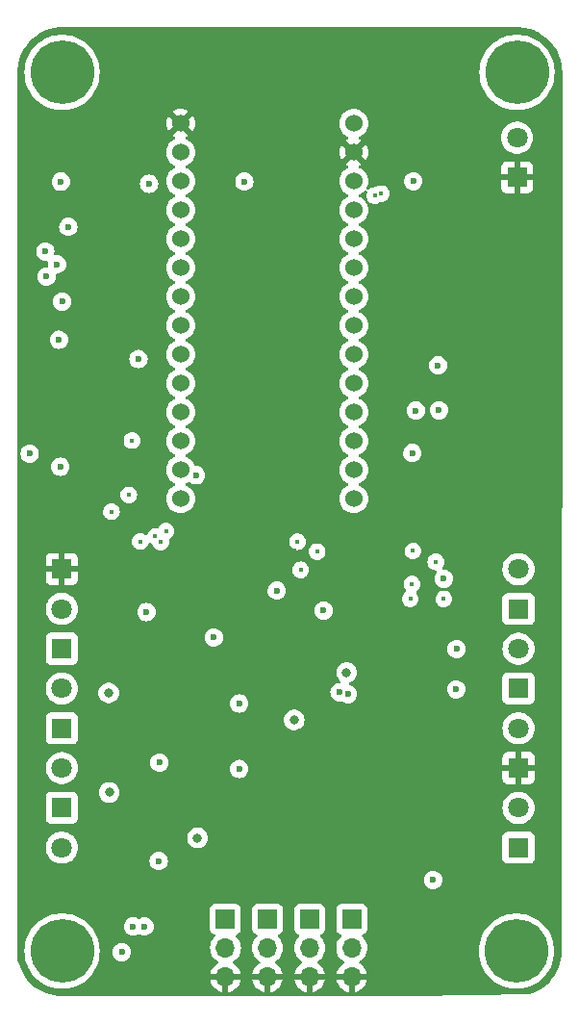
<source format=gbr>
%TF.GenerationSoftware,KiCad,Pcbnew,7.0.5*%
%TF.CreationDate,2023-07-17T20:29:58+05:30*%
%TF.ProjectId,Flight_Computer,466c6967-6874-45f4-936f-6d7075746572,rev?*%
%TF.SameCoordinates,Original*%
%TF.FileFunction,Copper,L2,Inr*%
%TF.FilePolarity,Positive*%
%FSLAX46Y46*%
G04 Gerber Fmt 4.6, Leading zero omitted, Abs format (unit mm)*
G04 Created by KiCad (PCBNEW 7.0.5) date 2023-07-17 20:29:58*
%MOMM*%
%LPD*%
G01*
G04 APERTURE LIST*
%TA.AperFunction,ComponentPad*%
%ADD10C,5.600000*%
%TD*%
%TA.AperFunction,ComponentPad*%
%ADD11R,1.800000X1.800000*%
%TD*%
%TA.AperFunction,ComponentPad*%
%ADD12C,1.800000*%
%TD*%
%TA.AperFunction,ComponentPad*%
%ADD13R,1.700000X1.700000*%
%TD*%
%TA.AperFunction,ComponentPad*%
%ADD14O,1.700000X1.700000*%
%TD*%
%TA.AperFunction,ComponentPad*%
%ADD15C,1.530000*%
%TD*%
%TA.AperFunction,ViaPad*%
%ADD16C,0.800000*%
%TD*%
%TA.AperFunction,ViaPad*%
%ADD17C,0.600000*%
%TD*%
%TA.AperFunction,ViaPad*%
%ADD18C,0.450000*%
%TD*%
G04 APERTURE END LIST*
D10*
%TO.N,N/C*%
%TO.C,H2*%
X171000000Y-73000000D03*
%TD*%
D11*
%TO.N,GND*%
%TO.C,J3*%
X171000000Y-82250000D03*
D12*
%TO.N,+3V3*%
X171000000Y-78750000D03*
%TD*%
D11*
%TO.N,GND*%
%TO.C,TM1*%
X130927600Y-116702000D03*
D12*
%TO.N,/BATT*%
X130927600Y-120202000D03*
%TD*%
D11*
%TO.N,+12V*%
%TO.C,TM2*%
X130927600Y-123702000D03*
D12*
%TO.N,/BATT*%
X130927600Y-127202000D03*
%TD*%
D11*
%TO.N,/PyroTechnic_Channels/-*%
%TO.C,TM8*%
X130927600Y-137702000D03*
D12*
%TO.N,/PyroTechnic_Channels/VOUT1*%
X130927600Y-141202000D03*
%TD*%
D10*
%TO.N,N/C*%
%TO.C,H4*%
X130950000Y-150300000D03*
%TD*%
D11*
%TO.N,/PyroTechnic_Channels/-*%
%TO.C,TM3*%
X130927600Y-130702000D03*
D12*
%TO.N,/PyroTechnic_Channels/VOUT2*%
X130927600Y-134202000D03*
%TD*%
D13*
%TO.N,/Peripherals+Outputs/FIN2*%
%TO.C,M3*%
X152744124Y-147485825D03*
D14*
%TO.N,/Peripherals+Outputs/Servo_PWR*%
X152744124Y-150025825D03*
%TO.N,GND*%
X152744124Y-152565825D03*
%TD*%
D13*
%TO.N,/Peripherals+Outputs/FIN1*%
%TO.C,M4*%
X156444124Y-147485825D03*
D14*
%TO.N,/Peripherals+Outputs/Servo_PWR*%
X156444124Y-150025825D03*
%TO.N,GND*%
X156444124Y-152565825D03*
%TD*%
D15*
%TO.N,/Peripherals+Outputs/RX*%
%TO.C,U3*%
X141380000Y-80030000D03*
%TO.N,/Peripherals+Outputs/TX*%
X141380000Y-82570000D03*
%TO.N,/Peripherals+Outputs/NEO-PIX*%
X141380000Y-85110000D03*
%TO.N,/Peripherals+Outputs/Z-*%
X141380000Y-87650000D03*
%TO.N,/Peripherals+Outputs/Z+*%
X141380000Y-90190000D03*
%TO.N,/Peripherals+Outputs/FIN1*%
X141380000Y-92730000D03*
%TO.N,/Peripherals+Outputs/FIN2*%
X141380000Y-95270000D03*
%TO.N,/Peripherals+Outputs/TVCX*%
X141380000Y-97810000D03*
%TO.N,/Peripherals+Outputs/TVCY*%
X141380000Y-100350000D03*
%TO.N,/Proc/Accel_INT*%
X141380000Y-102890000D03*
%TO.N,/Flash_SD_Card/FLASH-CS*%
X141380000Y-105430000D03*
%TO.N,/Flash_SD_Card/MOSI*%
X141380000Y-107970000D03*
%TO.N,/Flash_SD_Card/MISO*%
X141380000Y-110510000D03*
%TO.N,/Flash_SD_Card/SCK*%
X156620000Y-110510000D03*
%TO.N,/Power_Input_Regulator/VOLTAGE*%
X156620000Y-107970000D03*
%TO.N,/Peripherals+Outputs/Buzz*%
X156620000Y-105430000D03*
%TO.N,/Proc/Gyro_INT*%
X156620000Y-102890000D03*
%TO.N,/Proc/Mag_INT*%
X156620000Y-100350000D03*
%TO.N,/GNSS_Radio/SDA*%
X156620000Y-97810000D03*
%TO.N,/GNSS_Radio/SCL*%
X156620000Y-95270000D03*
%TO.N,/Peripherals+Outputs/CS*%
X156620000Y-92730000D03*
%TO.N,/Flash_SD_Card/SD-CS*%
X156620000Y-90190000D03*
%TO.N,/Proc/PY2*%
X156620000Y-87650000D03*
%TO.N,/Proc/PY1*%
X156620000Y-85110000D03*
%TO.N,+3V3*%
X156620000Y-82570000D03*
%TO.N,GND*%
X141380000Y-77490000D03*
X156620000Y-80030000D03*
%TO.N,+5V*%
X156620000Y-77490000D03*
%TD*%
D13*
%TO.N,/Peripherals+Outputs/TVCY*%
%TO.C,M1*%
X145334124Y-147485825D03*
D14*
%TO.N,/Peripherals+Outputs/Servo_PWR*%
X145334124Y-150025825D03*
%TO.N,GND*%
X145334124Y-152565825D03*
%TD*%
D13*
%TO.N,/Peripherals+Outputs/TVCX*%
%TO.C,M2*%
X149034124Y-147485825D03*
D14*
%TO.N,/Peripherals+Outputs/Servo_PWR*%
X149034124Y-150025825D03*
%TO.N,GND*%
X149034124Y-152565825D03*
%TD*%
D10*
%TO.N,N/C*%
%TO.C,H3*%
X170950000Y-150300000D03*
%TD*%
%TO.N,N/C*%
%TO.C,H1*%
X130950000Y-73000000D03*
%TD*%
D11*
%TO.N,GND*%
%TO.C,J6*%
X171125000Y-134202000D03*
D12*
%TO.N,+5V*%
X171125000Y-130702000D03*
%TD*%
D11*
%TO.N,/GNSS_Radio/SCL*%
%TO.C,J2*%
X171125000Y-120202000D03*
D12*
%TO.N,/GNSS_Radio/SDA*%
X171125000Y-116702000D03*
%TD*%
D11*
%TO.N,/Peripherals+Outputs/RX*%
%TO.C,J4*%
X171125000Y-127202000D03*
D12*
%TO.N,/Peripherals+Outputs/TX*%
X171125000Y-123702000D03*
%TD*%
D11*
%TO.N,/Peripherals+Outputs/Z+*%
%TO.C,J1*%
X171125000Y-141202000D03*
D12*
%TO.N,/Peripherals+Outputs/Z-*%
X171125000Y-137702000D03*
%TD*%
D16*
%TO.N,GND*%
X149500000Y-125750000D03*
D17*
X162000000Y-91250000D03*
X159900000Y-85350000D03*
X165500000Y-93500000D03*
X134300000Y-106700000D03*
X165425000Y-86875000D03*
X168500000Y-95750000D03*
X154250000Y-135750000D03*
X140975000Y-115150000D03*
D18*
X170275000Y-100900000D03*
D17*
X137075000Y-77525000D03*
X159900000Y-89000000D03*
X167750000Y-91250000D03*
D16*
X162550000Y-141725000D03*
D17*
X163400000Y-85350000D03*
X135025000Y-99750000D03*
X141850000Y-120475000D03*
X164100000Y-90500000D03*
X170000000Y-95750000D03*
X128100000Y-101600000D03*
D18*
X154400000Y-116025000D03*
D17*
X164075000Y-86875000D03*
X166100000Y-86875000D03*
X153500000Y-135000000D03*
X164100000Y-89750000D03*
X164100000Y-91250000D03*
D18*
X160700000Y-107575000D03*
D17*
X167750000Y-89750000D03*
X161300000Y-91250000D03*
D16*
X133200000Y-136425000D03*
D17*
X165500000Y-94250000D03*
X136625000Y-137850000D03*
X169250000Y-93500000D03*
X159900000Y-91250000D03*
X140650000Y-138150000D03*
X162000000Y-85350000D03*
X170000000Y-93500000D03*
X150500000Y-120350000D03*
X168500000Y-93500000D03*
X152750000Y-134250000D03*
X167750000Y-92000000D03*
X162700000Y-91250000D03*
X136975000Y-141900000D03*
X164075000Y-107650000D03*
X130960000Y-79610000D03*
X139200000Y-150400000D03*
X163400000Y-91250000D03*
X147750000Y-106150000D03*
X167750000Y-95750000D03*
X136525000Y-133350000D03*
D16*
X153275000Y-129976500D03*
D17*
X169250000Y-95750000D03*
X159900000Y-86050000D03*
X166250000Y-95500000D03*
X136075000Y-84950000D03*
X159900000Y-88250000D03*
X159900000Y-90500000D03*
X159900000Y-87500000D03*
X167750000Y-90500000D03*
X165500000Y-91250000D03*
X167000000Y-95750000D03*
X160600000Y-91250000D03*
D16*
X133175000Y-127600000D03*
D17*
X144800000Y-90200000D03*
X165500000Y-89750000D03*
X166775000Y-86875000D03*
X167750000Y-92750000D03*
X159900000Y-89750000D03*
D18*
X151400000Y-115050000D03*
X162325000Y-121525000D03*
D17*
X154250000Y-134250000D03*
X135900000Y-94875000D03*
X133500000Y-92700000D03*
X162700000Y-85350000D03*
X167750000Y-93500000D03*
X164100000Y-86150000D03*
X150404000Y-134200000D03*
X130375000Y-92125000D03*
D16*
X134850000Y-145250000D03*
D17*
X129500000Y-95500000D03*
X140575000Y-129525000D03*
X165500000Y-92000000D03*
X164100000Y-85350000D03*
D18*
X161700000Y-116050000D03*
D17*
X128225000Y-82725000D03*
X168125000Y-86875000D03*
X151400000Y-134200000D03*
X149400000Y-134200000D03*
X165750000Y-95000000D03*
X167450000Y-86875000D03*
D18*
X163850000Y-121550000D03*
D17*
X161300000Y-85350000D03*
X164750000Y-86875000D03*
X159900000Y-86750000D03*
D16*
X162550000Y-138100000D03*
D17*
X165500000Y-90500000D03*
X168800000Y-86875000D03*
X160600000Y-85350000D03*
X165500000Y-92750000D03*
X164800000Y-89750000D03*
X136675000Y-129300000D03*
X127875000Y-112425000D03*
X152750000Y-135750000D03*
D16*
%TO.N,+5V*%
X156000000Y-125798500D03*
D17*
%TO.N,+3V3*%
X161875000Y-82575000D03*
X139450000Y-142375000D03*
D18*
X151950000Y-116775000D03*
D17*
X161775000Y-106500000D03*
X136200000Y-150400000D03*
X138375000Y-120475000D03*
D18*
X153400000Y-115173500D03*
X135300000Y-111650000D03*
X161600000Y-119325000D03*
X164550000Y-119325000D03*
D17*
X139525000Y-133725000D03*
X153975000Y-120350000D03*
X128100000Y-106550000D03*
D18*
X163850000Y-116075000D03*
D17*
X130675000Y-96525000D03*
X130500000Y-89900000D03*
X149850000Y-118600000D03*
X131500000Y-86600000D03*
X130800000Y-107700000D03*
X130850000Y-82625000D03*
X138600000Y-82800000D03*
D16*
%TO.N,+12V*%
X135100000Y-136350000D03*
X135050000Y-127600000D03*
X142870000Y-140360000D03*
X151375000Y-129976500D03*
D18*
%TO.N,Net-(U1-C1)*%
X161750000Y-118025000D03*
D17*
%TO.N,/Flash_SD_Card/FLASH-CS*%
X137675000Y-98225000D03*
%TO.N,/Power_Input_Regulator/VOLTAGE*%
X142725000Y-108450000D03*
D18*
X136830000Y-110176500D03*
D17*
%TO.N,/Flash_SD_Card/MISO*%
X130950000Y-93175000D03*
%TO.N,/Flash_SD_Card/MOSI*%
X129475000Y-88775000D03*
D18*
X137110000Y-105390000D03*
D17*
%TO.N,/Flash_SD_Card/SCK*%
X129575000Y-90975000D03*
%TO.N,Net-(U4-SDA{slash}~{SPI_CS})*%
X164125000Y-102725000D03*
%TO.N,/Peripherals+Outputs/TX*%
X155379973Y-127523480D03*
X147000000Y-82600000D03*
X137200000Y-148150000D03*
X165680000Y-123740000D03*
%TO.N,/Peripherals+Outputs/RX*%
X156115705Y-127700000D03*
X165635030Y-127285030D03*
X138200000Y-148150000D03*
D18*
%TO.N,/Peripherals+Outputs/Z+*%
X158475000Y-83825000D03*
%TO.N,/Peripherals+Outputs/Z-*%
X159050000Y-83675000D03*
D17*
%TO.N,Net-(U4-SCL{slash}SPI_CLK)*%
X162100000Y-102750000D03*
D18*
%TO.N,/GNSS_Radio/SCL*%
X151675000Y-114301500D03*
X140101500Y-113348500D03*
X139626500Y-114325000D03*
X137825000Y-114275000D03*
D17*
%TO.N,/GNSS_Radio/SDA*%
X164050000Y-98775000D03*
D18*
X139150000Y-113825000D03*
D17*
%TO.N,/Peripherals+Outputs/FIN1*%
X163600000Y-144050000D03*
D18*
%TO.N,/Proc/Gyro_INT*%
X161836000Y-115097421D03*
D17*
%TO.N,/Proc/Accel_INT*%
X144305624Y-122725000D03*
%TO.N,/Proc/Mag_INT*%
X164550000Y-117550000D03*
%TO.N,/Proc/PY1*%
X146539144Y-134290000D03*
%TO.N,/Proc/PY2*%
X146539144Y-128526500D03*
%TD*%
%TA.AperFunction,Conductor*%
%TO.N,GND*%
G36*
X171001444Y-69025567D02*
G01*
X171363812Y-69042321D01*
X171369609Y-69042858D01*
X171422760Y-69050272D01*
X171727446Y-69092773D01*
X171733132Y-69093836D01*
X172084851Y-69176560D01*
X172090436Y-69178150D01*
X172196912Y-69213837D01*
X172433002Y-69292966D01*
X172438406Y-69295059D01*
X172768935Y-69441002D01*
X172774114Y-69443580D01*
X173089771Y-69619400D01*
X173094698Y-69622451D01*
X173252118Y-69730287D01*
X173392767Y-69826634D01*
X173397403Y-69830134D01*
X173481224Y-69899738D01*
X173675367Y-70060953D01*
X173679658Y-70064864D01*
X173935134Y-70320340D01*
X173939046Y-70324632D01*
X174063647Y-70474683D01*
X174169862Y-70602593D01*
X174173365Y-70607232D01*
X174377544Y-70905295D01*
X174380602Y-70910234D01*
X174556414Y-71225877D01*
X174559002Y-71231074D01*
X174704934Y-71561579D01*
X174707037Y-71567008D01*
X174821849Y-71909563D01*
X174823443Y-71915162D01*
X174906159Y-72266847D01*
X174907229Y-72272570D01*
X174957141Y-72630390D01*
X174957678Y-72636187D01*
X174974431Y-72998527D01*
X174974498Y-73001478D01*
X174924516Y-150274028D01*
X174924500Y-150274145D01*
X174924500Y-150298534D01*
X174924433Y-150301445D01*
X174907678Y-150663812D01*
X174907141Y-150669609D01*
X174857229Y-151027429D01*
X174856159Y-151033152D01*
X174773443Y-151384837D01*
X174771849Y-151390436D01*
X174657037Y-151732991D01*
X174654934Y-151738420D01*
X174509002Y-152068925D01*
X174506409Y-152074131D01*
X174402370Y-152260919D01*
X174330609Y-152389754D01*
X174327544Y-152394704D01*
X174123365Y-152692767D01*
X174119857Y-152697413D01*
X173889046Y-152975367D01*
X173885124Y-152979670D01*
X173629670Y-153235124D01*
X173625367Y-153239046D01*
X173347413Y-153469857D01*
X173342767Y-153473365D01*
X173044704Y-153677544D01*
X173039755Y-153680608D01*
X172724131Y-153856409D01*
X172718925Y-153859002D01*
X172388417Y-154004935D01*
X172382988Y-154007038D01*
X172250146Y-154051562D01*
X172212728Y-154058067D01*
X161824637Y-154274486D01*
X161823325Y-154274500D01*
X130951466Y-154274500D01*
X130948555Y-154274433D01*
X130586187Y-154257678D01*
X130580390Y-154257141D01*
X130222570Y-154207229D01*
X130216851Y-154206159D01*
X129865162Y-154123443D01*
X129859563Y-154121849D01*
X129517008Y-154007037D01*
X129511579Y-154004934D01*
X129181074Y-153859002D01*
X129175877Y-153856414D01*
X128860234Y-153680602D01*
X128855295Y-153677544D01*
X128557232Y-153473365D01*
X128552593Y-153469862D01*
X128442007Y-153378033D01*
X128274632Y-153239046D01*
X128270340Y-153235134D01*
X128014864Y-152979658D01*
X128010953Y-152975367D01*
X127881792Y-152819825D01*
X127780134Y-152697403D01*
X127776634Y-152692767D01*
X127698424Y-152578595D01*
X127572451Y-152394698D01*
X127569400Y-152389771D01*
X127393580Y-152074114D01*
X127391002Y-152068935D01*
X127245059Y-151738406D01*
X127242966Y-151733002D01*
X127139752Y-151425053D01*
X127128150Y-151390436D01*
X127126560Y-151384851D01*
X127043836Y-151033132D01*
X127042773Y-151027446D01*
X127004493Y-150753018D01*
X127000604Y-150725138D01*
X127000000Y-150716438D01*
X127000000Y-150300003D01*
X127636641Y-150300003D01*
X127656064Y-150658237D01*
X127714103Y-151012269D01*
X127810084Y-151357959D01*
X127836818Y-151425057D01*
X127942877Y-151691243D01*
X127966476Y-151735755D01*
X128110922Y-152008210D01*
X128110924Y-152008214D01*
X128189005Y-152123375D01*
X128312258Y-152305159D01*
X128388318Y-152394704D01*
X128544516Y-152578595D01*
X128804962Y-152825304D01*
X128804977Y-152825317D01*
X129090586Y-153042431D01*
X129397995Y-153227393D01*
X129723599Y-153378033D01*
X130063583Y-153492587D01*
X130413958Y-153569711D01*
X130770618Y-153608500D01*
X130770626Y-153608500D01*
X131129374Y-153608500D01*
X131129382Y-153608500D01*
X131486042Y-153569711D01*
X131836417Y-153492587D01*
X132176401Y-153378033D01*
X132502005Y-153227393D01*
X132809414Y-153042431D01*
X133095023Y-152825317D01*
X133355484Y-152578595D01*
X133587742Y-152305159D01*
X133789075Y-152008215D01*
X133957123Y-151691243D01*
X134089915Y-151357961D01*
X134185895Y-151012274D01*
X134243936Y-150658237D01*
X134257937Y-150400000D01*
X135386384Y-150400000D01*
X135406783Y-150581047D01*
X135406783Y-150581049D01*
X135406784Y-150581050D01*
X135466957Y-150753015D01*
X135466958Y-150753018D01*
X135563887Y-150907279D01*
X135563888Y-150907281D01*
X135692718Y-151036111D01*
X135692720Y-151036112D01*
X135846981Y-151133041D01*
X135846982Y-151133041D01*
X135846985Y-151133043D01*
X136018953Y-151193217D01*
X136200000Y-151213616D01*
X136381047Y-151193217D01*
X136553015Y-151133043D01*
X136707281Y-151036111D01*
X136836111Y-150907281D01*
X136933043Y-150753015D01*
X136993217Y-150581047D01*
X137013616Y-150400000D01*
X136993217Y-150218953D01*
X136933043Y-150046985D01*
X136933041Y-150046982D01*
X136933041Y-150046981D01*
X136919748Y-150025825D01*
X143970968Y-150025825D01*
X143986971Y-150218953D01*
X143989561Y-150250200D01*
X144044826Y-150468437D01*
X144044827Y-150468438D01*
X144044828Y-150468441D01*
X144128080Y-150658237D01*
X144135265Y-150674618D01*
X144258399Y-150863090D01*
X144258403Y-150863095D01*
X144299078Y-150907279D01*
X144409685Y-151027429D01*
X144410886Y-151028733D01*
X144420367Y-151036112D01*
X144588548Y-151167014D01*
X144622329Y-151185295D01*
X144672720Y-151235307D01*
X144688073Y-151304624D01*
X144663513Y-151371237D01*
X144622333Y-151406921D01*
X144588828Y-151425053D01*
X144588822Y-151425057D01*
X144411221Y-151563290D01*
X144258798Y-151728866D01*
X144135704Y-151917276D01*
X144045303Y-152123368D01*
X144045300Y-152123375D01*
X143997579Y-152311824D01*
X143997580Y-152311825D01*
X144903008Y-152311825D01*
X144874631Y-152355981D01*
X144834124Y-152493936D01*
X144834124Y-152637714D01*
X144874631Y-152775669D01*
X144903008Y-152819825D01*
X143997579Y-152819825D01*
X144045300Y-153008274D01*
X144045303Y-153008281D01*
X144135704Y-153214373D01*
X144258798Y-153402783D01*
X144411221Y-153568359D01*
X144588822Y-153706592D01*
X144588823Y-153706593D01*
X144786752Y-153813707D01*
X144786754Y-153813708D01*
X144999607Y-153886780D01*
X144999616Y-153886782D01*
X145080124Y-153900216D01*
X145080124Y-152999499D01*
X145191809Y-153050505D01*
X145298361Y-153065825D01*
X145369887Y-153065825D01*
X145476439Y-153050505D01*
X145588124Y-152999499D01*
X145588124Y-153900215D01*
X145668631Y-153886782D01*
X145668640Y-153886780D01*
X145881493Y-153813708D01*
X145881495Y-153813707D01*
X146079424Y-153706593D01*
X146079425Y-153706592D01*
X146257026Y-153568359D01*
X146409449Y-153402783D01*
X146532543Y-153214373D01*
X146622944Y-153008281D01*
X146622947Y-153008274D01*
X146670668Y-152819825D01*
X145765240Y-152819825D01*
X145793617Y-152775669D01*
X145834124Y-152637714D01*
X145834124Y-152493936D01*
X145793617Y-152355981D01*
X145765240Y-152311825D01*
X146670668Y-152311825D01*
X146670668Y-152311824D01*
X146622947Y-152123375D01*
X146622944Y-152123368D01*
X146532543Y-151917276D01*
X146409449Y-151728866D01*
X146257026Y-151563290D01*
X146079425Y-151425057D01*
X146079424Y-151425056D01*
X146045915Y-151406922D01*
X145995525Y-151356908D01*
X145980174Y-151287591D01*
X146004736Y-151220978D01*
X146045914Y-151185297D01*
X146079700Y-151167014D01*
X146257364Y-151028731D01*
X146409846Y-150863093D01*
X146532984Y-150674616D01*
X146623420Y-150468441D01*
X146678688Y-150250193D01*
X146697280Y-150025825D01*
X147670968Y-150025825D01*
X147686971Y-150218953D01*
X147689561Y-150250200D01*
X147744826Y-150468437D01*
X147744827Y-150468438D01*
X147744828Y-150468441D01*
X147828080Y-150658237D01*
X147835265Y-150674618D01*
X147958399Y-150863090D01*
X147958403Y-150863095D01*
X147999078Y-150907279D01*
X148109685Y-151027429D01*
X148110886Y-151028733D01*
X148120367Y-151036112D01*
X148288548Y-151167014D01*
X148322329Y-151185295D01*
X148372720Y-151235307D01*
X148388073Y-151304624D01*
X148363513Y-151371237D01*
X148322333Y-151406921D01*
X148288828Y-151425053D01*
X148288822Y-151425057D01*
X148111221Y-151563290D01*
X147958798Y-151728866D01*
X147835704Y-151917276D01*
X147745303Y-152123368D01*
X147745300Y-152123375D01*
X147697579Y-152311824D01*
X147697580Y-152311825D01*
X148603008Y-152311825D01*
X148574631Y-152355981D01*
X148534124Y-152493936D01*
X148534124Y-152637714D01*
X148574631Y-152775669D01*
X148603008Y-152819825D01*
X147697579Y-152819825D01*
X147745300Y-153008274D01*
X147745303Y-153008281D01*
X147835704Y-153214373D01*
X147958798Y-153402783D01*
X148111221Y-153568359D01*
X148288822Y-153706592D01*
X148288823Y-153706593D01*
X148486752Y-153813707D01*
X148486754Y-153813708D01*
X148699607Y-153886780D01*
X148699616Y-153886782D01*
X148780124Y-153900216D01*
X148780124Y-152999499D01*
X148891809Y-153050505D01*
X148998361Y-153065825D01*
X149069887Y-153065825D01*
X149176439Y-153050505D01*
X149288124Y-152999499D01*
X149288124Y-153900215D01*
X149368631Y-153886782D01*
X149368640Y-153886780D01*
X149581493Y-153813708D01*
X149581495Y-153813707D01*
X149779424Y-153706593D01*
X149779425Y-153706592D01*
X149957026Y-153568359D01*
X150109449Y-153402783D01*
X150232543Y-153214373D01*
X150322944Y-153008281D01*
X150322947Y-153008274D01*
X150370668Y-152819825D01*
X149465240Y-152819825D01*
X149493617Y-152775669D01*
X149534124Y-152637714D01*
X149534124Y-152493936D01*
X149493617Y-152355981D01*
X149465240Y-152311825D01*
X150370668Y-152311825D01*
X150370668Y-152311824D01*
X150322947Y-152123375D01*
X150322944Y-152123368D01*
X150232543Y-151917276D01*
X150109449Y-151728866D01*
X149957026Y-151563290D01*
X149779425Y-151425057D01*
X149779424Y-151425056D01*
X149745915Y-151406922D01*
X149695525Y-151356908D01*
X149680174Y-151287591D01*
X149704736Y-151220978D01*
X149745914Y-151185297D01*
X149779700Y-151167014D01*
X149957364Y-151028731D01*
X150109846Y-150863093D01*
X150232984Y-150674616D01*
X150323420Y-150468441D01*
X150378688Y-150250193D01*
X150397280Y-150025825D01*
X151380968Y-150025825D01*
X151396971Y-150218953D01*
X151399561Y-150250200D01*
X151454826Y-150468437D01*
X151454827Y-150468438D01*
X151454828Y-150468441D01*
X151538080Y-150658237D01*
X151545265Y-150674618D01*
X151668399Y-150863090D01*
X151668403Y-150863095D01*
X151709078Y-150907279D01*
X151819685Y-151027429D01*
X151820886Y-151028733D01*
X151830367Y-151036112D01*
X151998548Y-151167014D01*
X152032329Y-151185295D01*
X152082720Y-151235307D01*
X152098073Y-151304624D01*
X152073513Y-151371237D01*
X152032333Y-151406921D01*
X151998828Y-151425053D01*
X151998822Y-151425057D01*
X151821221Y-151563290D01*
X151668798Y-151728866D01*
X151545704Y-151917276D01*
X151455303Y-152123368D01*
X151455300Y-152123375D01*
X151407579Y-152311824D01*
X151407580Y-152311825D01*
X152313008Y-152311825D01*
X152284631Y-152355981D01*
X152244124Y-152493936D01*
X152244124Y-152637714D01*
X152284631Y-152775669D01*
X152313008Y-152819825D01*
X151407579Y-152819825D01*
X151455300Y-153008274D01*
X151455303Y-153008281D01*
X151545704Y-153214373D01*
X151668798Y-153402783D01*
X151821221Y-153568359D01*
X151998822Y-153706592D01*
X151998823Y-153706593D01*
X152196752Y-153813707D01*
X152196754Y-153813708D01*
X152409607Y-153886780D01*
X152409616Y-153886782D01*
X152490124Y-153900216D01*
X152490124Y-152999499D01*
X152601809Y-153050505D01*
X152708361Y-153065825D01*
X152779887Y-153065825D01*
X152886439Y-153050505D01*
X152998124Y-152999499D01*
X152998124Y-153900215D01*
X153078631Y-153886782D01*
X153078640Y-153886780D01*
X153291493Y-153813708D01*
X153291495Y-153813707D01*
X153489424Y-153706593D01*
X153489425Y-153706592D01*
X153667026Y-153568359D01*
X153819449Y-153402783D01*
X153942543Y-153214373D01*
X154032944Y-153008281D01*
X154032947Y-153008274D01*
X154080668Y-152819825D01*
X153175240Y-152819825D01*
X153203617Y-152775669D01*
X153244124Y-152637714D01*
X153244124Y-152493936D01*
X153203617Y-152355981D01*
X153175240Y-152311825D01*
X154080668Y-152311825D01*
X154080668Y-152311824D01*
X154032947Y-152123375D01*
X154032944Y-152123368D01*
X153942543Y-151917276D01*
X153819449Y-151728866D01*
X153667026Y-151563290D01*
X153489425Y-151425057D01*
X153489424Y-151425056D01*
X153455915Y-151406922D01*
X153405525Y-151356908D01*
X153390174Y-151287591D01*
X153414736Y-151220978D01*
X153455914Y-151185297D01*
X153489700Y-151167014D01*
X153667364Y-151028731D01*
X153819846Y-150863093D01*
X153942984Y-150674616D01*
X154033420Y-150468441D01*
X154088688Y-150250193D01*
X154107280Y-150025825D01*
X155080968Y-150025825D01*
X155096971Y-150218953D01*
X155099561Y-150250200D01*
X155154826Y-150468437D01*
X155154827Y-150468438D01*
X155154828Y-150468441D01*
X155238080Y-150658237D01*
X155245265Y-150674618D01*
X155368399Y-150863090D01*
X155368403Y-150863095D01*
X155409078Y-150907279D01*
X155519685Y-151027429D01*
X155520886Y-151028733D01*
X155530367Y-151036112D01*
X155698548Y-151167014D01*
X155732329Y-151185295D01*
X155782720Y-151235307D01*
X155798073Y-151304624D01*
X155773513Y-151371237D01*
X155732333Y-151406921D01*
X155698828Y-151425053D01*
X155698822Y-151425057D01*
X155521221Y-151563290D01*
X155368798Y-151728866D01*
X155245704Y-151917276D01*
X155155303Y-152123368D01*
X155155300Y-152123375D01*
X155107579Y-152311824D01*
X155107580Y-152311825D01*
X156013008Y-152311825D01*
X155984631Y-152355981D01*
X155944124Y-152493936D01*
X155944124Y-152637714D01*
X155984631Y-152775669D01*
X156013008Y-152819825D01*
X155107579Y-152819825D01*
X155155300Y-153008274D01*
X155155303Y-153008281D01*
X155245704Y-153214373D01*
X155368798Y-153402783D01*
X155521221Y-153568359D01*
X155698822Y-153706592D01*
X155698823Y-153706593D01*
X155896752Y-153813707D01*
X155896754Y-153813708D01*
X156109607Y-153886780D01*
X156109616Y-153886782D01*
X156190124Y-153900216D01*
X156190124Y-152999499D01*
X156301809Y-153050505D01*
X156408361Y-153065825D01*
X156479887Y-153065825D01*
X156586439Y-153050505D01*
X156698124Y-152999499D01*
X156698124Y-153900215D01*
X156778631Y-153886782D01*
X156778640Y-153886780D01*
X156991493Y-153813708D01*
X156991495Y-153813707D01*
X157189424Y-153706593D01*
X157189425Y-153706592D01*
X157367026Y-153568359D01*
X157519449Y-153402783D01*
X157642543Y-153214373D01*
X157732944Y-153008281D01*
X157732947Y-153008274D01*
X157780668Y-152819825D01*
X156875240Y-152819825D01*
X156903617Y-152775669D01*
X156944124Y-152637714D01*
X156944124Y-152493936D01*
X156903617Y-152355981D01*
X156875240Y-152311825D01*
X157780668Y-152311825D01*
X157780668Y-152311824D01*
X157732947Y-152123375D01*
X157732944Y-152123368D01*
X157642543Y-151917276D01*
X157519449Y-151728866D01*
X157367026Y-151563290D01*
X157189425Y-151425057D01*
X157189424Y-151425056D01*
X157155915Y-151406922D01*
X157105525Y-151356908D01*
X157090174Y-151287591D01*
X157114736Y-151220978D01*
X157155914Y-151185297D01*
X157189700Y-151167014D01*
X157367364Y-151028731D01*
X157519846Y-150863093D01*
X157642984Y-150674616D01*
X157733420Y-150468441D01*
X157776074Y-150300003D01*
X167636641Y-150300003D01*
X167656064Y-150658237D01*
X167714103Y-151012269D01*
X167810084Y-151357959D01*
X167836818Y-151425057D01*
X167942877Y-151691243D01*
X167966476Y-151735755D01*
X168110922Y-152008210D01*
X168110924Y-152008214D01*
X168189005Y-152123375D01*
X168312258Y-152305159D01*
X168388318Y-152394704D01*
X168544516Y-152578595D01*
X168804962Y-152825304D01*
X168804977Y-152825317D01*
X169090586Y-153042431D01*
X169397995Y-153227393D01*
X169723599Y-153378033D01*
X170063583Y-153492587D01*
X170413958Y-153569711D01*
X170770618Y-153608500D01*
X170770626Y-153608500D01*
X171129374Y-153608500D01*
X171129382Y-153608500D01*
X171486042Y-153569711D01*
X171836417Y-153492587D01*
X172176401Y-153378033D01*
X172502005Y-153227393D01*
X172809414Y-153042431D01*
X173095023Y-152825317D01*
X173355484Y-152578595D01*
X173587742Y-152305159D01*
X173789075Y-152008215D01*
X173957123Y-151691243D01*
X174089915Y-151357961D01*
X174185895Y-151012274D01*
X174243936Y-150658237D01*
X174260641Y-150350119D01*
X174263359Y-150300003D01*
X174263359Y-150299996D01*
X174258965Y-150218949D01*
X174243936Y-149941763D01*
X174198884Y-149666957D01*
X174185896Y-149587730D01*
X174127396Y-149377034D01*
X174089915Y-149242039D01*
X173957123Y-148908757D01*
X173789075Y-148591785D01*
X173587742Y-148294841D01*
X173355484Y-148021405D01*
X173300107Y-147968949D01*
X173095037Y-147774695D01*
X173095022Y-147774682D01*
X172809418Y-147557572D01*
X172809412Y-147557568D01*
X172736815Y-147513888D01*
X172502005Y-147372607D01*
X172176401Y-147221967D01*
X171836417Y-147107413D01*
X171788915Y-147096956D01*
X171486054Y-147030291D01*
X171486030Y-147030287D01*
X171129389Y-146991500D01*
X171129382Y-146991500D01*
X170770618Y-146991500D01*
X170770610Y-146991500D01*
X170413969Y-147030287D01*
X170413945Y-147030291D01*
X170063587Y-147107412D01*
X170063573Y-147107416D01*
X169723601Y-147221966D01*
X169723598Y-147221967D01*
X169723599Y-147221967D01*
X169432199Y-147356783D01*
X169397989Y-147372610D01*
X169090587Y-147557568D01*
X169090581Y-147557572D01*
X168804977Y-147774682D01*
X168804962Y-147774695D01*
X168544516Y-148021404D01*
X168312256Y-148294843D01*
X168110924Y-148591785D01*
X168110922Y-148591789D01*
X167942876Y-148908759D01*
X167942872Y-148908768D01*
X167810084Y-149242040D01*
X167714103Y-149587730D01*
X167656064Y-149941762D01*
X167636641Y-150299996D01*
X167636641Y-150300003D01*
X157776074Y-150300003D01*
X157788688Y-150250193D01*
X157807280Y-150025825D01*
X157788688Y-149801457D01*
X157788686Y-149801449D01*
X157733421Y-149583212D01*
X157733420Y-149583211D01*
X157733420Y-149583209D01*
X157642984Y-149377034D01*
X157636264Y-149366749D01*
X157519848Y-149188559D01*
X157519843Y-149188554D01*
X157376648Y-149033004D01*
X157345227Y-148969339D01*
X157353214Y-148898793D01*
X157398072Y-148843764D01*
X157425307Y-148829614D01*
X157540328Y-148786714D01*
X157541133Y-148786112D01*
X157657385Y-148699086D01*
X157745011Y-148582032D01*
X157745011Y-148582031D01*
X157745013Y-148582029D01*
X157796113Y-148445026D01*
X157802624Y-148384463D01*
X157802624Y-146587187D01*
X157802623Y-146587175D01*
X157796114Y-146526628D01*
X157796112Y-146526620D01*
X157745013Y-146389622D01*
X157745011Y-146389617D01*
X157657385Y-146272563D01*
X157540331Y-146184937D01*
X157540326Y-146184935D01*
X157403328Y-146133836D01*
X157403320Y-146133834D01*
X157342773Y-146127325D01*
X157342762Y-146127325D01*
X155545486Y-146127325D01*
X155545474Y-146127325D01*
X155484927Y-146133834D01*
X155484919Y-146133836D01*
X155347921Y-146184935D01*
X155347916Y-146184937D01*
X155230862Y-146272563D01*
X155143236Y-146389617D01*
X155143234Y-146389622D01*
X155092135Y-146526620D01*
X155092133Y-146526628D01*
X155085624Y-146587175D01*
X155085624Y-148384474D01*
X155092133Y-148445021D01*
X155092135Y-148445029D01*
X155143234Y-148582027D01*
X155143236Y-148582032D01*
X155230862Y-148699086D01*
X155347915Y-148786711D01*
X155347916Y-148786711D01*
X155347920Y-148786714D01*
X155462934Y-148829612D01*
X155519766Y-148872157D01*
X155544577Y-148938677D01*
X155529486Y-149008051D01*
X155511599Y-149033004D01*
X155368404Y-149188554D01*
X155368399Y-149188559D01*
X155245265Y-149377031D01*
X155154827Y-149583211D01*
X155154826Y-149583212D01*
X155099561Y-149801449D01*
X155099560Y-149801455D01*
X155099560Y-149801457D01*
X155080968Y-150025825D01*
X154107280Y-150025825D01*
X154088688Y-149801457D01*
X154088686Y-149801449D01*
X154033421Y-149583212D01*
X154033420Y-149583211D01*
X154033420Y-149583209D01*
X153942984Y-149377034D01*
X153936264Y-149366749D01*
X153819848Y-149188559D01*
X153819843Y-149188554D01*
X153676648Y-149033004D01*
X153645227Y-148969339D01*
X153653214Y-148898793D01*
X153698072Y-148843764D01*
X153725307Y-148829614D01*
X153840328Y-148786714D01*
X153841133Y-148786112D01*
X153957385Y-148699086D01*
X154045011Y-148582032D01*
X154045011Y-148582031D01*
X154045013Y-148582029D01*
X154096113Y-148445026D01*
X154102624Y-148384463D01*
X154102624Y-146587187D01*
X154102623Y-146587175D01*
X154096114Y-146526628D01*
X154096112Y-146526620D01*
X154045013Y-146389622D01*
X154045011Y-146389617D01*
X153957385Y-146272563D01*
X153840331Y-146184937D01*
X153840326Y-146184935D01*
X153703328Y-146133836D01*
X153703320Y-146133834D01*
X153642773Y-146127325D01*
X153642762Y-146127325D01*
X151845486Y-146127325D01*
X151845474Y-146127325D01*
X151784927Y-146133834D01*
X151784919Y-146133836D01*
X151647921Y-146184935D01*
X151647916Y-146184937D01*
X151530862Y-146272563D01*
X151443236Y-146389617D01*
X151443234Y-146389622D01*
X151392135Y-146526620D01*
X151392133Y-146526628D01*
X151385624Y-146587175D01*
X151385624Y-148384474D01*
X151392133Y-148445021D01*
X151392135Y-148445029D01*
X151443234Y-148582027D01*
X151443236Y-148582032D01*
X151530862Y-148699086D01*
X151647915Y-148786711D01*
X151647916Y-148786711D01*
X151647920Y-148786714D01*
X151762934Y-148829612D01*
X151819766Y-148872157D01*
X151844577Y-148938677D01*
X151829486Y-149008051D01*
X151811599Y-149033004D01*
X151668404Y-149188554D01*
X151668399Y-149188559D01*
X151545265Y-149377031D01*
X151454827Y-149583211D01*
X151454826Y-149583212D01*
X151399561Y-149801449D01*
X151399560Y-149801455D01*
X151399560Y-149801457D01*
X151380968Y-150025825D01*
X150397280Y-150025825D01*
X150378688Y-149801457D01*
X150378686Y-149801449D01*
X150323421Y-149583212D01*
X150323420Y-149583211D01*
X150323420Y-149583209D01*
X150232984Y-149377034D01*
X150226264Y-149366749D01*
X150109848Y-149188559D01*
X150109843Y-149188554D01*
X149966648Y-149033004D01*
X149935227Y-148969339D01*
X149943214Y-148898793D01*
X149988072Y-148843764D01*
X150015307Y-148829614D01*
X150130328Y-148786714D01*
X150131133Y-148786112D01*
X150247385Y-148699086D01*
X150335011Y-148582032D01*
X150335011Y-148582031D01*
X150335013Y-148582029D01*
X150386113Y-148445026D01*
X150392624Y-148384463D01*
X150392624Y-146587187D01*
X150392623Y-146587175D01*
X150386114Y-146526628D01*
X150386112Y-146526620D01*
X150335013Y-146389622D01*
X150335011Y-146389617D01*
X150247385Y-146272563D01*
X150130331Y-146184937D01*
X150130326Y-146184935D01*
X149993328Y-146133836D01*
X149993320Y-146133834D01*
X149932773Y-146127325D01*
X149932762Y-146127325D01*
X148135486Y-146127325D01*
X148135474Y-146127325D01*
X148074927Y-146133834D01*
X148074919Y-146133836D01*
X147937921Y-146184935D01*
X147937916Y-146184937D01*
X147820862Y-146272563D01*
X147733236Y-146389617D01*
X147733234Y-146389622D01*
X147682135Y-146526620D01*
X147682133Y-146526628D01*
X147675624Y-146587175D01*
X147675624Y-148384474D01*
X147682133Y-148445021D01*
X147682135Y-148445029D01*
X147733234Y-148582027D01*
X147733236Y-148582032D01*
X147820862Y-148699086D01*
X147937915Y-148786711D01*
X147937916Y-148786711D01*
X147937920Y-148786714D01*
X148052934Y-148829612D01*
X148109766Y-148872157D01*
X148134577Y-148938677D01*
X148119486Y-149008051D01*
X148101599Y-149033004D01*
X147958404Y-149188554D01*
X147958399Y-149188559D01*
X147835265Y-149377031D01*
X147744827Y-149583211D01*
X147744826Y-149583212D01*
X147689561Y-149801449D01*
X147689560Y-149801455D01*
X147689560Y-149801457D01*
X147670968Y-150025825D01*
X146697280Y-150025825D01*
X146678688Y-149801457D01*
X146678686Y-149801449D01*
X146623421Y-149583212D01*
X146623420Y-149583211D01*
X146623420Y-149583209D01*
X146532984Y-149377034D01*
X146526264Y-149366749D01*
X146409848Y-149188559D01*
X146409843Y-149188554D01*
X146266648Y-149033004D01*
X146235227Y-148969339D01*
X146243214Y-148898793D01*
X146288072Y-148843764D01*
X146315307Y-148829614D01*
X146430328Y-148786714D01*
X146431133Y-148786112D01*
X146547385Y-148699086D01*
X146635011Y-148582032D01*
X146635011Y-148582031D01*
X146635013Y-148582029D01*
X146686113Y-148445026D01*
X146692624Y-148384463D01*
X146692624Y-146587187D01*
X146692623Y-146587175D01*
X146686114Y-146526628D01*
X146686112Y-146526620D01*
X146635013Y-146389622D01*
X146635011Y-146389617D01*
X146547385Y-146272563D01*
X146430331Y-146184937D01*
X146430326Y-146184935D01*
X146293328Y-146133836D01*
X146293320Y-146133834D01*
X146232773Y-146127325D01*
X146232762Y-146127325D01*
X144435486Y-146127325D01*
X144435474Y-146127325D01*
X144374927Y-146133834D01*
X144374919Y-146133836D01*
X144237921Y-146184935D01*
X144237916Y-146184937D01*
X144120862Y-146272563D01*
X144033236Y-146389617D01*
X144033234Y-146389622D01*
X143982135Y-146526620D01*
X143982133Y-146526628D01*
X143975624Y-146587175D01*
X143975624Y-148384474D01*
X143982133Y-148445021D01*
X143982135Y-148445029D01*
X144033234Y-148582027D01*
X144033236Y-148582032D01*
X144120862Y-148699086D01*
X144237915Y-148786711D01*
X144237916Y-148786711D01*
X144237920Y-148786714D01*
X144352934Y-148829612D01*
X144409766Y-148872157D01*
X144434577Y-148938677D01*
X144419486Y-149008051D01*
X144401599Y-149033004D01*
X144258404Y-149188554D01*
X144258399Y-149188559D01*
X144135265Y-149377031D01*
X144044827Y-149583211D01*
X144044826Y-149583212D01*
X143989561Y-149801449D01*
X143989560Y-149801455D01*
X143989560Y-149801457D01*
X143970968Y-150025825D01*
X136919748Y-150025825D01*
X136836112Y-149892720D01*
X136836111Y-149892718D01*
X136707281Y-149763888D01*
X136707279Y-149763887D01*
X136553018Y-149666958D01*
X136553015Y-149666957D01*
X136381050Y-149606784D01*
X136381049Y-149606783D01*
X136381047Y-149606783D01*
X136200000Y-149586384D01*
X136018953Y-149606783D01*
X136018950Y-149606783D01*
X136018949Y-149606784D01*
X135846984Y-149666957D01*
X135846981Y-149666958D01*
X135692720Y-149763887D01*
X135692718Y-149763888D01*
X135563888Y-149892718D01*
X135563887Y-149892720D01*
X135466958Y-150046981D01*
X135466957Y-150046984D01*
X135466957Y-150046985D01*
X135406783Y-150218953D01*
X135386384Y-150400000D01*
X134257937Y-150400000D01*
X134260641Y-150350119D01*
X134263359Y-150300003D01*
X134263359Y-150299996D01*
X134258965Y-150218949D01*
X134243936Y-149941763D01*
X134198884Y-149666957D01*
X134185896Y-149587730D01*
X134127396Y-149377034D01*
X134089915Y-149242039D01*
X133957123Y-148908757D01*
X133789075Y-148591785D01*
X133587742Y-148294841D01*
X133464713Y-148150000D01*
X136386384Y-148150000D01*
X136406783Y-148331047D01*
X136406783Y-148331049D01*
X136406784Y-148331050D01*
X136466957Y-148503015D01*
X136466958Y-148503018D01*
X136563887Y-148657279D01*
X136563888Y-148657281D01*
X136692718Y-148786111D01*
X136692720Y-148786112D01*
X136846981Y-148883041D01*
X136846982Y-148883041D01*
X136846985Y-148883043D01*
X137018953Y-148943217D01*
X137200000Y-148963616D01*
X137381047Y-148943217D01*
X137553015Y-148883043D01*
X137632963Y-148832807D01*
X137701282Y-148813501D01*
X137767035Y-148832806D01*
X137846985Y-148883043D01*
X138018953Y-148943217D01*
X138200000Y-148963616D01*
X138381047Y-148943217D01*
X138553015Y-148883043D01*
X138707281Y-148786111D01*
X138836111Y-148657281D01*
X138933043Y-148503015D01*
X138993217Y-148331047D01*
X139013616Y-148150000D01*
X138993217Y-147968953D01*
X138933043Y-147796985D01*
X138933041Y-147796982D01*
X138933041Y-147796981D01*
X138836112Y-147642720D01*
X138836111Y-147642718D01*
X138707281Y-147513888D01*
X138707279Y-147513887D01*
X138553018Y-147416958D01*
X138553015Y-147416957D01*
X138381050Y-147356784D01*
X138381049Y-147356783D01*
X138381047Y-147356783D01*
X138200000Y-147336384D01*
X138018953Y-147356783D01*
X138018950Y-147356783D01*
X138018949Y-147356784D01*
X137846986Y-147416956D01*
X137767034Y-147467193D01*
X137698713Y-147486498D01*
X137632963Y-147467192D01*
X137553017Y-147416958D01*
X137553014Y-147416956D01*
X137381050Y-147356784D01*
X137381049Y-147356783D01*
X137381047Y-147356783D01*
X137200000Y-147336384D01*
X137018953Y-147356783D01*
X137018950Y-147356783D01*
X137018949Y-147356784D01*
X136846984Y-147416957D01*
X136846981Y-147416958D01*
X136692720Y-147513887D01*
X136692718Y-147513888D01*
X136563888Y-147642718D01*
X136563887Y-147642720D01*
X136466958Y-147796981D01*
X136466957Y-147796984D01*
X136466957Y-147796985D01*
X136406783Y-147968953D01*
X136386384Y-148150000D01*
X133464713Y-148150000D01*
X133355484Y-148021405D01*
X133300107Y-147968949D01*
X133095037Y-147774695D01*
X133095022Y-147774682D01*
X132809418Y-147557572D01*
X132809412Y-147557568D01*
X132736815Y-147513888D01*
X132502005Y-147372607D01*
X132176401Y-147221967D01*
X131836417Y-147107413D01*
X131788915Y-147096956D01*
X131486054Y-147030291D01*
X131486030Y-147030287D01*
X131129389Y-146991500D01*
X131129382Y-146991500D01*
X130770618Y-146991500D01*
X130770610Y-146991500D01*
X130413969Y-147030287D01*
X130413945Y-147030291D01*
X130063587Y-147107412D01*
X130063573Y-147107416D01*
X129723601Y-147221966D01*
X129723598Y-147221967D01*
X129723599Y-147221967D01*
X129432199Y-147356783D01*
X129397989Y-147372610D01*
X129090587Y-147557568D01*
X129090581Y-147557572D01*
X128804977Y-147774682D01*
X128804962Y-147774695D01*
X128544516Y-148021404D01*
X128312256Y-148294843D01*
X128110924Y-148591785D01*
X128110922Y-148591789D01*
X127942876Y-148908759D01*
X127942872Y-148908768D01*
X127810084Y-149242040D01*
X127714103Y-149587730D01*
X127656064Y-149941762D01*
X127636641Y-150299996D01*
X127636641Y-150300003D01*
X127000000Y-150300003D01*
X127000000Y-144050000D01*
X162786384Y-144050000D01*
X162806783Y-144231047D01*
X162806783Y-144231049D01*
X162806784Y-144231050D01*
X162866957Y-144403015D01*
X162866958Y-144403018D01*
X162963887Y-144557279D01*
X162963888Y-144557281D01*
X163092718Y-144686111D01*
X163092720Y-144686112D01*
X163246981Y-144783041D01*
X163246982Y-144783041D01*
X163246985Y-144783043D01*
X163418953Y-144843217D01*
X163600000Y-144863616D01*
X163781047Y-144843217D01*
X163953015Y-144783043D01*
X164107281Y-144686111D01*
X164236111Y-144557281D01*
X164333043Y-144403015D01*
X164393217Y-144231047D01*
X164413616Y-144050000D01*
X164393217Y-143868953D01*
X164333043Y-143696985D01*
X164333041Y-143696982D01*
X164333041Y-143696981D01*
X164236112Y-143542720D01*
X164236111Y-143542718D01*
X164107281Y-143413888D01*
X164107279Y-143413887D01*
X163953018Y-143316958D01*
X163953015Y-143316957D01*
X163781050Y-143256784D01*
X163781049Y-143256783D01*
X163781047Y-143256783D01*
X163600000Y-143236384D01*
X163418953Y-143256783D01*
X163418950Y-143256783D01*
X163418949Y-143256784D01*
X163246984Y-143316957D01*
X163246981Y-143316958D01*
X163092720Y-143413887D01*
X163092718Y-143413888D01*
X162963888Y-143542718D01*
X162963887Y-143542720D01*
X162866958Y-143696981D01*
X162866957Y-143696984D01*
X162866957Y-143696985D01*
X162806783Y-143868953D01*
X162786384Y-144050000D01*
X127000000Y-144050000D01*
X127000000Y-141202000D01*
X129514273Y-141202000D01*
X129533550Y-141434633D01*
X129590849Y-141660903D01*
X129590852Y-141660910D01*
X129684615Y-141874668D01*
X129812285Y-142070083D01*
X129970374Y-142241813D01*
X129970378Y-142241817D01*
X130036250Y-142293087D01*
X130154583Y-142385190D01*
X130359873Y-142496287D01*
X130580649Y-142572080D01*
X130810888Y-142610500D01*
X130810892Y-142610500D01*
X131044308Y-142610500D01*
X131044312Y-142610500D01*
X131274551Y-142572080D01*
X131495327Y-142496287D01*
X131700617Y-142385190D01*
X131713709Y-142375000D01*
X138636384Y-142375000D01*
X138656783Y-142556047D01*
X138656783Y-142556049D01*
X138656784Y-142556050D01*
X138716957Y-142728015D01*
X138716958Y-142728018D01*
X138813887Y-142882279D01*
X138813888Y-142882281D01*
X138942718Y-143011111D01*
X138942720Y-143011112D01*
X139096981Y-143108041D01*
X139096982Y-143108041D01*
X139096985Y-143108043D01*
X139268953Y-143168217D01*
X139450000Y-143188616D01*
X139631047Y-143168217D01*
X139803015Y-143108043D01*
X139957281Y-143011111D01*
X140086111Y-142882281D01*
X140183043Y-142728015D01*
X140243217Y-142556047D01*
X140263616Y-142375000D01*
X140243217Y-142193953D01*
X140228064Y-142150649D01*
X169716500Y-142150649D01*
X169723009Y-142211196D01*
X169723011Y-142211204D01*
X169774110Y-142348202D01*
X169774112Y-142348207D01*
X169861738Y-142465261D01*
X169978792Y-142552887D01*
X169978794Y-142552888D01*
X169978796Y-142552889D01*
X170030243Y-142572078D01*
X170115795Y-142603988D01*
X170115803Y-142603990D01*
X170176350Y-142610499D01*
X170176355Y-142610499D01*
X170176362Y-142610500D01*
X170176368Y-142610500D01*
X172073632Y-142610500D01*
X172073638Y-142610500D01*
X172073645Y-142610499D01*
X172073649Y-142610499D01*
X172134196Y-142603990D01*
X172134199Y-142603989D01*
X172134201Y-142603989D01*
X172271204Y-142552889D01*
X172388261Y-142465261D01*
X172475889Y-142348204D01*
X172526989Y-142211201D01*
X172528844Y-142193953D01*
X172533499Y-142150649D01*
X172533500Y-142150632D01*
X172533500Y-140253367D01*
X172533499Y-140253350D01*
X172526990Y-140192803D01*
X172526988Y-140192795D01*
X172475889Y-140055797D01*
X172475887Y-140055792D01*
X172388261Y-139938738D01*
X172271207Y-139851112D01*
X172271202Y-139851110D01*
X172134204Y-139800011D01*
X172134196Y-139800009D01*
X172073649Y-139793500D01*
X172073638Y-139793500D01*
X170176362Y-139793500D01*
X170176350Y-139793500D01*
X170115803Y-139800009D01*
X170115795Y-139800011D01*
X169978797Y-139851110D01*
X169978792Y-139851112D01*
X169861738Y-139938738D01*
X169774112Y-140055792D01*
X169774110Y-140055797D01*
X169723011Y-140192795D01*
X169723009Y-140192803D01*
X169716500Y-140253350D01*
X169716500Y-142150649D01*
X140228064Y-142150649D01*
X140183043Y-142021985D01*
X140183041Y-142021982D01*
X140183041Y-142021981D01*
X140086112Y-141867720D01*
X140086111Y-141867718D01*
X139957281Y-141738888D01*
X139957279Y-141738887D01*
X139803018Y-141641958D01*
X139803015Y-141641957D01*
X139631050Y-141581784D01*
X139631049Y-141581783D01*
X139631047Y-141581783D01*
X139450000Y-141561384D01*
X139268953Y-141581783D01*
X139268950Y-141581783D01*
X139268949Y-141581784D01*
X139096984Y-141641957D01*
X139096981Y-141641958D01*
X138942720Y-141738887D01*
X138942718Y-141738888D01*
X138813888Y-141867718D01*
X138813887Y-141867720D01*
X138716958Y-142021981D01*
X138716957Y-142021984D01*
X138671936Y-142150649D01*
X138656783Y-142193953D01*
X138636384Y-142375000D01*
X131713709Y-142375000D01*
X131884820Y-142241818D01*
X131913003Y-142211204D01*
X132042914Y-142070083D01*
X132074338Y-142021985D01*
X132170584Y-141874669D01*
X132264349Y-141660907D01*
X132321651Y-141434626D01*
X132340927Y-141202000D01*
X132321651Y-140969374D01*
X132264349Y-140743093D01*
X132170584Y-140529331D01*
X132059955Y-140360000D01*
X132059954Y-140359999D01*
X141956496Y-140359999D01*
X141976457Y-140549927D01*
X142006526Y-140642470D01*
X142035473Y-140731556D01*
X142035476Y-140731561D01*
X142130958Y-140896941D01*
X142130965Y-140896951D01*
X142258744Y-141038864D01*
X142258747Y-141038866D01*
X142413248Y-141151118D01*
X142587712Y-141228794D01*
X142774513Y-141268500D01*
X142965487Y-141268500D01*
X143152288Y-141228794D01*
X143326752Y-141151118D01*
X143481253Y-141038866D01*
X143609040Y-140896944D01*
X143704527Y-140731556D01*
X143763542Y-140549928D01*
X143783504Y-140360000D01*
X143763542Y-140170072D01*
X143704527Y-139988444D01*
X143609040Y-139823056D01*
X143609038Y-139823054D01*
X143609034Y-139823048D01*
X143481255Y-139681135D01*
X143326752Y-139568882D01*
X143152288Y-139491206D01*
X142965487Y-139451500D01*
X142774513Y-139451500D01*
X142587711Y-139491206D01*
X142413247Y-139568882D01*
X142258744Y-139681135D01*
X142130965Y-139823048D01*
X142130958Y-139823058D01*
X142064170Y-139938739D01*
X142035473Y-139988444D01*
X142020999Y-140032986D01*
X141976457Y-140170072D01*
X141956496Y-140359999D01*
X132059954Y-140359999D01*
X132042914Y-140333916D01*
X131884825Y-140162186D01*
X131884821Y-140162182D01*
X131792718Y-140090496D01*
X131700617Y-140018810D01*
X131495327Y-139907713D01*
X131495324Y-139907712D01*
X131495323Y-139907711D01*
X131274555Y-139831921D01*
X131274548Y-139831919D01*
X131176011Y-139815476D01*
X131044312Y-139793500D01*
X130810888Y-139793500D01*
X130695666Y-139812727D01*
X130580651Y-139831919D01*
X130580644Y-139831921D01*
X130359876Y-139907711D01*
X130359873Y-139907713D01*
X130154585Y-140018809D01*
X130154583Y-140018810D01*
X129970378Y-140162182D01*
X129970374Y-140162186D01*
X129812285Y-140333916D01*
X129684615Y-140529331D01*
X129590852Y-140743089D01*
X129590849Y-140743096D01*
X129533550Y-140969366D01*
X129514273Y-141202000D01*
X127000000Y-141202000D01*
X127000000Y-138650649D01*
X129519100Y-138650649D01*
X129525609Y-138711196D01*
X129525611Y-138711204D01*
X129576710Y-138848202D01*
X129576712Y-138848207D01*
X129664338Y-138965261D01*
X129781392Y-139052887D01*
X129781394Y-139052888D01*
X129781396Y-139052889D01*
X129832843Y-139072078D01*
X129918395Y-139103988D01*
X129918403Y-139103990D01*
X129978950Y-139110499D01*
X129978955Y-139110499D01*
X129978962Y-139110500D01*
X129978968Y-139110500D01*
X131876232Y-139110500D01*
X131876238Y-139110500D01*
X131876245Y-139110499D01*
X131876249Y-139110499D01*
X131936796Y-139103990D01*
X131936799Y-139103989D01*
X131936801Y-139103989D01*
X132073804Y-139052889D01*
X132190861Y-138965261D01*
X132278489Y-138848204D01*
X132329589Y-138711201D01*
X132336100Y-138650638D01*
X132336100Y-137702000D01*
X169711673Y-137702000D01*
X169730950Y-137934633D01*
X169788249Y-138160903D01*
X169788252Y-138160910D01*
X169882015Y-138374668D01*
X170009685Y-138570083D01*
X170167774Y-138741813D01*
X170167778Y-138741817D01*
X170233650Y-138793087D01*
X170351983Y-138885190D01*
X170557273Y-138996287D01*
X170778049Y-139072080D01*
X171008288Y-139110500D01*
X171008292Y-139110500D01*
X171241708Y-139110500D01*
X171241712Y-139110500D01*
X171471951Y-139072080D01*
X171692727Y-138996287D01*
X171898017Y-138885190D01*
X172082220Y-138741818D01*
X172110403Y-138711204D01*
X172240314Y-138570083D01*
X172240314Y-138570082D01*
X172367984Y-138374669D01*
X172461749Y-138160907D01*
X172519051Y-137934626D01*
X172538327Y-137702000D01*
X172519051Y-137469374D01*
X172461749Y-137243093D01*
X172367984Y-137029331D01*
X172274963Y-136886951D01*
X172240314Y-136833916D01*
X172082225Y-136662186D01*
X172082221Y-136662182D01*
X171990118Y-136590496D01*
X171898017Y-136518810D01*
X171692727Y-136407713D01*
X171692724Y-136407712D01*
X171692723Y-136407711D01*
X171471955Y-136331921D01*
X171471948Y-136331919D01*
X171373411Y-136315476D01*
X171241712Y-136293500D01*
X171008288Y-136293500D01*
X170893066Y-136312727D01*
X170778051Y-136331919D01*
X170778044Y-136331921D01*
X170557276Y-136407711D01*
X170557273Y-136407713D01*
X170351985Y-136518809D01*
X170351983Y-136518810D01*
X170167778Y-136662182D01*
X170167774Y-136662186D01*
X170009685Y-136833916D01*
X169882015Y-137029331D01*
X169788252Y-137243089D01*
X169788249Y-137243096D01*
X169730950Y-137469366D01*
X169711673Y-137702000D01*
X132336100Y-137702000D01*
X132336100Y-136753362D01*
X132336099Y-136753350D01*
X132329590Y-136692803D01*
X132329588Y-136692795D01*
X132278489Y-136555797D01*
X132278487Y-136555792D01*
X132190861Y-136438738D01*
X132073807Y-136351112D01*
X132073802Y-136351110D01*
X132070826Y-136350000D01*
X134186496Y-136350000D01*
X134206457Y-136539927D01*
X134211614Y-136555797D01*
X134265473Y-136721556D01*
X134265476Y-136721561D01*
X134360958Y-136886941D01*
X134360965Y-136886951D01*
X134488744Y-137028864D01*
X134488747Y-137028866D01*
X134643248Y-137141118D01*
X134817712Y-137218794D01*
X135004513Y-137258500D01*
X135195487Y-137258500D01*
X135382288Y-137218794D01*
X135556752Y-137141118D01*
X135711253Y-137028866D01*
X135839040Y-136886944D01*
X135934527Y-136721556D01*
X135993542Y-136539928D01*
X136013504Y-136350000D01*
X135993542Y-136160072D01*
X135934527Y-135978444D01*
X135839040Y-135813056D01*
X135839038Y-135813054D01*
X135839034Y-135813048D01*
X135711255Y-135671135D01*
X135556752Y-135558882D01*
X135382288Y-135481206D01*
X135195487Y-135441500D01*
X135004513Y-135441500D01*
X134817711Y-135481206D01*
X134643247Y-135558882D01*
X134488744Y-135671135D01*
X134360965Y-135813048D01*
X134360958Y-135813058D01*
X134265476Y-135978438D01*
X134265473Y-135978445D01*
X134206457Y-136160072D01*
X134186496Y-136350000D01*
X132070826Y-136350000D01*
X131936804Y-136300011D01*
X131936796Y-136300009D01*
X131876249Y-136293500D01*
X131876238Y-136293500D01*
X129978962Y-136293500D01*
X129978950Y-136293500D01*
X129918403Y-136300009D01*
X129918395Y-136300011D01*
X129781397Y-136351110D01*
X129781392Y-136351112D01*
X129664338Y-136438738D01*
X129576712Y-136555792D01*
X129576710Y-136555797D01*
X129525611Y-136692795D01*
X129525609Y-136692803D01*
X129519100Y-136753350D01*
X129519100Y-138650649D01*
X127000000Y-138650649D01*
X127000000Y-134202000D01*
X129514273Y-134202000D01*
X129527457Y-134361112D01*
X129533550Y-134434633D01*
X129590849Y-134660903D01*
X129590852Y-134660910D01*
X129684615Y-134874668D01*
X129812285Y-135070083D01*
X129970374Y-135241813D01*
X129970378Y-135241817D01*
X130036250Y-135293087D01*
X130154583Y-135385190D01*
X130359873Y-135496287D01*
X130580649Y-135572080D01*
X130810888Y-135610500D01*
X130810892Y-135610500D01*
X131044308Y-135610500D01*
X131044312Y-135610500D01*
X131274551Y-135572080D01*
X131495327Y-135496287D01*
X131700617Y-135385190D01*
X131884820Y-135241818D01*
X131913105Y-135211093D01*
X131968796Y-135150597D01*
X169717000Y-135150597D01*
X169723505Y-135211093D01*
X169774555Y-135347964D01*
X169774555Y-135347965D01*
X169862095Y-135464904D01*
X169979034Y-135552444D01*
X170115906Y-135603494D01*
X170176402Y-135609999D01*
X170176415Y-135610000D01*
X170871000Y-135610000D01*
X170871000Y-134746224D01*
X170968369Y-134786556D01*
X171085677Y-134802000D01*
X171164323Y-134802000D01*
X171281631Y-134786556D01*
X171379000Y-134746224D01*
X171379000Y-135610000D01*
X172073585Y-135610000D01*
X172073597Y-135609999D01*
X172134093Y-135603494D01*
X172270964Y-135552444D01*
X172270965Y-135552444D01*
X172387904Y-135464904D01*
X172475444Y-135347965D01*
X172475444Y-135347964D01*
X172526494Y-135211093D01*
X172532999Y-135150597D01*
X172533000Y-135150585D01*
X172533000Y-134456000D01*
X171669225Y-134456000D01*
X171709556Y-134358631D01*
X171730177Y-134202000D01*
X171709556Y-134045369D01*
X171669225Y-133948000D01*
X172533000Y-133948000D01*
X172533000Y-133253414D01*
X172532999Y-133253402D01*
X172526494Y-133192906D01*
X172475444Y-133056035D01*
X172475444Y-133056034D01*
X172387904Y-132939095D01*
X172270965Y-132851555D01*
X172134093Y-132800505D01*
X172073597Y-132794000D01*
X171379000Y-132794000D01*
X171379000Y-133657775D01*
X171281631Y-133617444D01*
X171164323Y-133602000D01*
X171085677Y-133602000D01*
X170968369Y-133617444D01*
X170871000Y-133657775D01*
X170871000Y-132794000D01*
X170176402Y-132794000D01*
X170115906Y-132800505D01*
X169979035Y-132851555D01*
X169979034Y-132851555D01*
X169862095Y-132939095D01*
X169774555Y-133056034D01*
X169774555Y-133056035D01*
X169723505Y-133192906D01*
X169717000Y-133253402D01*
X169717000Y-133948000D01*
X170580775Y-133948000D01*
X170540444Y-134045369D01*
X170519823Y-134202000D01*
X170540444Y-134358631D01*
X170580775Y-134456000D01*
X169717000Y-134456000D01*
X169717000Y-135150597D01*
X131968796Y-135150597D01*
X132042914Y-135070083D01*
X132073648Y-135023041D01*
X132170584Y-134874669D01*
X132264349Y-134660907D01*
X132321651Y-134434626D01*
X132340927Y-134202000D01*
X132321651Y-133969374D01*
X132305615Y-133906050D01*
X132264350Y-133743096D01*
X132264347Y-133743089D01*
X132256412Y-133725000D01*
X138711384Y-133725000D01*
X138731783Y-133906047D01*
X138731783Y-133906049D01*
X138731784Y-133906050D01*
X138791957Y-134078015D01*
X138791958Y-134078018D01*
X138888887Y-134232279D01*
X138888888Y-134232281D01*
X139017718Y-134361111D01*
X139017720Y-134361112D01*
X139171981Y-134458041D01*
X139171982Y-134458041D01*
X139171985Y-134458043D01*
X139343953Y-134518217D01*
X139525000Y-134538616D01*
X139706047Y-134518217D01*
X139878015Y-134458043D01*
X140032281Y-134361111D01*
X140103392Y-134290000D01*
X145725528Y-134290000D01*
X145745927Y-134471047D01*
X145745927Y-134471049D01*
X145745928Y-134471050D01*
X145806101Y-134643015D01*
X145806102Y-134643018D01*
X145903031Y-134797279D01*
X145903032Y-134797281D01*
X146031862Y-134926111D01*
X146031864Y-134926112D01*
X146186125Y-135023041D01*
X146186126Y-135023041D01*
X146186129Y-135023043D01*
X146358097Y-135083217D01*
X146539144Y-135103616D01*
X146720191Y-135083217D01*
X146892159Y-135023043D01*
X147046425Y-134926111D01*
X147175255Y-134797281D01*
X147272187Y-134643015D01*
X147332361Y-134471047D01*
X147352760Y-134290000D01*
X147332361Y-134108953D01*
X147272187Y-133936985D01*
X147272185Y-133936982D01*
X147272185Y-133936981D01*
X147175256Y-133782720D01*
X147175255Y-133782718D01*
X147046425Y-133653888D01*
X147046423Y-133653887D01*
X146892162Y-133556958D01*
X146892159Y-133556957D01*
X146720194Y-133496784D01*
X146720193Y-133496783D01*
X146720191Y-133496783D01*
X146539144Y-133476384D01*
X146539143Y-133476384D01*
X146508327Y-133479856D01*
X146358097Y-133496783D01*
X146358094Y-133496783D01*
X146358093Y-133496784D01*
X146186128Y-133556957D01*
X146186125Y-133556958D01*
X146031864Y-133653887D01*
X146031862Y-133653888D01*
X145903032Y-133782718D01*
X145903031Y-133782720D01*
X145806102Y-133936981D01*
X145806101Y-133936984D01*
X145756752Y-134078018D01*
X145745927Y-134108953D01*
X145725528Y-134290000D01*
X140103392Y-134290000D01*
X140161111Y-134232281D01*
X140258043Y-134078015D01*
X140318217Y-133906047D01*
X140338616Y-133725000D01*
X140318217Y-133543953D01*
X140258043Y-133371985D01*
X140258041Y-133371982D01*
X140258041Y-133371981D01*
X140161112Y-133217720D01*
X140161111Y-133217718D01*
X140032281Y-133088888D01*
X140032279Y-133088887D01*
X139878018Y-132991958D01*
X139878015Y-132991957D01*
X139706050Y-132931784D01*
X139706049Y-132931783D01*
X139706047Y-132931783D01*
X139525000Y-132911384D01*
X139343953Y-132931783D01*
X139343950Y-132931783D01*
X139343949Y-132931784D01*
X139171984Y-132991957D01*
X139171981Y-132991958D01*
X139017720Y-133088887D01*
X139017718Y-133088888D01*
X138888888Y-133217718D01*
X138888887Y-133217720D01*
X138791958Y-133371981D01*
X138791957Y-133371984D01*
X138791957Y-133371985D01*
X138731783Y-133543953D01*
X138711384Y-133725000D01*
X132256412Y-133725000D01*
X132170584Y-133529331D01*
X132135992Y-133476384D01*
X132042914Y-133333916D01*
X131884825Y-133162186D01*
X131884821Y-133162182D01*
X131748442Y-133056034D01*
X131700617Y-133018810D01*
X131495327Y-132907713D01*
X131495324Y-132907712D01*
X131495323Y-132907711D01*
X131274555Y-132831921D01*
X131274548Y-132831919D01*
X131176011Y-132815476D01*
X131044312Y-132793500D01*
X130810888Y-132793500D01*
X130695666Y-132812727D01*
X130580651Y-132831919D01*
X130580644Y-132831921D01*
X130359876Y-132907711D01*
X130359873Y-132907713D01*
X130154585Y-133018809D01*
X130154583Y-133018810D01*
X129970378Y-133162182D01*
X129970374Y-133162186D01*
X129812285Y-133333916D01*
X129684615Y-133529331D01*
X129590852Y-133743089D01*
X129590849Y-133743096D01*
X129533550Y-133969366D01*
X129533549Y-133969372D01*
X129533549Y-133969374D01*
X129514273Y-134202000D01*
X127000000Y-134202000D01*
X127000000Y-131650649D01*
X129519100Y-131650649D01*
X129525609Y-131711196D01*
X129525611Y-131711204D01*
X129576710Y-131848202D01*
X129576712Y-131848207D01*
X129664338Y-131965261D01*
X129781392Y-132052887D01*
X129781394Y-132052888D01*
X129781396Y-132052889D01*
X129832843Y-132072078D01*
X129918395Y-132103988D01*
X129918403Y-132103990D01*
X129978950Y-132110499D01*
X129978955Y-132110499D01*
X129978962Y-132110500D01*
X129978968Y-132110500D01*
X131876232Y-132110500D01*
X131876238Y-132110500D01*
X131876245Y-132110499D01*
X131876249Y-132110499D01*
X131936796Y-132103990D01*
X131936799Y-132103989D01*
X131936801Y-132103989D01*
X132073804Y-132052889D01*
X132190861Y-131965261D01*
X132278489Y-131848204D01*
X132329589Y-131711201D01*
X132336100Y-131650638D01*
X132336100Y-129976500D01*
X150461496Y-129976500D01*
X150481457Y-130166427D01*
X150506367Y-130243089D01*
X150540473Y-130348056D01*
X150540476Y-130348061D01*
X150635958Y-130513441D01*
X150635965Y-130513451D01*
X150763744Y-130655364D01*
X150763747Y-130655366D01*
X150918248Y-130767618D01*
X151092712Y-130845294D01*
X151279513Y-130885000D01*
X151470487Y-130885000D01*
X151657288Y-130845294D01*
X151831752Y-130767618D01*
X151922068Y-130701999D01*
X169711673Y-130701999D01*
X169730950Y-130934633D01*
X169788249Y-131160903D01*
X169788252Y-131160910D01*
X169882015Y-131374668D01*
X170009685Y-131570083D01*
X170167774Y-131741813D01*
X170167778Y-131741817D01*
X170233650Y-131793087D01*
X170351983Y-131885190D01*
X170557273Y-131996287D01*
X170778049Y-132072080D01*
X171008288Y-132110500D01*
X171008292Y-132110500D01*
X171241708Y-132110500D01*
X171241712Y-132110500D01*
X171471951Y-132072080D01*
X171692727Y-131996287D01*
X171898017Y-131885190D01*
X172082220Y-131741818D01*
X172110403Y-131711204D01*
X172240314Y-131570083D01*
X172240313Y-131570083D01*
X172367984Y-131374669D01*
X172461749Y-131160907D01*
X172519051Y-130934626D01*
X172538327Y-130702000D01*
X172519051Y-130469374D01*
X172519049Y-130469366D01*
X172461750Y-130243096D01*
X172461747Y-130243089D01*
X172428120Y-130166428D01*
X172367984Y-130029331D01*
X172333468Y-129976500D01*
X172240314Y-129833916D01*
X172082225Y-129662186D01*
X172082221Y-129662182D01*
X171990118Y-129590496D01*
X171898017Y-129518810D01*
X171692727Y-129407713D01*
X171692724Y-129407712D01*
X171692723Y-129407711D01*
X171471955Y-129331921D01*
X171471948Y-129331919D01*
X171373411Y-129315476D01*
X171241712Y-129293500D01*
X171008288Y-129293500D01*
X170893066Y-129312727D01*
X170778051Y-129331919D01*
X170778044Y-129331921D01*
X170557276Y-129407711D01*
X170557273Y-129407713D01*
X170351985Y-129518809D01*
X170351983Y-129518810D01*
X170167778Y-129662182D01*
X170167774Y-129662186D01*
X170009685Y-129833916D01*
X169882015Y-130029331D01*
X169788252Y-130243089D01*
X169788249Y-130243096D01*
X169730950Y-130469366D01*
X169730949Y-130469372D01*
X169730949Y-130469374D01*
X169727297Y-130513451D01*
X169711673Y-130701999D01*
X151922068Y-130701999D01*
X151986253Y-130655366D01*
X152114040Y-130513444D01*
X152209527Y-130348056D01*
X152268542Y-130166428D01*
X152288504Y-129976500D01*
X152268542Y-129786572D01*
X152209527Y-129604944D01*
X152114040Y-129439556D01*
X152114038Y-129439554D01*
X152114034Y-129439548D01*
X151986255Y-129297635D01*
X151831752Y-129185382D01*
X151657288Y-129107706D01*
X151470487Y-129068000D01*
X151279513Y-129068000D01*
X151092711Y-129107706D01*
X150918247Y-129185382D01*
X150763744Y-129297635D01*
X150635965Y-129439548D01*
X150635958Y-129439558D01*
X150540476Y-129604938D01*
X150540473Y-129604945D01*
X150481457Y-129786572D01*
X150461496Y-129976500D01*
X132336100Y-129976500D01*
X132336100Y-129753362D01*
X132336099Y-129753350D01*
X132329590Y-129692803D01*
X132329588Y-129692795D01*
X132278489Y-129555797D01*
X132278487Y-129555792D01*
X132190861Y-129438738D01*
X132073807Y-129351112D01*
X132073802Y-129351110D01*
X131936804Y-129300011D01*
X131936796Y-129300009D01*
X131876249Y-129293500D01*
X131876238Y-129293500D01*
X129978962Y-129293500D01*
X129978950Y-129293500D01*
X129918403Y-129300009D01*
X129918395Y-129300011D01*
X129781397Y-129351110D01*
X129781392Y-129351112D01*
X129664338Y-129438738D01*
X129576712Y-129555792D01*
X129576710Y-129555797D01*
X129525611Y-129692795D01*
X129525609Y-129692803D01*
X129519100Y-129753350D01*
X129519100Y-131650649D01*
X127000000Y-131650649D01*
X127000000Y-127202000D01*
X129514273Y-127202000D01*
X129531514Y-127410072D01*
X129533550Y-127434633D01*
X129590849Y-127660903D01*
X129590852Y-127660910D01*
X129684615Y-127874668D01*
X129812285Y-128070083D01*
X129970374Y-128241813D01*
X129970378Y-128241817D01*
X130017976Y-128278864D01*
X130154583Y-128385190D01*
X130359873Y-128496287D01*
X130580649Y-128572080D01*
X130810888Y-128610500D01*
X130810892Y-128610500D01*
X131044308Y-128610500D01*
X131044312Y-128610500D01*
X131274551Y-128572080D01*
X131407320Y-128526500D01*
X145725528Y-128526500D01*
X145745927Y-128707547D01*
X145745927Y-128707549D01*
X145745928Y-128707550D01*
X145806101Y-128879515D01*
X145806102Y-128879518D01*
X145903031Y-129033779D01*
X145903032Y-129033781D01*
X146031862Y-129162611D01*
X146031864Y-129162612D01*
X146186125Y-129259541D01*
X146186126Y-129259541D01*
X146186129Y-129259543D01*
X146358097Y-129319717D01*
X146539144Y-129340116D01*
X146720191Y-129319717D01*
X146892159Y-129259543D01*
X147046425Y-129162611D01*
X147175255Y-129033781D01*
X147272187Y-128879515D01*
X147332361Y-128707547D01*
X147352760Y-128526500D01*
X147332361Y-128345453D01*
X147272187Y-128173485D01*
X147272185Y-128173482D01*
X147272185Y-128173481D01*
X147175256Y-128019220D01*
X147175255Y-128019218D01*
X147046425Y-127890388D01*
X147046423Y-127890387D01*
X146892162Y-127793458D01*
X146892159Y-127793457D01*
X146720194Y-127733284D01*
X146720193Y-127733283D01*
X146720191Y-127733283D01*
X146539144Y-127712884D01*
X146358097Y-127733283D01*
X146358094Y-127733283D01*
X146358093Y-127733284D01*
X146186128Y-127793457D01*
X146186125Y-127793458D01*
X146031864Y-127890387D01*
X146031862Y-127890388D01*
X145903032Y-128019218D01*
X145903031Y-128019220D01*
X145806102Y-128173481D01*
X145806101Y-128173484D01*
X145748852Y-128337095D01*
X145745927Y-128345453D01*
X145725528Y-128526500D01*
X131407320Y-128526500D01*
X131495327Y-128496287D01*
X131700617Y-128385190D01*
X131884820Y-128241818D01*
X131913003Y-128211204D01*
X132042914Y-128070083D01*
X132068604Y-128030761D01*
X132170584Y-127874669D01*
X132264349Y-127660907D01*
X132279773Y-127600000D01*
X134136496Y-127600000D01*
X134156457Y-127789927D01*
X134186065Y-127881047D01*
X134215473Y-127971556D01*
X134215476Y-127971561D01*
X134310958Y-128136941D01*
X134310965Y-128136951D01*
X134438744Y-128278864D01*
X134438747Y-128278866D01*
X134593248Y-128391118D01*
X134767712Y-128468794D01*
X134954513Y-128508500D01*
X135145487Y-128508500D01*
X135332288Y-128468794D01*
X135506752Y-128391118D01*
X135661253Y-128278866D01*
X135722179Y-128211201D01*
X135789034Y-128136951D01*
X135789035Y-128136949D01*
X135789040Y-128136944D01*
X135884527Y-127971556D01*
X135943542Y-127789928D01*
X135963504Y-127600000D01*
X135955462Y-127523480D01*
X154566357Y-127523480D01*
X154586756Y-127704527D01*
X154586756Y-127704529D01*
X154586757Y-127704530D01*
X154646930Y-127876495D01*
X154646931Y-127876498D01*
X154743860Y-128030759D01*
X154743861Y-128030761D01*
X154872691Y-128159591D01*
X154872693Y-128159592D01*
X155026954Y-128256521D01*
X155026955Y-128256521D01*
X155026958Y-128256523D01*
X155198926Y-128316697D01*
X155379973Y-128337096D01*
X155531207Y-128320056D01*
X155601134Y-128332304D01*
X155612346Y-128338576D01*
X155695965Y-128391117D01*
X155762690Y-128433043D01*
X155934658Y-128493217D01*
X156115705Y-128513616D01*
X156296752Y-128493217D01*
X156468720Y-128433043D01*
X156622986Y-128336111D01*
X156751816Y-128207281D01*
X156787400Y-128150649D01*
X169716500Y-128150649D01*
X169723009Y-128211196D01*
X169723011Y-128211204D01*
X169774110Y-128348202D01*
X169774112Y-128348207D01*
X169861738Y-128465261D01*
X169978792Y-128552887D01*
X169978794Y-128552888D01*
X169978796Y-128552889D01*
X170030243Y-128572078D01*
X170115795Y-128603988D01*
X170115803Y-128603990D01*
X170176350Y-128610499D01*
X170176355Y-128610499D01*
X170176362Y-128610500D01*
X170176368Y-128610500D01*
X172073632Y-128610500D01*
X172073638Y-128610500D01*
X172073645Y-128610499D01*
X172073649Y-128610499D01*
X172134196Y-128603990D01*
X172134199Y-128603989D01*
X172134201Y-128603989D01*
X172271204Y-128552889D01*
X172306456Y-128526500D01*
X172388261Y-128465261D01*
X172475887Y-128348207D01*
X172475887Y-128348206D01*
X172475889Y-128348204D01*
X172526989Y-128211201D01*
X172527411Y-128207281D01*
X172533499Y-128150649D01*
X172533500Y-128150632D01*
X172533500Y-126253367D01*
X172533499Y-126253350D01*
X172526990Y-126192803D01*
X172526988Y-126192795D01*
X172475889Y-126055797D01*
X172475887Y-126055792D01*
X172388261Y-125938738D01*
X172271207Y-125851112D01*
X172271202Y-125851110D01*
X172134204Y-125800011D01*
X172134196Y-125800009D01*
X172073649Y-125793500D01*
X172073638Y-125793500D01*
X170176362Y-125793500D01*
X170176350Y-125793500D01*
X170115803Y-125800009D01*
X170115795Y-125800011D01*
X169978797Y-125851110D01*
X169978792Y-125851112D01*
X169861738Y-125938738D01*
X169774112Y-126055792D01*
X169774110Y-126055797D01*
X169723011Y-126192795D01*
X169723009Y-126192803D01*
X169716500Y-126253350D01*
X169716500Y-128150649D01*
X156787400Y-128150649D01*
X156848748Y-128053015D01*
X156908922Y-127881047D01*
X156929321Y-127700000D01*
X156908922Y-127518953D01*
X156848748Y-127346985D01*
X156848746Y-127346982D01*
X156848746Y-127346981D01*
X156809819Y-127285030D01*
X164821414Y-127285030D01*
X164841813Y-127466077D01*
X164841813Y-127466079D01*
X164841814Y-127466080D01*
X164901987Y-127638045D01*
X164901988Y-127638048D01*
X164998917Y-127792309D01*
X164998918Y-127792311D01*
X165127748Y-127921141D01*
X165127750Y-127921142D01*
X165282011Y-128018071D01*
X165282012Y-128018071D01*
X165282015Y-128018073D01*
X165453983Y-128078247D01*
X165635030Y-128098646D01*
X165816077Y-128078247D01*
X165988045Y-128018073D01*
X166142311Y-127921141D01*
X166271141Y-127792311D01*
X166368073Y-127638045D01*
X166428247Y-127466077D01*
X166448646Y-127285030D01*
X166428247Y-127103983D01*
X166368073Y-126932015D01*
X166368071Y-126932012D01*
X166368071Y-126932011D01*
X166271142Y-126777750D01*
X166271141Y-126777748D01*
X166142311Y-126648918D01*
X166142309Y-126648917D01*
X165988048Y-126551988D01*
X165988045Y-126551987D01*
X165816080Y-126491814D01*
X165816079Y-126491813D01*
X165816077Y-126491813D01*
X165635030Y-126471414D01*
X165635029Y-126471414D01*
X165604213Y-126474886D01*
X165453983Y-126491813D01*
X165453980Y-126491813D01*
X165453979Y-126491814D01*
X165282014Y-126551987D01*
X165282011Y-126551988D01*
X165127750Y-126648917D01*
X165127748Y-126648918D01*
X164998918Y-126777748D01*
X164998917Y-126777750D01*
X164901988Y-126932011D01*
X164901987Y-126932014D01*
X164855843Y-127063888D01*
X164841813Y-127103983D01*
X164821414Y-127285030D01*
X156809819Y-127285030D01*
X156751817Y-127192720D01*
X156751816Y-127192718D01*
X156622986Y-127063888D01*
X156622984Y-127063887D01*
X156468723Y-126966958D01*
X156468720Y-126966957D01*
X156337765Y-126921134D01*
X156296752Y-126906783D01*
X156296751Y-126906782D01*
X156290073Y-126904446D01*
X156290819Y-126902313D01*
X156238263Y-126872900D01*
X156204890Y-126810236D01*
X156210693Y-126739477D01*
X156253830Y-126683089D01*
X156277035Y-126669632D01*
X156282284Y-126667294D01*
X156282288Y-126667294D01*
X156456752Y-126589618D01*
X156611253Y-126477366D01*
X156739040Y-126335444D01*
X156834527Y-126170056D01*
X156893542Y-125988428D01*
X156913504Y-125798500D01*
X156893542Y-125608572D01*
X156834527Y-125426944D01*
X156739040Y-125261556D01*
X156739038Y-125261554D01*
X156739034Y-125261548D01*
X156611255Y-125119635D01*
X156456752Y-125007382D01*
X156282288Y-124929706D01*
X156095487Y-124890000D01*
X155904513Y-124890000D01*
X155717711Y-124929706D01*
X155543247Y-125007382D01*
X155388744Y-125119635D01*
X155260965Y-125261548D01*
X155260958Y-125261558D01*
X155165476Y-125426938D01*
X155165473Y-125426945D01*
X155106457Y-125608572D01*
X155086496Y-125798500D01*
X155106457Y-125988427D01*
X155128346Y-126055792D01*
X155165473Y-126170056D01*
X155165476Y-126170061D01*
X155260958Y-126335441D01*
X155260965Y-126335451D01*
X155388742Y-126477362D01*
X155388746Y-126477364D01*
X155388747Y-126477366D01*
X155401997Y-126486993D01*
X155445351Y-126543213D01*
X155451428Y-126613949D01*
X155418297Y-126676741D01*
X155356478Y-126711654D01*
X155342045Y-126714137D01*
X155284993Y-126720565D01*
X155198926Y-126730263D01*
X155198923Y-126730263D01*
X155198923Y-126730264D01*
X155026957Y-126790437D01*
X155026954Y-126790438D01*
X154872693Y-126887367D01*
X154872691Y-126887368D01*
X154743861Y-127016198D01*
X154743860Y-127016200D01*
X154646931Y-127170461D01*
X154646930Y-127170464D01*
X154639143Y-127192720D01*
X154586756Y-127342433D01*
X154566357Y-127523480D01*
X135955462Y-127523480D01*
X135943542Y-127410072D01*
X135884527Y-127228444D01*
X135789040Y-127063056D01*
X135789038Y-127063054D01*
X135789034Y-127063048D01*
X135661255Y-126921135D01*
X135506752Y-126808882D01*
X135332288Y-126731206D01*
X135145487Y-126691500D01*
X134954513Y-126691500D01*
X134767711Y-126731206D01*
X134593247Y-126808882D01*
X134438744Y-126921135D01*
X134310965Y-127063048D01*
X134310958Y-127063058D01*
X134215476Y-127228438D01*
X134215473Y-127228445D01*
X134156457Y-127410072D01*
X134136496Y-127600000D01*
X132279773Y-127600000D01*
X132321651Y-127434626D01*
X132340927Y-127202000D01*
X132321651Y-126969374D01*
X132281009Y-126808882D01*
X132264350Y-126743096D01*
X132264347Y-126743089D01*
X132258721Y-126730264D01*
X132170584Y-126529331D01*
X132136634Y-126477366D01*
X132042914Y-126333916D01*
X131884825Y-126162186D01*
X131884821Y-126162182D01*
X131792718Y-126090496D01*
X131700617Y-126018810D01*
X131495327Y-125907713D01*
X131495324Y-125907712D01*
X131495323Y-125907711D01*
X131274555Y-125831921D01*
X131274548Y-125831919D01*
X131176011Y-125815476D01*
X131044312Y-125793500D01*
X130810888Y-125793500D01*
X130695666Y-125812727D01*
X130580651Y-125831919D01*
X130580644Y-125831921D01*
X130359876Y-125907711D01*
X130359873Y-125907713D01*
X130154585Y-126018809D01*
X130154583Y-126018810D01*
X129970378Y-126162182D01*
X129970374Y-126162186D01*
X129812285Y-126333916D01*
X129684615Y-126529331D01*
X129590852Y-126743089D01*
X129590849Y-126743096D01*
X129533550Y-126969366D01*
X129533549Y-126969372D01*
X129533549Y-126969374D01*
X129514273Y-127202000D01*
X127000000Y-127202000D01*
X127000000Y-124650649D01*
X129519100Y-124650649D01*
X129525609Y-124711196D01*
X129525611Y-124711204D01*
X129576710Y-124848202D01*
X129576712Y-124848207D01*
X129664338Y-124965261D01*
X129781392Y-125052887D01*
X129781394Y-125052888D01*
X129781396Y-125052889D01*
X129832843Y-125072078D01*
X129918395Y-125103988D01*
X129918403Y-125103990D01*
X129978950Y-125110499D01*
X129978955Y-125110499D01*
X129978962Y-125110500D01*
X129978968Y-125110500D01*
X131876232Y-125110500D01*
X131876238Y-125110500D01*
X131876245Y-125110499D01*
X131876249Y-125110499D01*
X131936796Y-125103990D01*
X131936799Y-125103989D01*
X131936801Y-125103989D01*
X132073804Y-125052889D01*
X132190861Y-124965261D01*
X132278489Y-124848204D01*
X132329589Y-124711201D01*
X132336100Y-124650638D01*
X132336100Y-123740000D01*
X164866384Y-123740000D01*
X164886783Y-123921047D01*
X164886783Y-123921049D01*
X164886784Y-123921050D01*
X164946957Y-124093015D01*
X164946958Y-124093018D01*
X165043887Y-124247279D01*
X165043888Y-124247281D01*
X165172718Y-124376111D01*
X165172720Y-124376112D01*
X165326981Y-124473041D01*
X165326982Y-124473041D01*
X165326985Y-124473043D01*
X165498953Y-124533217D01*
X165680000Y-124553616D01*
X165861047Y-124533217D01*
X166033015Y-124473043D01*
X166187281Y-124376111D01*
X166316111Y-124247281D01*
X166413043Y-124093015D01*
X166473217Y-123921047D01*
X166493616Y-123740000D01*
X166489334Y-123702000D01*
X169711673Y-123702000D01*
X169730950Y-123934633D01*
X169788249Y-124160903D01*
X169788252Y-124160910D01*
X169882015Y-124374668D01*
X170009685Y-124570083D01*
X170167774Y-124741813D01*
X170167778Y-124741817D01*
X170233650Y-124793087D01*
X170351983Y-124885190D01*
X170557273Y-124996287D01*
X170778049Y-125072080D01*
X171008288Y-125110500D01*
X171008292Y-125110500D01*
X171241708Y-125110500D01*
X171241712Y-125110500D01*
X171471951Y-125072080D01*
X171692727Y-124996287D01*
X171898017Y-124885190D01*
X172082220Y-124741818D01*
X172110403Y-124711204D01*
X172240314Y-124570083D01*
X172303714Y-124473042D01*
X172367984Y-124374669D01*
X172461749Y-124160907D01*
X172519051Y-123934626D01*
X172538327Y-123702000D01*
X172519051Y-123469374D01*
X172498186Y-123386981D01*
X172461750Y-123243096D01*
X172461747Y-123243089D01*
X172457198Y-123232719D01*
X172367984Y-123029331D01*
X172353366Y-123006957D01*
X172240314Y-122833916D01*
X172082225Y-122662186D01*
X172082221Y-122662182D01*
X171990118Y-122590496D01*
X171898017Y-122518810D01*
X171692727Y-122407713D01*
X171692724Y-122407712D01*
X171692723Y-122407711D01*
X171471955Y-122331921D01*
X171471948Y-122331919D01*
X171373411Y-122315476D01*
X171241712Y-122293500D01*
X171008288Y-122293500D01*
X170893066Y-122312727D01*
X170778051Y-122331919D01*
X170778044Y-122331921D01*
X170557276Y-122407711D01*
X170557273Y-122407713D01*
X170351985Y-122518809D01*
X170351983Y-122518810D01*
X170167778Y-122662182D01*
X170167774Y-122662186D01*
X170009685Y-122833916D01*
X169882015Y-123029331D01*
X169788252Y-123243089D01*
X169788249Y-123243096D01*
X169730950Y-123469366D01*
X169730949Y-123469372D01*
X169730949Y-123469374D01*
X169723527Y-123558949D01*
X169711673Y-123702000D01*
X166489334Y-123702000D01*
X166473217Y-123558953D01*
X166413043Y-123386985D01*
X166413041Y-123386982D01*
X166413041Y-123386981D01*
X166316112Y-123232720D01*
X166316111Y-123232718D01*
X166187281Y-123103888D01*
X166187279Y-123103887D01*
X166033018Y-123006958D01*
X166033015Y-123006957D01*
X165861050Y-122946784D01*
X165861049Y-122946783D01*
X165861047Y-122946783D01*
X165680000Y-122926384D01*
X165679999Y-122926384D01*
X165649183Y-122929856D01*
X165498953Y-122946783D01*
X165498950Y-122946783D01*
X165498949Y-122946784D01*
X165326984Y-123006957D01*
X165326981Y-123006958D01*
X165172720Y-123103887D01*
X165172718Y-123103888D01*
X165043888Y-123232718D01*
X165043887Y-123232720D01*
X164946958Y-123386981D01*
X164946957Y-123386984D01*
X164893900Y-123538615D01*
X164886783Y-123558953D01*
X164866384Y-123740000D01*
X132336100Y-123740000D01*
X132336100Y-122753362D01*
X132333051Y-122725000D01*
X143492008Y-122725000D01*
X143512407Y-122906047D01*
X143512407Y-122906049D01*
X143512408Y-122906050D01*
X143572581Y-123078015D01*
X143572582Y-123078018D01*
X143669511Y-123232279D01*
X143669512Y-123232281D01*
X143798342Y-123361111D01*
X143798344Y-123361112D01*
X143952605Y-123458041D01*
X143952606Y-123458041D01*
X143952609Y-123458043D01*
X144124577Y-123518217D01*
X144305624Y-123538616D01*
X144486671Y-123518217D01*
X144658639Y-123458043D01*
X144812905Y-123361111D01*
X144941735Y-123232281D01*
X145038667Y-123078015D01*
X145098841Y-122906047D01*
X145119240Y-122725000D01*
X145098841Y-122543953D01*
X145038667Y-122371985D01*
X145038665Y-122371982D01*
X145038665Y-122371981D01*
X144941736Y-122217720D01*
X144941735Y-122217718D01*
X144812905Y-122088888D01*
X144812903Y-122088887D01*
X144658642Y-121991958D01*
X144658639Y-121991957D01*
X144486674Y-121931784D01*
X144486673Y-121931783D01*
X144486671Y-121931783D01*
X144305624Y-121911384D01*
X144124577Y-121931783D01*
X144124574Y-121931783D01*
X144124573Y-121931784D01*
X143952608Y-121991957D01*
X143952605Y-121991958D01*
X143798344Y-122088887D01*
X143798342Y-122088888D01*
X143669512Y-122217718D01*
X143669511Y-122217720D01*
X143572582Y-122371981D01*
X143572581Y-122371984D01*
X143521205Y-122518810D01*
X143512407Y-122543953D01*
X143492008Y-122725000D01*
X132333051Y-122725000D01*
X132329590Y-122692803D01*
X132329588Y-122692795D01*
X132278489Y-122555797D01*
X132278487Y-122555792D01*
X132190861Y-122438738D01*
X132073807Y-122351112D01*
X132073802Y-122351110D01*
X131936804Y-122300011D01*
X131936796Y-122300009D01*
X131876249Y-122293500D01*
X131876238Y-122293500D01*
X129978962Y-122293500D01*
X129978950Y-122293500D01*
X129918403Y-122300009D01*
X129918395Y-122300011D01*
X129781397Y-122351110D01*
X129781392Y-122351112D01*
X129664338Y-122438738D01*
X129576712Y-122555792D01*
X129576710Y-122555797D01*
X129525611Y-122692795D01*
X129525609Y-122692803D01*
X129519100Y-122753350D01*
X129519100Y-124650649D01*
X127000000Y-124650649D01*
X127000000Y-120202000D01*
X129514273Y-120202000D01*
X129521892Y-120293953D01*
X129533550Y-120434633D01*
X129590849Y-120660903D01*
X129590852Y-120660910D01*
X129684615Y-120874668D01*
X129812285Y-121070083D01*
X129970374Y-121241813D01*
X129970378Y-121241817D01*
X130004297Y-121268217D01*
X130154583Y-121385190D01*
X130359873Y-121496287D01*
X130580649Y-121572080D01*
X130810888Y-121610500D01*
X130810892Y-121610500D01*
X131044308Y-121610500D01*
X131044312Y-121610500D01*
X131274551Y-121572080D01*
X131495327Y-121496287D01*
X131700617Y-121385190D01*
X131884820Y-121241818D01*
X131913003Y-121211204D01*
X132042914Y-121070083D01*
X132097775Y-120986112D01*
X132170584Y-120874669D01*
X132264349Y-120660907D01*
X132311427Y-120475000D01*
X137561384Y-120475000D01*
X137581783Y-120656047D01*
X137581783Y-120656049D01*
X137581784Y-120656050D01*
X137641957Y-120828015D01*
X137641958Y-120828018D01*
X137738887Y-120982279D01*
X137738888Y-120982281D01*
X137867718Y-121111111D01*
X137867720Y-121111112D01*
X138021981Y-121208041D01*
X138021982Y-121208041D01*
X138021985Y-121208043D01*
X138193953Y-121268217D01*
X138375000Y-121288616D01*
X138556047Y-121268217D01*
X138728015Y-121208043D01*
X138882281Y-121111111D01*
X139011111Y-120982281D01*
X139108043Y-120828015D01*
X139168217Y-120656047D01*
X139188616Y-120475000D01*
X139174532Y-120350000D01*
X153161384Y-120350000D01*
X153181783Y-120531047D01*
X153181783Y-120531049D01*
X153181784Y-120531050D01*
X153241957Y-120703015D01*
X153241958Y-120703018D01*
X153338887Y-120857279D01*
X153338888Y-120857281D01*
X153467718Y-120986111D01*
X153467720Y-120986112D01*
X153621981Y-121083041D01*
X153621982Y-121083041D01*
X153621985Y-121083043D01*
X153793953Y-121143217D01*
X153975000Y-121163616D01*
X154090086Y-121150649D01*
X169716500Y-121150649D01*
X169723009Y-121211196D01*
X169723011Y-121211204D01*
X169774110Y-121348202D01*
X169774112Y-121348207D01*
X169861738Y-121465261D01*
X169978792Y-121552887D01*
X169978794Y-121552888D01*
X169978796Y-121552889D01*
X170030243Y-121572078D01*
X170115795Y-121603988D01*
X170115803Y-121603990D01*
X170176350Y-121610499D01*
X170176355Y-121610499D01*
X170176362Y-121610500D01*
X170176368Y-121610500D01*
X172073632Y-121610500D01*
X172073638Y-121610500D01*
X172073645Y-121610499D01*
X172073649Y-121610499D01*
X172134196Y-121603990D01*
X172134199Y-121603989D01*
X172134201Y-121603989D01*
X172271204Y-121552889D01*
X172388261Y-121465261D01*
X172475889Y-121348204D01*
X172526989Y-121211201D01*
X172533500Y-121150638D01*
X172533500Y-119253362D01*
X172533499Y-119253350D01*
X172526990Y-119192803D01*
X172526988Y-119192795D01*
X172475889Y-119055797D01*
X172475887Y-119055792D01*
X172388261Y-118938738D01*
X172271207Y-118851112D01*
X172271202Y-118851110D01*
X172134204Y-118800011D01*
X172134196Y-118800009D01*
X172073649Y-118793500D01*
X172073638Y-118793500D01*
X170176362Y-118793500D01*
X170176350Y-118793500D01*
X170115803Y-118800009D01*
X170115795Y-118800011D01*
X169978797Y-118851110D01*
X169978792Y-118851112D01*
X169861738Y-118938738D01*
X169774112Y-119055792D01*
X169774110Y-119055797D01*
X169723011Y-119192795D01*
X169723009Y-119192803D01*
X169716500Y-119253350D01*
X169716500Y-121150649D01*
X154090086Y-121150649D01*
X154156047Y-121143217D01*
X154328015Y-121083043D01*
X154482281Y-120986111D01*
X154611111Y-120857281D01*
X154708043Y-120703015D01*
X154768217Y-120531047D01*
X154788616Y-120350000D01*
X154768217Y-120168953D01*
X154708043Y-119996985D01*
X154708041Y-119996982D01*
X154708041Y-119996981D01*
X154611112Y-119842720D01*
X154611111Y-119842718D01*
X154482281Y-119713888D01*
X154482279Y-119713887D01*
X154328018Y-119616958D01*
X154328015Y-119616957D01*
X154156050Y-119556784D01*
X154156049Y-119556783D01*
X154156047Y-119556783D01*
X153975000Y-119536384D01*
X153793953Y-119556783D01*
X153793950Y-119556783D01*
X153793949Y-119556784D01*
X153621984Y-119616957D01*
X153621981Y-119616958D01*
X153467720Y-119713887D01*
X153467718Y-119713888D01*
X153338888Y-119842718D01*
X153338887Y-119842720D01*
X153241958Y-119996981D01*
X153241957Y-119996984D01*
X153198218Y-120121985D01*
X153181783Y-120168953D01*
X153161384Y-120350000D01*
X139174532Y-120350000D01*
X139168217Y-120293953D01*
X139108043Y-120121985D01*
X139108041Y-120121982D01*
X139108041Y-120121981D01*
X139011112Y-119967720D01*
X139011111Y-119967718D01*
X138882281Y-119838888D01*
X138882279Y-119838887D01*
X138728018Y-119741958D01*
X138728015Y-119741957D01*
X138556050Y-119681784D01*
X138556049Y-119681783D01*
X138556047Y-119681783D01*
X138375000Y-119661384D01*
X138193953Y-119681783D01*
X138193950Y-119681783D01*
X138193949Y-119681784D01*
X138021984Y-119741957D01*
X138021981Y-119741958D01*
X137867720Y-119838887D01*
X137867718Y-119838888D01*
X137738888Y-119967718D01*
X137738887Y-119967720D01*
X137641958Y-120121981D01*
X137641957Y-120121984D01*
X137613959Y-120202000D01*
X137581783Y-120293953D01*
X137561384Y-120475000D01*
X132311427Y-120475000D01*
X132321651Y-120434626D01*
X132340927Y-120202000D01*
X132321651Y-119969374D01*
X132321232Y-119967718D01*
X132264350Y-119743096D01*
X132264347Y-119743089D01*
X132263850Y-119741957D01*
X132170584Y-119529331D01*
X132042914Y-119333916D01*
X131884825Y-119162186D01*
X131884821Y-119162182D01*
X131792718Y-119090496D01*
X131700617Y-119018810D01*
X131495327Y-118907713D01*
X131495324Y-118907712D01*
X131495323Y-118907711D01*
X131274555Y-118831921D01*
X131274548Y-118831919D01*
X131176011Y-118815476D01*
X131044312Y-118793500D01*
X130810888Y-118793500D01*
X130695666Y-118812727D01*
X130580651Y-118831919D01*
X130580644Y-118831921D01*
X130359876Y-118907711D01*
X130359873Y-118907713D01*
X130154585Y-119018809D01*
X130154583Y-119018810D01*
X129970378Y-119162182D01*
X129970374Y-119162186D01*
X129812285Y-119333916D01*
X129684615Y-119529331D01*
X129590852Y-119743089D01*
X129590849Y-119743096D01*
X129533550Y-119969366D01*
X129533549Y-119969372D01*
X129533549Y-119969374D01*
X129514273Y-120202000D01*
X127000000Y-120202000D01*
X127000000Y-118600000D01*
X149036384Y-118600000D01*
X149056783Y-118781047D01*
X149056783Y-118781049D01*
X149056784Y-118781050D01*
X149116957Y-118953015D01*
X149116958Y-118953018D01*
X149213887Y-119107279D01*
X149213888Y-119107281D01*
X149342718Y-119236111D01*
X149342720Y-119236112D01*
X149496981Y-119333041D01*
X149496982Y-119333041D01*
X149496985Y-119333043D01*
X149668953Y-119393217D01*
X149850000Y-119413616D01*
X150031047Y-119393217D01*
X150203015Y-119333043D01*
X150215815Y-119325000D01*
X160861859Y-119325000D01*
X160880366Y-119489252D01*
X160925052Y-119616957D01*
X160934958Y-119645267D01*
X160934959Y-119645269D01*
X161022897Y-119785223D01*
X161139776Y-119902102D01*
X161244204Y-119967718D01*
X161279733Y-119990042D01*
X161435748Y-120044634D01*
X161600000Y-120063141D01*
X161764252Y-120044634D01*
X161920267Y-119990042D01*
X162060223Y-119902102D01*
X162177102Y-119785223D01*
X162265042Y-119645267D01*
X162319634Y-119489252D01*
X162338141Y-119325000D01*
X162319634Y-119160748D01*
X162265042Y-119004733D01*
X162251437Y-118983081D01*
X162177102Y-118864776D01*
X162140290Y-118827964D01*
X162106264Y-118765652D01*
X162111329Y-118694837D01*
X162153876Y-118638001D01*
X162162318Y-118632202D01*
X162210223Y-118602102D01*
X162327102Y-118485223D01*
X162415042Y-118345267D01*
X162469634Y-118189252D01*
X162488141Y-118025000D01*
X162469634Y-117860748D01*
X162415042Y-117704733D01*
X162381019Y-117650585D01*
X162327102Y-117564776D01*
X162210223Y-117447897D01*
X162070269Y-117359959D01*
X162070267Y-117359958D01*
X162047816Y-117352102D01*
X161914252Y-117305366D01*
X161750000Y-117286859D01*
X161585748Y-117305366D01*
X161585745Y-117305366D01*
X161585745Y-117305367D01*
X161429732Y-117359958D01*
X161429730Y-117359959D01*
X161289776Y-117447897D01*
X161172897Y-117564776D01*
X161084959Y-117704730D01*
X161084958Y-117704732D01*
X161071981Y-117741818D01*
X161030366Y-117860748D01*
X161011859Y-118025000D01*
X161030366Y-118189252D01*
X161030367Y-118189254D01*
X161084958Y-118345267D01*
X161084959Y-118345269D01*
X161172897Y-118485223D01*
X161209708Y-118522034D01*
X161243734Y-118584346D01*
X161238669Y-118655161D01*
X161196122Y-118711997D01*
X161187651Y-118717815D01*
X161139776Y-118747897D01*
X161022897Y-118864776D01*
X160934959Y-119004730D01*
X160934958Y-119004732D01*
X160899075Y-119107281D01*
X160880366Y-119160748D01*
X160861859Y-119325000D01*
X150215815Y-119325000D01*
X150357281Y-119236111D01*
X150486111Y-119107281D01*
X150583043Y-118953015D01*
X150643217Y-118781047D01*
X150663616Y-118600000D01*
X150643217Y-118418953D01*
X150583043Y-118246985D01*
X150583041Y-118246982D01*
X150583041Y-118246981D01*
X150486112Y-118092720D01*
X150486111Y-118092718D01*
X150357281Y-117963888D01*
X150357279Y-117963887D01*
X150203018Y-117866958D01*
X150203015Y-117866957D01*
X150031050Y-117806784D01*
X150031049Y-117806783D01*
X150031047Y-117806783D01*
X149850000Y-117786384D01*
X149668953Y-117806783D01*
X149668950Y-117806783D01*
X149668949Y-117806784D01*
X149496984Y-117866957D01*
X149496981Y-117866958D01*
X149342720Y-117963887D01*
X149342718Y-117963888D01*
X149213888Y-118092718D01*
X149213887Y-118092720D01*
X149116958Y-118246981D01*
X149116957Y-118246984D01*
X149071277Y-118377532D01*
X149056783Y-118418953D01*
X149036384Y-118600000D01*
X127000000Y-118600000D01*
X127000000Y-117650597D01*
X129519600Y-117650597D01*
X129526105Y-117711093D01*
X129577155Y-117847964D01*
X129577155Y-117847965D01*
X129664695Y-117964904D01*
X129781634Y-118052444D01*
X129918506Y-118103494D01*
X129979002Y-118109999D01*
X129979015Y-118110000D01*
X130673600Y-118110000D01*
X130673600Y-117246224D01*
X130770969Y-117286556D01*
X130888277Y-117302000D01*
X130966923Y-117302000D01*
X131084231Y-117286556D01*
X131181600Y-117246224D01*
X131181600Y-118110000D01*
X131876185Y-118110000D01*
X131876197Y-118109999D01*
X131936693Y-118103494D01*
X132073564Y-118052444D01*
X132073565Y-118052444D01*
X132190504Y-117964904D01*
X132278044Y-117847965D01*
X132278044Y-117847964D01*
X132329094Y-117711093D01*
X132335599Y-117650597D01*
X132335600Y-117650585D01*
X132335600Y-116956000D01*
X131471825Y-116956000D01*
X131512156Y-116858631D01*
X131523166Y-116775000D01*
X151211859Y-116775000D01*
X151230366Y-116939252D01*
X151261373Y-117027864D01*
X151284958Y-117095267D01*
X151284959Y-117095269D01*
X151372897Y-117235223D01*
X151489776Y-117352102D01*
X151525692Y-117374669D01*
X151629733Y-117440042D01*
X151785748Y-117494634D01*
X151950000Y-117513141D01*
X152114252Y-117494634D01*
X152270267Y-117440042D01*
X152410223Y-117352102D01*
X152527102Y-117235223D01*
X152615042Y-117095267D01*
X152669634Y-116939252D01*
X152688141Y-116775000D01*
X152669634Y-116610748D01*
X152615042Y-116454733D01*
X152580281Y-116399411D01*
X152527102Y-116314776D01*
X152410223Y-116197897D01*
X152270269Y-116109959D01*
X152270267Y-116109958D01*
X152247524Y-116102000D01*
X152170363Y-116075000D01*
X163111859Y-116075000D01*
X163130366Y-116239252D01*
X163130367Y-116239254D01*
X163184958Y-116395267D01*
X163184959Y-116395269D01*
X163272897Y-116535223D01*
X163389776Y-116652102D01*
X163469189Y-116702000D01*
X163529733Y-116740042D01*
X163685748Y-116794634D01*
X163850000Y-116813141D01*
X163850003Y-116813140D01*
X163853753Y-116813563D01*
X163919206Y-116841067D01*
X163959398Y-116899591D01*
X163961571Y-116970554D01*
X163928743Y-117027864D01*
X163913886Y-117042721D01*
X163816958Y-117196981D01*
X163816957Y-117196984D01*
X163779033Y-117305367D01*
X163756783Y-117368953D01*
X163736384Y-117550000D01*
X163756783Y-117731047D01*
X163756783Y-117731049D01*
X163756784Y-117731050D01*
X163816957Y-117903015D01*
X163816958Y-117903018D01*
X163913887Y-118057279D01*
X163913888Y-118057281D01*
X164042718Y-118186111D01*
X164042720Y-118186112D01*
X164196981Y-118283041D01*
X164196982Y-118283041D01*
X164196985Y-118283043D01*
X164368953Y-118343217D01*
X164429424Y-118350030D01*
X164494874Y-118377532D01*
X164535067Y-118436056D01*
X164537240Y-118507019D01*
X164500702Y-118567892D01*
X164437054Y-118599347D01*
X164429424Y-118600444D01*
X164385752Y-118605365D01*
X164385745Y-118605366D01*
X164229732Y-118659958D01*
X164229730Y-118659959D01*
X164089776Y-118747897D01*
X163972897Y-118864776D01*
X163884959Y-119004730D01*
X163884958Y-119004732D01*
X163849075Y-119107281D01*
X163830366Y-119160748D01*
X163811859Y-119325000D01*
X163830366Y-119489252D01*
X163875052Y-119616957D01*
X163884958Y-119645267D01*
X163884959Y-119645269D01*
X163972897Y-119785223D01*
X164089776Y-119902102D01*
X164194204Y-119967718D01*
X164229733Y-119990042D01*
X164385748Y-120044634D01*
X164550000Y-120063141D01*
X164714252Y-120044634D01*
X164870267Y-119990042D01*
X165010223Y-119902102D01*
X165127102Y-119785223D01*
X165215042Y-119645267D01*
X165269634Y-119489252D01*
X165288141Y-119325000D01*
X165269634Y-119160748D01*
X165215042Y-119004733D01*
X165201437Y-118983081D01*
X165127102Y-118864776D01*
X165010223Y-118747897D01*
X164870269Y-118659959D01*
X164870267Y-118659958D01*
X164714255Y-118605367D01*
X164714254Y-118605366D01*
X164714252Y-118605366D01*
X164670575Y-118600444D01*
X164605123Y-118572940D01*
X164564931Y-118514416D01*
X164562760Y-118443452D01*
X164599299Y-118382580D01*
X164662948Y-118351126D01*
X164670539Y-118350034D01*
X164731047Y-118343217D01*
X164903015Y-118283043D01*
X165057281Y-118186111D01*
X165186111Y-118057281D01*
X165283043Y-117903015D01*
X165343217Y-117731047D01*
X165363616Y-117550000D01*
X165343217Y-117368953D01*
X165283043Y-117196985D01*
X165283041Y-117196982D01*
X165283041Y-117196981D01*
X165186112Y-117042720D01*
X165186111Y-117042718D01*
X165057281Y-116913888D01*
X165057279Y-116913887D01*
X164903018Y-116816958D01*
X164903015Y-116816957D01*
X164731050Y-116756784D01*
X164731049Y-116756783D01*
X164731047Y-116756783D01*
X164550000Y-116736384D01*
X164549998Y-116736384D01*
X164549997Y-116736384D01*
X164549995Y-116736384D01*
X164540984Y-116737399D01*
X164471052Y-116725147D01*
X164445936Y-116702000D01*
X169711673Y-116702000D01*
X169723196Y-116841067D01*
X169730950Y-116934633D01*
X169788249Y-117160903D01*
X169788252Y-117160910D01*
X169882015Y-117374668D01*
X170009685Y-117570083D01*
X170167774Y-117741813D01*
X170167778Y-117741817D01*
X170225038Y-117786384D01*
X170351983Y-117885190D01*
X170557273Y-117996287D01*
X170778049Y-118072080D01*
X171008288Y-118110500D01*
X171008292Y-118110500D01*
X171241708Y-118110500D01*
X171241712Y-118110500D01*
X171471951Y-118072080D01*
X171692727Y-117996287D01*
X171898017Y-117885190D01*
X172082220Y-117741818D01*
X172092136Y-117731047D01*
X172240314Y-117570083D01*
X172277516Y-117513141D01*
X172367984Y-117374669D01*
X172461749Y-117160907D01*
X172519051Y-116934626D01*
X172538327Y-116702000D01*
X172519051Y-116469374D01*
X172461749Y-116243093D01*
X172367984Y-116029331D01*
X172367983Y-116029330D01*
X172240314Y-115833916D01*
X172082225Y-115662186D01*
X172082221Y-115662182D01*
X171990118Y-115590496D01*
X171898017Y-115518810D01*
X171692727Y-115407713D01*
X171692724Y-115407712D01*
X171692723Y-115407711D01*
X171471955Y-115331921D01*
X171471948Y-115331919D01*
X171373411Y-115315476D01*
X171241712Y-115293500D01*
X171008288Y-115293500D01*
X170893066Y-115312727D01*
X170778051Y-115331919D01*
X170778044Y-115331921D01*
X170557276Y-115407711D01*
X170557273Y-115407713D01*
X170351985Y-115518809D01*
X170351983Y-115518810D01*
X170167778Y-115662182D01*
X170167774Y-115662186D01*
X170009685Y-115833916D01*
X169882015Y-116029331D01*
X169788252Y-116243089D01*
X169788249Y-116243096D01*
X169730950Y-116469366D01*
X169730949Y-116469372D01*
X169730949Y-116469374D01*
X169711673Y-116702000D01*
X164445936Y-116702000D01*
X164418846Y-116677033D01*
X164400940Y-116608331D01*
X164423020Y-116540855D01*
X164426601Y-116536020D01*
X164427102Y-116535223D01*
X164515042Y-116395267D01*
X164569634Y-116239252D01*
X164588141Y-116075000D01*
X164569634Y-115910748D01*
X164515042Y-115754733D01*
X164456891Y-115662186D01*
X164427102Y-115614776D01*
X164310223Y-115497897D01*
X164170269Y-115409959D01*
X164170267Y-115409958D01*
X164163845Y-115407711D01*
X164014252Y-115355366D01*
X163850000Y-115336859D01*
X163849999Y-115336859D01*
X163826107Y-115339551D01*
X163685748Y-115355366D01*
X163685745Y-115355366D01*
X163685745Y-115355367D01*
X163529732Y-115409958D01*
X163529730Y-115409959D01*
X163389776Y-115497897D01*
X163272897Y-115614776D01*
X163184959Y-115754730D01*
X163184958Y-115754732D01*
X163155632Y-115838541D01*
X163130366Y-115910748D01*
X163111859Y-116075000D01*
X152170363Y-116075000D01*
X152114252Y-116055366D01*
X151950000Y-116036859D01*
X151785748Y-116055366D01*
X151785745Y-116055366D01*
X151785745Y-116055367D01*
X151629732Y-116109958D01*
X151629730Y-116109959D01*
X151489776Y-116197897D01*
X151372897Y-116314776D01*
X151284959Y-116454730D01*
X151284958Y-116454732D01*
X151253243Y-116545369D01*
X151230366Y-116610748D01*
X151211859Y-116775000D01*
X131523166Y-116775000D01*
X131532777Y-116702000D01*
X131512156Y-116545369D01*
X131471825Y-116448000D01*
X132335600Y-116448000D01*
X132335600Y-115753414D01*
X132335599Y-115753402D01*
X132329094Y-115692906D01*
X132278044Y-115556035D01*
X132278044Y-115556034D01*
X132190504Y-115439095D01*
X132073565Y-115351555D01*
X131936693Y-115300505D01*
X131876197Y-115294000D01*
X131181600Y-115294000D01*
X131181600Y-116157775D01*
X131084231Y-116117444D01*
X130966923Y-116102000D01*
X130888277Y-116102000D01*
X130770969Y-116117444D01*
X130673600Y-116157775D01*
X130673600Y-115294000D01*
X129979002Y-115294000D01*
X129918506Y-115300505D01*
X129781635Y-115351555D01*
X129781634Y-115351555D01*
X129664695Y-115439095D01*
X129577155Y-115556034D01*
X129577155Y-115556035D01*
X129526105Y-115692906D01*
X129519600Y-115753402D01*
X129519600Y-116448000D01*
X130383375Y-116448000D01*
X130343044Y-116545369D01*
X130322423Y-116702000D01*
X130343044Y-116858631D01*
X130383375Y-116956000D01*
X129519600Y-116956000D01*
X129519600Y-117650597D01*
X127000000Y-117650597D01*
X127000000Y-115173500D01*
X152661859Y-115173500D01*
X152680366Y-115337752D01*
X152734957Y-115493767D01*
X152734958Y-115493767D01*
X152734959Y-115493769D01*
X152822897Y-115633723D01*
X152939776Y-115750602D01*
X153058081Y-115824937D01*
X153079733Y-115838542D01*
X153235748Y-115893134D01*
X153400000Y-115911641D01*
X153564252Y-115893134D01*
X153720267Y-115838542D01*
X153860223Y-115750602D01*
X153977102Y-115633723D01*
X154065042Y-115493767D01*
X154119634Y-115337752D01*
X154138141Y-115173500D01*
X154129569Y-115097421D01*
X161097859Y-115097421D01*
X161116366Y-115261673D01*
X161140947Y-115331921D01*
X161170958Y-115417688D01*
X161170959Y-115417690D01*
X161258897Y-115557644D01*
X161375776Y-115674523D01*
X161405033Y-115692906D01*
X161515733Y-115762463D01*
X161671748Y-115817055D01*
X161836000Y-115835562D01*
X162000252Y-115817055D01*
X162156267Y-115762463D01*
X162296223Y-115674523D01*
X162413102Y-115557644D01*
X162501042Y-115417688D01*
X162555634Y-115261673D01*
X162574141Y-115097421D01*
X162555634Y-114933169D01*
X162501042Y-114777154D01*
X162460905Y-114713276D01*
X162413102Y-114637197D01*
X162296223Y-114520318D01*
X162156269Y-114432380D01*
X162156267Y-114432379D01*
X162136542Y-114425477D01*
X162000252Y-114377787D01*
X161836000Y-114359280D01*
X161835999Y-114359280D01*
X161812107Y-114361972D01*
X161671748Y-114377787D01*
X161671745Y-114377787D01*
X161671745Y-114377788D01*
X161515732Y-114432379D01*
X161515730Y-114432380D01*
X161375776Y-114520318D01*
X161258897Y-114637197D01*
X161170959Y-114777151D01*
X161170958Y-114777153D01*
X161144338Y-114853230D01*
X161116366Y-114933169D01*
X161097859Y-115097421D01*
X154129569Y-115097421D01*
X154119634Y-115009248D01*
X154065042Y-114853233D01*
X154022309Y-114785223D01*
X153977102Y-114713276D01*
X153860223Y-114596397D01*
X153720269Y-114508459D01*
X153720267Y-114508458D01*
X153667637Y-114490042D01*
X153564252Y-114453866D01*
X153400000Y-114435359D01*
X153235748Y-114453866D01*
X153235745Y-114453866D01*
X153235745Y-114453867D01*
X153079732Y-114508458D01*
X153079730Y-114508459D01*
X152939776Y-114596397D01*
X152822897Y-114713276D01*
X152734959Y-114853230D01*
X152734958Y-114853232D01*
X152704582Y-114940042D01*
X152680366Y-115009248D01*
X152661859Y-115173500D01*
X127000000Y-115173500D01*
X127000000Y-114275000D01*
X137086859Y-114275000D01*
X137105366Y-114439252D01*
X137123137Y-114490039D01*
X137159958Y-114595267D01*
X137159959Y-114595269D01*
X137247897Y-114735223D01*
X137364776Y-114852102D01*
X137483081Y-114926437D01*
X137504733Y-114940042D01*
X137660748Y-114994634D01*
X137825000Y-115013141D01*
X137989252Y-114994634D01*
X138145267Y-114940042D01*
X138285223Y-114852102D01*
X138402102Y-114735223D01*
X138490042Y-114595267D01*
X138529268Y-114483164D01*
X138570643Y-114425477D01*
X138636643Y-114399314D01*
X138706311Y-114412986D01*
X138715231Y-114418096D01*
X138828479Y-114489254D01*
X138829733Y-114490042D01*
X138860667Y-114500866D01*
X138918360Y-114542243D01*
X138937982Y-114578179D01*
X138958634Y-114637198D01*
X138961459Y-114645269D01*
X139049397Y-114785223D01*
X139166276Y-114902102D01*
X139226658Y-114940042D01*
X139306233Y-114990042D01*
X139462248Y-115044634D01*
X139626500Y-115063141D01*
X139790752Y-115044634D01*
X139946767Y-114990042D01*
X140086723Y-114902102D01*
X140203602Y-114785223D01*
X140291542Y-114645267D01*
X140346134Y-114489252D01*
X140364641Y-114325000D01*
X140361993Y-114301500D01*
X150936859Y-114301500D01*
X150955366Y-114465752D01*
X150994706Y-114578180D01*
X151009958Y-114621767D01*
X151009959Y-114621769D01*
X151097897Y-114761723D01*
X151214776Y-114878602D01*
X151301615Y-114933166D01*
X151354733Y-114966542D01*
X151510748Y-115021134D01*
X151675000Y-115039641D01*
X151839252Y-115021134D01*
X151995267Y-114966542D01*
X152135223Y-114878602D01*
X152252102Y-114761723D01*
X152340042Y-114621767D01*
X152394634Y-114465752D01*
X152413141Y-114301500D01*
X152394634Y-114137248D01*
X152340042Y-113981233D01*
X152305087Y-113925602D01*
X152252102Y-113841276D01*
X152135223Y-113724397D01*
X151995269Y-113636459D01*
X151995267Y-113636458D01*
X151919534Y-113609958D01*
X151839252Y-113581866D01*
X151675000Y-113563359D01*
X151674999Y-113563359D01*
X151651107Y-113566051D01*
X151510748Y-113581866D01*
X151510745Y-113581866D01*
X151510745Y-113581867D01*
X151354732Y-113636458D01*
X151354730Y-113636459D01*
X151214776Y-113724397D01*
X151097897Y-113841276D01*
X151009959Y-113981230D01*
X151009958Y-113981232D01*
X150992689Y-114030584D01*
X150955366Y-114137248D01*
X150936859Y-114301500D01*
X140361993Y-114301500D01*
X140346134Y-114160748D01*
X140346130Y-114160737D01*
X140345669Y-114158715D01*
X140345751Y-114157363D01*
X140345341Y-114153717D01*
X140345979Y-114153645D01*
X140350011Y-114087851D01*
X140391975Y-114030584D01*
X140415906Y-114017680D01*
X140415392Y-114016612D01*
X140421759Y-114013544D01*
X140421767Y-114013542D01*
X140561723Y-113925602D01*
X140678602Y-113808723D01*
X140766542Y-113668767D01*
X140821134Y-113512752D01*
X140839641Y-113348500D01*
X140821134Y-113184248D01*
X140766542Y-113028233D01*
X140752937Y-113006581D01*
X140678602Y-112888276D01*
X140561723Y-112771397D01*
X140421769Y-112683459D01*
X140421767Y-112683458D01*
X140421766Y-112683457D01*
X140265752Y-112628866D01*
X140101500Y-112610359D01*
X140101499Y-112610359D01*
X140077607Y-112613051D01*
X139937248Y-112628866D01*
X139937245Y-112628866D01*
X139937245Y-112628867D01*
X139781232Y-112683458D01*
X139781230Y-112683459D01*
X139641276Y-112771397D01*
X139524397Y-112888276D01*
X139436458Y-113028231D01*
X139433722Y-113033913D01*
X139386142Y-113086607D01*
X139317627Y-113105213D01*
X139306098Y-113104447D01*
X139150000Y-113086859D01*
X138985748Y-113105366D01*
X138985745Y-113105366D01*
X138985745Y-113105367D01*
X138829732Y-113159958D01*
X138829730Y-113159959D01*
X138689776Y-113247897D01*
X138572897Y-113364776D01*
X138484959Y-113504730D01*
X138484958Y-113504732D01*
X138445733Y-113616831D01*
X138404355Y-113674523D01*
X138338354Y-113700685D01*
X138268687Y-113687012D01*
X138259768Y-113681903D01*
X138145270Y-113609959D01*
X138145267Y-113609958D01*
X137989252Y-113555366D01*
X137825000Y-113536859D01*
X137660748Y-113555366D01*
X137660745Y-113555366D01*
X137660745Y-113555367D01*
X137504732Y-113609958D01*
X137504730Y-113609959D01*
X137364776Y-113697897D01*
X137247897Y-113814776D01*
X137159959Y-113954730D01*
X137159958Y-113954732D01*
X137113378Y-114087851D01*
X137105366Y-114110748D01*
X137086859Y-114275000D01*
X127000000Y-114275000D01*
X127000000Y-112421794D01*
X127000070Y-112315042D01*
X127000500Y-111650000D01*
X134561859Y-111650000D01*
X134580366Y-111814252D01*
X134580367Y-111814254D01*
X134634958Y-111970267D01*
X134634959Y-111970269D01*
X134722897Y-112110223D01*
X134839776Y-112227102D01*
X134958081Y-112301437D01*
X134979733Y-112315042D01*
X135135748Y-112369634D01*
X135300000Y-112388141D01*
X135464252Y-112369634D01*
X135620267Y-112315042D01*
X135760223Y-112227102D01*
X135877102Y-112110223D01*
X135965042Y-111970267D01*
X136019634Y-111814252D01*
X136038141Y-111650000D01*
X136019634Y-111485748D01*
X135965042Y-111329733D01*
X135951437Y-111308081D01*
X135877102Y-111189776D01*
X135760223Y-111072897D01*
X135620269Y-110984959D01*
X135620267Y-110984958D01*
X135620266Y-110984958D01*
X135464252Y-110930366D01*
X135300000Y-110911859D01*
X135135748Y-110930366D01*
X135135745Y-110930366D01*
X135135745Y-110930367D01*
X134979732Y-110984958D01*
X134979730Y-110984959D01*
X134839776Y-111072897D01*
X134722897Y-111189776D01*
X134634959Y-111329730D01*
X134634958Y-111329732D01*
X134603139Y-111420664D01*
X134580366Y-111485748D01*
X134561859Y-111650000D01*
X127000500Y-111650000D01*
X127001453Y-110176500D01*
X136091859Y-110176500D01*
X136110366Y-110340752D01*
X136110367Y-110340754D01*
X136164958Y-110496767D01*
X136164959Y-110496769D01*
X136252897Y-110636723D01*
X136369776Y-110753602D01*
X136488081Y-110827937D01*
X136509733Y-110841542D01*
X136665748Y-110896134D01*
X136830000Y-110914641D01*
X136994252Y-110896134D01*
X137150267Y-110841542D01*
X137290223Y-110753602D01*
X137407102Y-110636723D01*
X137486727Y-110510000D01*
X140101635Y-110510000D01*
X140121056Y-110731986D01*
X140126848Y-110753602D01*
X140178729Y-110947225D01*
X140178731Y-110947230D01*
X140272902Y-111149182D01*
X140400718Y-111331720D01*
X140558279Y-111489281D01*
X140558282Y-111489283D01*
X140558283Y-111489284D01*
X140740817Y-111617097D01*
X140942773Y-111711270D01*
X141158014Y-111768944D01*
X141380000Y-111788365D01*
X141601986Y-111768944D01*
X141817227Y-111711270D01*
X142019183Y-111617097D01*
X142201717Y-111489284D01*
X142359284Y-111331717D01*
X142487097Y-111149183D01*
X142581270Y-110947227D01*
X142638944Y-110731986D01*
X142658365Y-110510000D01*
X155341635Y-110510000D01*
X155361056Y-110731986D01*
X155366848Y-110753602D01*
X155418729Y-110947225D01*
X155418731Y-110947230D01*
X155512902Y-111149182D01*
X155640718Y-111331720D01*
X155798279Y-111489281D01*
X155798282Y-111489283D01*
X155798283Y-111489284D01*
X155980817Y-111617097D01*
X156182773Y-111711270D01*
X156398014Y-111768944D01*
X156620000Y-111788365D01*
X156841986Y-111768944D01*
X157057227Y-111711270D01*
X157259183Y-111617097D01*
X157441717Y-111489284D01*
X157599284Y-111331717D01*
X157727097Y-111149183D01*
X157821270Y-110947227D01*
X157878944Y-110731986D01*
X157898365Y-110510000D01*
X157878944Y-110288014D01*
X157821270Y-110072773D01*
X157727097Y-109870818D01*
X157599284Y-109688283D01*
X157599283Y-109688282D01*
X157599280Y-109688278D01*
X157441720Y-109530718D01*
X157309819Y-109438359D01*
X157259183Y-109402903D01*
X157259179Y-109402901D01*
X157259178Y-109402900D01*
X157154728Y-109354195D01*
X157101442Y-109307278D01*
X157081981Y-109239001D01*
X157102522Y-109171041D01*
X157154728Y-109125805D01*
X157239852Y-109086111D01*
X157259183Y-109077097D01*
X157441717Y-108949284D01*
X157599284Y-108791717D01*
X157727097Y-108609183D01*
X157821270Y-108407227D01*
X157878944Y-108191986D01*
X157898365Y-107970000D01*
X157878944Y-107748014D01*
X157821270Y-107532773D01*
X157727097Y-107330818D01*
X157599284Y-107148283D01*
X157599283Y-107148282D01*
X157599280Y-107148278D01*
X157441720Y-106990718D01*
X157321849Y-106906783D01*
X157259183Y-106862903D01*
X157259179Y-106862901D01*
X157259178Y-106862900D01*
X157154728Y-106814195D01*
X157101442Y-106767278D01*
X157081981Y-106699001D01*
X157102522Y-106631041D01*
X157154728Y-106585805D01*
X157231512Y-106550000D01*
X157259183Y-106537097D01*
X157312162Y-106500000D01*
X160961384Y-106500000D01*
X160981783Y-106681047D01*
X160981783Y-106681049D01*
X160981784Y-106681050D01*
X161041957Y-106853015D01*
X161041958Y-106853018D01*
X161138887Y-107007279D01*
X161138888Y-107007281D01*
X161267718Y-107136111D01*
X161267720Y-107136112D01*
X161421981Y-107233041D01*
X161421982Y-107233041D01*
X161421985Y-107233043D01*
X161593953Y-107293217D01*
X161775000Y-107313616D01*
X161956047Y-107293217D01*
X162128015Y-107233043D01*
X162282281Y-107136111D01*
X162411111Y-107007281D01*
X162508043Y-106853015D01*
X162568217Y-106681047D01*
X162588616Y-106500000D01*
X162568217Y-106318953D01*
X162508043Y-106146985D01*
X162508041Y-106146982D01*
X162508041Y-106146981D01*
X162411112Y-105992720D01*
X162411111Y-105992718D01*
X162282281Y-105863888D01*
X162282279Y-105863887D01*
X162128018Y-105766958D01*
X162128015Y-105766957D01*
X161956050Y-105706784D01*
X161956049Y-105706783D01*
X161956047Y-105706783D01*
X161775000Y-105686384D01*
X161593953Y-105706783D01*
X161593950Y-105706783D01*
X161593949Y-105706784D01*
X161421984Y-105766957D01*
X161421981Y-105766958D01*
X161267720Y-105863887D01*
X161267718Y-105863888D01*
X161138888Y-105992718D01*
X161138887Y-105992720D01*
X161041958Y-106146981D01*
X161041957Y-106146984D01*
X161005309Y-106251720D01*
X160981783Y-106318953D01*
X160961384Y-106500000D01*
X157312162Y-106500000D01*
X157441717Y-106409284D01*
X157599284Y-106251717D01*
X157727097Y-106069183D01*
X157821270Y-105867227D01*
X157878944Y-105651986D01*
X157898365Y-105430000D01*
X157878944Y-105208014D01*
X157821270Y-104992773D01*
X157727097Y-104790818D01*
X157599284Y-104608283D01*
X157599283Y-104608282D01*
X157599280Y-104608278D01*
X157441720Y-104450718D01*
X157405055Y-104425045D01*
X157259183Y-104322903D01*
X157259179Y-104322901D01*
X157259178Y-104322900D01*
X157154728Y-104274195D01*
X157101442Y-104227278D01*
X157081981Y-104159001D01*
X157102522Y-104091041D01*
X157154728Y-104045805D01*
X157188600Y-104030009D01*
X157259183Y-103997097D01*
X157441717Y-103869284D01*
X157599284Y-103711717D01*
X157727097Y-103529183D01*
X157821270Y-103327227D01*
X157878944Y-103111986D01*
X157898365Y-102890000D01*
X157886117Y-102750000D01*
X161286384Y-102750000D01*
X161306783Y-102931047D01*
X161306783Y-102931049D01*
X161306784Y-102931050D01*
X161366957Y-103103015D01*
X161366958Y-103103018D01*
X161463887Y-103257279D01*
X161463888Y-103257281D01*
X161592718Y-103386111D01*
X161592720Y-103386112D01*
X161746981Y-103483041D01*
X161746982Y-103483041D01*
X161746985Y-103483043D01*
X161918953Y-103543217D01*
X162100000Y-103563616D01*
X162281047Y-103543217D01*
X162453015Y-103483043D01*
X162607281Y-103386111D01*
X162736111Y-103257281D01*
X162833043Y-103103015D01*
X162893217Y-102931047D01*
X162913616Y-102750000D01*
X162910799Y-102725000D01*
X163311384Y-102725000D01*
X163331783Y-102906047D01*
X163331783Y-102906049D01*
X163331784Y-102906050D01*
X163391957Y-103078015D01*
X163391958Y-103078018D01*
X163488887Y-103232279D01*
X163488888Y-103232281D01*
X163617718Y-103361111D01*
X163617720Y-103361112D01*
X163771981Y-103458041D01*
X163771982Y-103458041D01*
X163771985Y-103458043D01*
X163943953Y-103518217D01*
X164125000Y-103538616D01*
X164306047Y-103518217D01*
X164478015Y-103458043D01*
X164632281Y-103361111D01*
X164761111Y-103232281D01*
X164858043Y-103078015D01*
X164918217Y-102906047D01*
X164938616Y-102725000D01*
X164918217Y-102543953D01*
X164858043Y-102371985D01*
X164858041Y-102371982D01*
X164858041Y-102371981D01*
X164761112Y-102217720D01*
X164761111Y-102217718D01*
X164632281Y-102088888D01*
X164632279Y-102088887D01*
X164478018Y-101991958D01*
X164478015Y-101991957D01*
X164306050Y-101931784D01*
X164306049Y-101931783D01*
X164306047Y-101931783D01*
X164125000Y-101911384D01*
X163943953Y-101931783D01*
X163943950Y-101931783D01*
X163943949Y-101931784D01*
X163771984Y-101991957D01*
X163771981Y-101991958D01*
X163617720Y-102088887D01*
X163617718Y-102088888D01*
X163488888Y-102217718D01*
X163488887Y-102217720D01*
X163391958Y-102371981D01*
X163391957Y-102371984D01*
X163363688Y-102452774D01*
X163331783Y-102543953D01*
X163311384Y-102725000D01*
X162910799Y-102725000D01*
X162893217Y-102568953D01*
X162833043Y-102396985D01*
X162833041Y-102396982D01*
X162833041Y-102396981D01*
X162736112Y-102242720D01*
X162736111Y-102242718D01*
X162607281Y-102113888D01*
X162607279Y-102113887D01*
X162453018Y-102016958D01*
X162453015Y-102016957D01*
X162281050Y-101956784D01*
X162281049Y-101956783D01*
X162281047Y-101956783D01*
X162100000Y-101936384D01*
X161918953Y-101956783D01*
X161918950Y-101956783D01*
X161918949Y-101956784D01*
X161746984Y-102016957D01*
X161746981Y-102016958D01*
X161592720Y-102113887D01*
X161592718Y-102113888D01*
X161463888Y-102242718D01*
X161463887Y-102242720D01*
X161366958Y-102396981D01*
X161366957Y-102396984D01*
X161315531Y-102543953D01*
X161306783Y-102568953D01*
X161286384Y-102750000D01*
X157886117Y-102750000D01*
X157878944Y-102668014D01*
X157821270Y-102452773D01*
X157727097Y-102250818D01*
X157599284Y-102068283D01*
X157599283Y-102068282D01*
X157599280Y-102068278D01*
X157441720Y-101910718D01*
X157405055Y-101885045D01*
X157259183Y-101782903D01*
X157259179Y-101782901D01*
X157259178Y-101782900D01*
X157154728Y-101734195D01*
X157101442Y-101687278D01*
X157081981Y-101619001D01*
X157102522Y-101551041D01*
X157154728Y-101505805D01*
X157188600Y-101490009D01*
X157259183Y-101457097D01*
X157441717Y-101329284D01*
X157599284Y-101171717D01*
X157727097Y-100989183D01*
X157821270Y-100787227D01*
X157878944Y-100571986D01*
X157898365Y-100350000D01*
X157878944Y-100128014D01*
X157821270Y-99912773D01*
X157727097Y-99710818D01*
X157599284Y-99528283D01*
X157599283Y-99528282D01*
X157599280Y-99528278D01*
X157441720Y-99370718D01*
X157315417Y-99282279D01*
X157259183Y-99242903D01*
X157259179Y-99242901D01*
X157259178Y-99242900D01*
X157154728Y-99194195D01*
X157101442Y-99147278D01*
X157081981Y-99079001D01*
X157102522Y-99011041D01*
X157154728Y-98965805D01*
X157188600Y-98950009D01*
X157259183Y-98917097D01*
X157441717Y-98789284D01*
X157456001Y-98775000D01*
X163236384Y-98775000D01*
X163256783Y-98956047D01*
X163256783Y-98956049D01*
X163256784Y-98956050D01*
X163316957Y-99128015D01*
X163316958Y-99128018D01*
X163413887Y-99282279D01*
X163413888Y-99282281D01*
X163542718Y-99411111D01*
X163542720Y-99411112D01*
X163696981Y-99508041D01*
X163696982Y-99508041D01*
X163696985Y-99508043D01*
X163868953Y-99568217D01*
X164050000Y-99588616D01*
X164231047Y-99568217D01*
X164403015Y-99508043D01*
X164557281Y-99411111D01*
X164686111Y-99282281D01*
X164783043Y-99128015D01*
X164843217Y-98956047D01*
X164863616Y-98775000D01*
X164843217Y-98593953D01*
X164783043Y-98421985D01*
X164783041Y-98421982D01*
X164783041Y-98421981D01*
X164686112Y-98267720D01*
X164686111Y-98267718D01*
X164557281Y-98138888D01*
X164557279Y-98138887D01*
X164403018Y-98041958D01*
X164403015Y-98041957D01*
X164231050Y-97981784D01*
X164231049Y-97981783D01*
X164231047Y-97981783D01*
X164050000Y-97961384D01*
X163868953Y-97981783D01*
X163868950Y-97981783D01*
X163868949Y-97981784D01*
X163696984Y-98041957D01*
X163696981Y-98041958D01*
X163542720Y-98138887D01*
X163542718Y-98138888D01*
X163413888Y-98267718D01*
X163413887Y-98267720D01*
X163316958Y-98421981D01*
X163316957Y-98421984D01*
X163262359Y-98578018D01*
X163256783Y-98593953D01*
X163236384Y-98775000D01*
X157456001Y-98775000D01*
X157599284Y-98631717D01*
X157727097Y-98449183D01*
X157821270Y-98247227D01*
X157878944Y-98031986D01*
X157898365Y-97810000D01*
X157878944Y-97588014D01*
X157821270Y-97372773D01*
X157727097Y-97170818D01*
X157599284Y-96988283D01*
X157599283Y-96988282D01*
X157599280Y-96988278D01*
X157441720Y-96830718D01*
X157263677Y-96706050D01*
X157259183Y-96702903D01*
X157259179Y-96702901D01*
X157259178Y-96702900D01*
X157154728Y-96654195D01*
X157101442Y-96607278D01*
X157081981Y-96539001D01*
X157102522Y-96471041D01*
X157154728Y-96425805D01*
X157188600Y-96410009D01*
X157259183Y-96377097D01*
X157441717Y-96249284D01*
X157599284Y-96091717D01*
X157727097Y-95909183D01*
X157821270Y-95707227D01*
X157878944Y-95491986D01*
X157898365Y-95270000D01*
X157878944Y-95048014D01*
X157821270Y-94832773D01*
X157727097Y-94630818D01*
X157599284Y-94448283D01*
X157599283Y-94448282D01*
X157599280Y-94448278D01*
X157441720Y-94290718D01*
X157405055Y-94265045D01*
X157259183Y-94162903D01*
X157259179Y-94162901D01*
X157259178Y-94162900D01*
X157154728Y-94114195D01*
X157101442Y-94067278D01*
X157081981Y-93999001D01*
X157102522Y-93931041D01*
X157154728Y-93885805D01*
X157188600Y-93870009D01*
X157259183Y-93837097D01*
X157441717Y-93709284D01*
X157599284Y-93551717D01*
X157727097Y-93369183D01*
X157821270Y-93167227D01*
X157878944Y-92951986D01*
X157898365Y-92730000D01*
X157878944Y-92508014D01*
X157821270Y-92292773D01*
X157727097Y-92090818D01*
X157599284Y-91908283D01*
X157599283Y-91908282D01*
X157599280Y-91908278D01*
X157441720Y-91750718D01*
X157380771Y-91708041D01*
X157259183Y-91622903D01*
X157259179Y-91622901D01*
X157259178Y-91622900D01*
X157154728Y-91574195D01*
X157101442Y-91527278D01*
X157081981Y-91459001D01*
X157102522Y-91391041D01*
X157154728Y-91345805D01*
X157192879Y-91328015D01*
X157259183Y-91297097D01*
X157441717Y-91169284D01*
X157599284Y-91011717D01*
X157727097Y-90829183D01*
X157821270Y-90627227D01*
X157878944Y-90411986D01*
X157898365Y-90190000D01*
X157878944Y-89968014D01*
X157821270Y-89752773D01*
X157727097Y-89550818D01*
X157599284Y-89368283D01*
X157599283Y-89368282D01*
X157599280Y-89368278D01*
X157441720Y-89210718D01*
X157293288Y-89106784D01*
X157259183Y-89082903D01*
X157259179Y-89082901D01*
X157259178Y-89082900D01*
X157154728Y-89034195D01*
X157101442Y-88987278D01*
X157081981Y-88919001D01*
X157102522Y-88851041D01*
X157154728Y-88805805D01*
X157188600Y-88790009D01*
X157259183Y-88757097D01*
X157441717Y-88629284D01*
X157599284Y-88471717D01*
X157727097Y-88289183D01*
X157821270Y-88087227D01*
X157878944Y-87871986D01*
X157898365Y-87650000D01*
X157878944Y-87428014D01*
X157821270Y-87212773D01*
X157727097Y-87010818D01*
X157599284Y-86828283D01*
X157599283Y-86828282D01*
X157599280Y-86828278D01*
X157441720Y-86670718D01*
X157340725Y-86600000D01*
X157259183Y-86542903D01*
X157259179Y-86542901D01*
X157259178Y-86542900D01*
X157154728Y-86494195D01*
X157101442Y-86447278D01*
X157081981Y-86379001D01*
X157102522Y-86311041D01*
X157154728Y-86265805D01*
X157188600Y-86250009D01*
X157259183Y-86217097D01*
X157441717Y-86089284D01*
X157599284Y-85931717D01*
X157727097Y-85749183D01*
X157821270Y-85547227D01*
X157878944Y-85331986D01*
X157898365Y-85110000D01*
X157878944Y-84888014D01*
X157821270Y-84672773D01*
X157727097Y-84470818D01*
X157720738Y-84461736D01*
X157698051Y-84394465D01*
X157702093Y-84378361D01*
X157649258Y-84353578D01*
X157629527Y-84331474D01*
X157599284Y-84288283D01*
X157599283Y-84288282D01*
X157599281Y-84288279D01*
X157441720Y-84130718D01*
X157405055Y-84105045D01*
X157259183Y-84002903D01*
X157259179Y-84002901D01*
X157259178Y-84002900D01*
X157154728Y-83954195D01*
X157101442Y-83907278D01*
X157081981Y-83839001D01*
X157102522Y-83771041D01*
X157154728Y-83725805D01*
X157188600Y-83710009D01*
X157259183Y-83677097D01*
X157441717Y-83549284D01*
X157593836Y-83397164D01*
X157656146Y-83363141D01*
X157726962Y-83368205D01*
X157783798Y-83410752D01*
X157808609Y-83477272D01*
X157801860Y-83527875D01*
X157756328Y-83658000D01*
X157755366Y-83660748D01*
X157736859Y-83825000D01*
X157755366Y-83989252D01*
X157760143Y-84002903D01*
X157809957Y-84145265D01*
X157839426Y-84192165D01*
X157858731Y-84260487D01*
X157855322Y-84271673D01*
X157902623Y-84291046D01*
X157913047Y-84300373D01*
X158014776Y-84402102D01*
X158109689Y-84461739D01*
X158154733Y-84490042D01*
X158310748Y-84544634D01*
X158475000Y-84563141D01*
X158639252Y-84544634D01*
X158795267Y-84490042D01*
X158900449Y-84423951D01*
X158968766Y-84404647D01*
X158981573Y-84405430D01*
X159050000Y-84413141D01*
X159214252Y-84394634D01*
X159370267Y-84340042D01*
X159510223Y-84252102D01*
X159627102Y-84135223D01*
X159715042Y-83995267D01*
X159769634Y-83839252D01*
X159788141Y-83675000D01*
X159769634Y-83510748D01*
X159715042Y-83354733D01*
X159685225Y-83307279D01*
X159627102Y-83214776D01*
X159510223Y-83097897D01*
X159370269Y-83009959D01*
X159370267Y-83009958D01*
X159362462Y-83007227D01*
X159214252Y-82955366D01*
X159050000Y-82936859D01*
X159049999Y-82936859D01*
X159026107Y-82939551D01*
X158885748Y-82955366D01*
X158885745Y-82955366D01*
X158885745Y-82955367D01*
X158729732Y-83009958D01*
X158624552Y-83076046D01*
X158556231Y-83095351D01*
X158543411Y-83094566D01*
X158475001Y-83086859D01*
X158475000Y-83086859D01*
X158310748Y-83105366D01*
X158310745Y-83105366D01*
X158310745Y-83105367D01*
X158154732Y-83159958D01*
X158154730Y-83159959D01*
X158014777Y-83247897D01*
X157947198Y-83315476D01*
X157884885Y-83349501D01*
X157814070Y-83344435D01*
X157757234Y-83301888D01*
X157732424Y-83235368D01*
X157743907Y-83173132D01*
X157821270Y-83007227D01*
X157878944Y-82791986D01*
X157897928Y-82575000D01*
X161061384Y-82575000D01*
X161081783Y-82756047D01*
X161081783Y-82756049D01*
X161081784Y-82756050D01*
X161141957Y-82928015D01*
X161141958Y-82928018D01*
X161238887Y-83082279D01*
X161238888Y-83082281D01*
X161367718Y-83211111D01*
X161367720Y-83211112D01*
X161521981Y-83308041D01*
X161521982Y-83308041D01*
X161521985Y-83308043D01*
X161693953Y-83368217D01*
X161875000Y-83388616D01*
X162056047Y-83368217D01*
X162228015Y-83308043D01*
X162382281Y-83211111D01*
X162394795Y-83198597D01*
X169592000Y-83198597D01*
X169598505Y-83259093D01*
X169649555Y-83395964D01*
X169649555Y-83395965D01*
X169737095Y-83512904D01*
X169854034Y-83600444D01*
X169990906Y-83651494D01*
X170051402Y-83657999D01*
X170051415Y-83658000D01*
X170746000Y-83658000D01*
X170746000Y-82794224D01*
X170843369Y-82834556D01*
X170960677Y-82850000D01*
X171039323Y-82850000D01*
X171156631Y-82834556D01*
X171254000Y-82794224D01*
X171254000Y-83658000D01*
X171948585Y-83658000D01*
X171948597Y-83657999D01*
X172009093Y-83651494D01*
X172145964Y-83600444D01*
X172145965Y-83600444D01*
X172262904Y-83512904D01*
X172350444Y-83395965D01*
X172350444Y-83395964D01*
X172401494Y-83259093D01*
X172407999Y-83198597D01*
X172408000Y-83198585D01*
X172408000Y-82504000D01*
X171544225Y-82504000D01*
X171584556Y-82406631D01*
X171605177Y-82250000D01*
X171584556Y-82093369D01*
X171544225Y-81996000D01*
X172408000Y-81996000D01*
X172408000Y-81301414D01*
X172407999Y-81301402D01*
X172401494Y-81240906D01*
X172350444Y-81104035D01*
X172350444Y-81104034D01*
X172262904Y-80987095D01*
X172145965Y-80899555D01*
X172009093Y-80848505D01*
X171948597Y-80842000D01*
X171254000Y-80842000D01*
X171254000Y-81705775D01*
X171156631Y-81665444D01*
X171039323Y-81650000D01*
X170960677Y-81650000D01*
X170843369Y-81665444D01*
X170746000Y-81705775D01*
X170746000Y-80842000D01*
X170051402Y-80842000D01*
X169990906Y-80848505D01*
X169854035Y-80899555D01*
X169854034Y-80899555D01*
X169737095Y-80987095D01*
X169649555Y-81104034D01*
X169649555Y-81104035D01*
X169598505Y-81240906D01*
X169592000Y-81301402D01*
X169592000Y-81996000D01*
X170455775Y-81996000D01*
X170415444Y-82093369D01*
X170394823Y-82250000D01*
X170415444Y-82406631D01*
X170455775Y-82504000D01*
X169592000Y-82504000D01*
X169592000Y-83198597D01*
X162394795Y-83198597D01*
X162511111Y-83082281D01*
X162608043Y-82928015D01*
X162668217Y-82756047D01*
X162688616Y-82575000D01*
X162668217Y-82393953D01*
X162608043Y-82221985D01*
X162608041Y-82221982D01*
X162608041Y-82221981D01*
X162511112Y-82067720D01*
X162511111Y-82067718D01*
X162382281Y-81938888D01*
X162382279Y-81938887D01*
X162228018Y-81841958D01*
X162228015Y-81841957D01*
X162056050Y-81781784D01*
X162056049Y-81781783D01*
X162056047Y-81781783D01*
X161875000Y-81761384D01*
X161693953Y-81781783D01*
X161693950Y-81781783D01*
X161693949Y-81781784D01*
X161521984Y-81841957D01*
X161521981Y-81841958D01*
X161367720Y-81938887D01*
X161367718Y-81938888D01*
X161238888Y-82067718D01*
X161238887Y-82067720D01*
X161141958Y-82221981D01*
X161141957Y-82221984D01*
X161097858Y-82348014D01*
X161081783Y-82393953D01*
X161061384Y-82575000D01*
X157897928Y-82575000D01*
X157898365Y-82570000D01*
X157878944Y-82348014D01*
X157821270Y-82132773D01*
X157727097Y-81930818D01*
X157599284Y-81748283D01*
X157599283Y-81748282D01*
X157599280Y-81748278D01*
X157441720Y-81590718D01*
X157405055Y-81565045D01*
X157259183Y-81462903D01*
X157259181Y-81462902D01*
X157259182Y-81462902D01*
X157154135Y-81413918D01*
X157100850Y-81367000D01*
X157081389Y-81298723D01*
X157101931Y-81230763D01*
X157154137Y-81185528D01*
X157258924Y-81136666D01*
X157258930Y-81136662D01*
X157322758Y-81091969D01*
X157322758Y-81091967D01*
X156756420Y-80525629D01*
X156765161Y-80524373D01*
X156898562Y-80463451D01*
X157009395Y-80367413D01*
X157088682Y-80244040D01*
X157112417Y-80163207D01*
X157681967Y-80732758D01*
X157681969Y-80732758D01*
X157726662Y-80668931D01*
X157820796Y-80467058D01*
X157820798Y-80467053D01*
X157878448Y-80251897D01*
X157897862Y-80029999D01*
X157878448Y-79808102D01*
X157820798Y-79592946D01*
X157820796Y-79592942D01*
X157726659Y-79391064D01*
X157726658Y-79391062D01*
X157681970Y-79327240D01*
X157681968Y-79327240D01*
X157112416Y-79896791D01*
X157088682Y-79815960D01*
X157009395Y-79692587D01*
X156898562Y-79596549D01*
X156765161Y-79535627D01*
X156756419Y-79534370D01*
X157322758Y-78968029D01*
X157322758Y-78968028D01*
X157258938Y-78923341D01*
X157258937Y-78923340D01*
X157154135Y-78874471D01*
X157100850Y-78827554D01*
X157081389Y-78759277D01*
X157084193Y-78750000D01*
X169586673Y-78750000D01*
X169604739Y-78968029D01*
X169605950Y-78982633D01*
X169663249Y-79208903D01*
X169663252Y-79208910D01*
X169757015Y-79422668D01*
X169884685Y-79618083D01*
X170042774Y-79789813D01*
X170042778Y-79789817D01*
X170066158Y-79808014D01*
X170226983Y-79933190D01*
X170432273Y-80044287D01*
X170653049Y-80120080D01*
X170883288Y-80158500D01*
X170883292Y-80158500D01*
X171116708Y-80158500D01*
X171116712Y-80158500D01*
X171346951Y-80120080D01*
X171567727Y-80044287D01*
X171773017Y-79933190D01*
X171957220Y-79789818D01*
X172115314Y-79618083D01*
X172242984Y-79422669D01*
X172336749Y-79208907D01*
X172394051Y-78982626D01*
X172413327Y-78750000D01*
X172394051Y-78517374D01*
X172381872Y-78469281D01*
X172336750Y-78291096D01*
X172336747Y-78291089D01*
X172242984Y-78077331D01*
X172115314Y-77881916D01*
X171957225Y-77710186D01*
X171957221Y-77710182D01*
X171865118Y-77638496D01*
X171773017Y-77566810D01*
X171567727Y-77455713D01*
X171567724Y-77455712D01*
X171567723Y-77455711D01*
X171346955Y-77379921D01*
X171346948Y-77379919D01*
X171248411Y-77363476D01*
X171116712Y-77341500D01*
X170883288Y-77341500D01*
X170768066Y-77360727D01*
X170653051Y-77379919D01*
X170653044Y-77379921D01*
X170432276Y-77455711D01*
X170432273Y-77455713D01*
X170226985Y-77566809D01*
X170226983Y-77566810D01*
X170042778Y-77710182D01*
X170042774Y-77710186D01*
X169884685Y-77881916D01*
X169757015Y-78077331D01*
X169663252Y-78291089D01*
X169663249Y-78291096D01*
X169605950Y-78517366D01*
X169605949Y-78517372D01*
X169605949Y-78517374D01*
X169586673Y-78750000D01*
X157084193Y-78750000D01*
X157101931Y-78691317D01*
X157154136Y-78646081D01*
X157179733Y-78634144D01*
X157259183Y-78597097D01*
X157441717Y-78469284D01*
X157599284Y-78311717D01*
X157727097Y-78129183D01*
X157821270Y-77927227D01*
X157878944Y-77711986D01*
X157898365Y-77490000D01*
X157878944Y-77268014D01*
X157821270Y-77052773D01*
X157727097Y-76850818D01*
X157599284Y-76668283D01*
X157599283Y-76668282D01*
X157599280Y-76668278D01*
X157441720Y-76510718D01*
X157323629Y-76428029D01*
X157259183Y-76382903D01*
X157259181Y-76382902D01*
X157259182Y-76382902D01*
X157057230Y-76288731D01*
X157057225Y-76288729D01*
X156957332Y-76261963D01*
X156841986Y-76231056D01*
X156620000Y-76211635D01*
X156619999Y-76211635D01*
X156509007Y-76221345D01*
X156398014Y-76231056D01*
X156340341Y-76246509D01*
X156182774Y-76288729D01*
X156182769Y-76288731D01*
X155980821Y-76382901D01*
X155980818Y-76382902D01*
X155980818Y-76382903D01*
X155957883Y-76398962D01*
X155798282Y-76510716D01*
X155798278Y-76510719D01*
X155640719Y-76668278D01*
X155640716Y-76668282D01*
X155512901Y-76850821D01*
X155418731Y-77052769D01*
X155418729Y-77052774D01*
X155376509Y-77210341D01*
X155361056Y-77268014D01*
X155341635Y-77490000D01*
X155361056Y-77711986D01*
X155391963Y-77827331D01*
X155418729Y-77927225D01*
X155418731Y-77927230D01*
X155512902Y-78129182D01*
X155640718Y-78311720D01*
X155798279Y-78469281D01*
X155798282Y-78469283D01*
X155798283Y-78469284D01*
X155980817Y-78597097D01*
X156085864Y-78646081D01*
X156139149Y-78692998D01*
X156158610Y-78761275D01*
X156138068Y-78829235D01*
X156085865Y-78874470D01*
X155981070Y-78923337D01*
X155981068Y-78923338D01*
X155917239Y-78968030D01*
X156483579Y-79534370D01*
X156474839Y-79535627D01*
X156341438Y-79596549D01*
X156230605Y-79692587D01*
X156151318Y-79815960D01*
X156127583Y-79896792D01*
X155558030Y-79327239D01*
X155513339Y-79391067D01*
X155419203Y-79592942D01*
X155419201Y-79592946D01*
X155361551Y-79808102D01*
X155342137Y-80029999D01*
X155361551Y-80251897D01*
X155419201Y-80467053D01*
X155419203Y-80467058D01*
X155513340Y-80668937D01*
X155513341Y-80668938D01*
X155558029Y-80732758D01*
X156127582Y-80163206D01*
X156151318Y-80244040D01*
X156230605Y-80367413D01*
X156341438Y-80463451D01*
X156474839Y-80524373D01*
X156483579Y-80525629D01*
X155917240Y-81091968D01*
X155917240Y-81091969D01*
X155981067Y-81136661D01*
X156085864Y-81185529D01*
X156139149Y-81232446D01*
X156158610Y-81300723D01*
X156138068Y-81368683D01*
X156085864Y-81413919D01*
X155980821Y-81462901D01*
X155798282Y-81590716D01*
X155798278Y-81590719D01*
X155640719Y-81748278D01*
X155640716Y-81748282D01*
X155512901Y-81930821D01*
X155418731Y-82132769D01*
X155418729Y-82132774D01*
X155388128Y-82246981D01*
X155361056Y-82348014D01*
X155341635Y-82570000D01*
X155361056Y-82791986D01*
X155372463Y-82834556D01*
X155418729Y-83007225D01*
X155418731Y-83007230D01*
X155512902Y-83209182D01*
X155640718Y-83391720D01*
X155798279Y-83549281D01*
X155798282Y-83549283D01*
X155798283Y-83549284D01*
X155980817Y-83677097D01*
X156085272Y-83725805D01*
X156138557Y-83772722D01*
X156158018Y-83840999D01*
X156137476Y-83908959D01*
X156085272Y-83954195D01*
X155980821Y-84002901D01*
X155798282Y-84130716D01*
X155798278Y-84130719D01*
X155640719Y-84288278D01*
X155640716Y-84288282D01*
X155512901Y-84470821D01*
X155418731Y-84672769D01*
X155418729Y-84672774D01*
X155376509Y-84830341D01*
X155361056Y-84888014D01*
X155341635Y-85110000D01*
X155361056Y-85331986D01*
X155391963Y-85447332D01*
X155418729Y-85547225D01*
X155418731Y-85547230D01*
X155512902Y-85749182D01*
X155640718Y-85931720D01*
X155798279Y-86089281D01*
X155798282Y-86089283D01*
X155798283Y-86089284D01*
X155980817Y-86217097D01*
X156085272Y-86265805D01*
X156138557Y-86312722D01*
X156158018Y-86380999D01*
X156137476Y-86448959D01*
X156085272Y-86494195D01*
X155980821Y-86542901D01*
X155798282Y-86670716D01*
X155798278Y-86670719D01*
X155640719Y-86828278D01*
X155640716Y-86828282D01*
X155512901Y-87010821D01*
X155418731Y-87212769D01*
X155418729Y-87212774D01*
X155376509Y-87370341D01*
X155361056Y-87428014D01*
X155341635Y-87650000D01*
X155361056Y-87871986D01*
X155385010Y-87961384D01*
X155418729Y-88087225D01*
X155418731Y-88087230D01*
X155512902Y-88289182D01*
X155640718Y-88471720D01*
X155798279Y-88629281D01*
X155798282Y-88629283D01*
X155798283Y-88629284D01*
X155980817Y-88757097D01*
X156085272Y-88805805D01*
X156138557Y-88852722D01*
X156158018Y-88920999D01*
X156137476Y-88988959D01*
X156085272Y-89034195D01*
X155980821Y-89082901D01*
X155798282Y-89210716D01*
X155798278Y-89210719D01*
X155640719Y-89368278D01*
X155640716Y-89368282D01*
X155512901Y-89550821D01*
X155418731Y-89752769D01*
X155418729Y-89752774D01*
X155361056Y-89968015D01*
X155344139Y-90161384D01*
X155341635Y-90190000D01*
X155361056Y-90411986D01*
X155375990Y-90467719D01*
X155418729Y-90627225D01*
X155418731Y-90627230D01*
X155512902Y-90829182D01*
X155640718Y-91011720D01*
X155798279Y-91169281D01*
X155798282Y-91169283D01*
X155798283Y-91169284D01*
X155980817Y-91297097D01*
X156085272Y-91345805D01*
X156138557Y-91392722D01*
X156158018Y-91460999D01*
X156137476Y-91528959D01*
X156085272Y-91574195D01*
X155980821Y-91622901D01*
X155798282Y-91750716D01*
X155798278Y-91750719D01*
X155640719Y-91908278D01*
X155640716Y-91908282D01*
X155512901Y-92090821D01*
X155418731Y-92292769D01*
X155418729Y-92292774D01*
X155394879Y-92381784D01*
X155361056Y-92508014D01*
X155341635Y-92730000D01*
X155361056Y-92951986D01*
X155372300Y-92993949D01*
X155418729Y-93167225D01*
X155418731Y-93167230D01*
X155512902Y-93369182D01*
X155640718Y-93551720D01*
X155798279Y-93709281D01*
X155798282Y-93709283D01*
X155798283Y-93709284D01*
X155980817Y-93837097D01*
X156085272Y-93885805D01*
X156138557Y-93932722D01*
X156158018Y-94000999D01*
X156137476Y-94068959D01*
X156085272Y-94114195D01*
X155980821Y-94162901D01*
X155798282Y-94290716D01*
X155798278Y-94290719D01*
X155640719Y-94448278D01*
X155640716Y-94448282D01*
X155512901Y-94630821D01*
X155418731Y-94832769D01*
X155418729Y-94832774D01*
X155376509Y-94990341D01*
X155361056Y-95048014D01*
X155341635Y-95270000D01*
X155361056Y-95491986D01*
X155391963Y-95607331D01*
X155418729Y-95707225D01*
X155418731Y-95707230D01*
X155512902Y-95909182D01*
X155640718Y-96091720D01*
X155798279Y-96249281D01*
X155798282Y-96249283D01*
X155798283Y-96249284D01*
X155980817Y-96377097D01*
X156085272Y-96425805D01*
X156138557Y-96472722D01*
X156158018Y-96540999D01*
X156137476Y-96608959D01*
X156085272Y-96654195D01*
X155980821Y-96702901D01*
X155798282Y-96830716D01*
X155798278Y-96830719D01*
X155640719Y-96988278D01*
X155640716Y-96988282D01*
X155512901Y-97170821D01*
X155418731Y-97372769D01*
X155418729Y-97372774D01*
X155386794Y-97491958D01*
X155361056Y-97588014D01*
X155341635Y-97810000D01*
X155361056Y-98031986D01*
X155389701Y-98138889D01*
X155418729Y-98247225D01*
X155418731Y-98247230D01*
X155512902Y-98449182D01*
X155640718Y-98631720D01*
X155798279Y-98789281D01*
X155798282Y-98789283D01*
X155798283Y-98789284D01*
X155980817Y-98917097D01*
X156085272Y-98965805D01*
X156138557Y-99012722D01*
X156158018Y-99080999D01*
X156137476Y-99148959D01*
X156085272Y-99194195D01*
X155980821Y-99242901D01*
X155798282Y-99370716D01*
X155798278Y-99370719D01*
X155640719Y-99528278D01*
X155640716Y-99528282D01*
X155512901Y-99710821D01*
X155418731Y-99912769D01*
X155418729Y-99912774D01*
X155376509Y-100070341D01*
X155361056Y-100128014D01*
X155341635Y-100350000D01*
X155361056Y-100571986D01*
X155391963Y-100687331D01*
X155418729Y-100787225D01*
X155418731Y-100787230D01*
X155512902Y-100989182D01*
X155640718Y-101171720D01*
X155798279Y-101329281D01*
X155798282Y-101329283D01*
X155798283Y-101329284D01*
X155980817Y-101457097D01*
X156085272Y-101505805D01*
X156138557Y-101552722D01*
X156158018Y-101620999D01*
X156137476Y-101688959D01*
X156085272Y-101734195D01*
X155980821Y-101782901D01*
X155798282Y-101910716D01*
X155798278Y-101910719D01*
X155640719Y-102068278D01*
X155640716Y-102068282D01*
X155512901Y-102250821D01*
X155418731Y-102452769D01*
X155418729Y-102452774D01*
X155387599Y-102568953D01*
X155361056Y-102668014D01*
X155341635Y-102890000D01*
X155361056Y-103111986D01*
X155391963Y-103227331D01*
X155418729Y-103327225D01*
X155418731Y-103327230D01*
X155512902Y-103529182D01*
X155640718Y-103711720D01*
X155798279Y-103869281D01*
X155798282Y-103869283D01*
X155798283Y-103869284D01*
X155980817Y-103997097D01*
X156085272Y-104045805D01*
X156138557Y-104092722D01*
X156158018Y-104160999D01*
X156137476Y-104228959D01*
X156085272Y-104274195D01*
X155980821Y-104322901D01*
X155798282Y-104450716D01*
X155798278Y-104450719D01*
X155640719Y-104608278D01*
X155640716Y-104608282D01*
X155512901Y-104790821D01*
X155418731Y-104992769D01*
X155418729Y-104992774D01*
X155376509Y-105150341D01*
X155361056Y-105208014D01*
X155341635Y-105430000D01*
X155361056Y-105651986D01*
X155376673Y-105710269D01*
X155418729Y-105867225D01*
X155418731Y-105867230D01*
X155512902Y-106069182D01*
X155640718Y-106251720D01*
X155798279Y-106409281D01*
X155798282Y-106409283D01*
X155798283Y-106409284D01*
X155980817Y-106537097D01*
X156085272Y-106585805D01*
X156138557Y-106632722D01*
X156158018Y-106700999D01*
X156137476Y-106768959D01*
X156085272Y-106814195D01*
X155980821Y-106862901D01*
X155798282Y-106990716D01*
X155798278Y-106990719D01*
X155640719Y-107148278D01*
X155640716Y-107148282D01*
X155512901Y-107330821D01*
X155418731Y-107532769D01*
X155418729Y-107532774D01*
X155390967Y-107636384D01*
X155361056Y-107748014D01*
X155341635Y-107970000D01*
X155361056Y-108191986D01*
X155391963Y-108307331D01*
X155418729Y-108407225D01*
X155418731Y-108407230D01*
X155512902Y-108609182D01*
X155640718Y-108791720D01*
X155798279Y-108949281D01*
X155798282Y-108949283D01*
X155798283Y-108949284D01*
X155980817Y-109077097D01*
X156085272Y-109125805D01*
X156138557Y-109172722D01*
X156158018Y-109240999D01*
X156137476Y-109308959D01*
X156085272Y-109354195D01*
X155980821Y-109402901D01*
X155798282Y-109530716D01*
X155798278Y-109530719D01*
X155640719Y-109688278D01*
X155640716Y-109688282D01*
X155512901Y-109870821D01*
X155418731Y-110072769D01*
X155418729Y-110072774D01*
X155361056Y-110288015D01*
X155342793Y-110496769D01*
X155341635Y-110510000D01*
X142658365Y-110510000D01*
X142638944Y-110288014D01*
X142581270Y-110072773D01*
X142487097Y-109870818D01*
X142359284Y-109688283D01*
X142359283Y-109688282D01*
X142359280Y-109688278D01*
X142201720Y-109530718D01*
X142069819Y-109438359D01*
X142019183Y-109402903D01*
X142019179Y-109402901D01*
X142019178Y-109402900D01*
X141914728Y-109354195D01*
X141861442Y-109307278D01*
X141841981Y-109239001D01*
X141862522Y-109171041D01*
X141914728Y-109125805D01*
X141999852Y-109086111D01*
X142019183Y-109077097D01*
X142044045Y-109059687D01*
X142111319Y-109036999D01*
X142180179Y-109054283D01*
X142205412Y-109073805D01*
X142217718Y-109086111D01*
X142217720Y-109086112D01*
X142371981Y-109183041D01*
X142371982Y-109183041D01*
X142371985Y-109183043D01*
X142543953Y-109243217D01*
X142725000Y-109263616D01*
X142906047Y-109243217D01*
X143078015Y-109183043D01*
X143232281Y-109086111D01*
X143361111Y-108957281D01*
X143458043Y-108803015D01*
X143518217Y-108631047D01*
X143538616Y-108450000D01*
X143518217Y-108268953D01*
X143458043Y-108096985D01*
X143458041Y-108096982D01*
X143458041Y-108096981D01*
X143361112Y-107942720D01*
X143361111Y-107942718D01*
X143232281Y-107813888D01*
X143232279Y-107813887D01*
X143078018Y-107716958D01*
X143078015Y-107716957D01*
X142906050Y-107656784D01*
X142906049Y-107656783D01*
X142906047Y-107656783D01*
X142725000Y-107636384D01*
X142724998Y-107636384D01*
X142724997Y-107636384D01*
X142720178Y-107636927D01*
X142650246Y-107624676D01*
X142598039Y-107576562D01*
X142584366Y-107544330D01*
X142581270Y-107532773D01*
X142487097Y-107330818D01*
X142359284Y-107148283D01*
X142359283Y-107148282D01*
X142359280Y-107148278D01*
X142201720Y-106990718D01*
X142081849Y-106906783D01*
X142019183Y-106862903D01*
X142019179Y-106862901D01*
X142019178Y-106862900D01*
X141914728Y-106814195D01*
X141861442Y-106767278D01*
X141841981Y-106699001D01*
X141862522Y-106631041D01*
X141914728Y-106585805D01*
X141991512Y-106550000D01*
X142019183Y-106537097D01*
X142201717Y-106409284D01*
X142359284Y-106251717D01*
X142487097Y-106069183D01*
X142581270Y-105867227D01*
X142638944Y-105651986D01*
X142658365Y-105430000D01*
X142638944Y-105208014D01*
X142581270Y-104992773D01*
X142487097Y-104790818D01*
X142359284Y-104608283D01*
X142359283Y-104608282D01*
X142359280Y-104608278D01*
X142201720Y-104450718D01*
X142165055Y-104425045D01*
X142019183Y-104322903D01*
X142019179Y-104322901D01*
X142019178Y-104322900D01*
X141914728Y-104274195D01*
X141861442Y-104227278D01*
X141841981Y-104159001D01*
X141862522Y-104091041D01*
X141914728Y-104045805D01*
X141948600Y-104030009D01*
X142019183Y-103997097D01*
X142201717Y-103869284D01*
X142359284Y-103711717D01*
X142487097Y-103529183D01*
X142581270Y-103327227D01*
X142638944Y-103111986D01*
X142658365Y-102890000D01*
X142638944Y-102668014D01*
X142581270Y-102452773D01*
X142487097Y-102250818D01*
X142359284Y-102068283D01*
X142359283Y-102068282D01*
X142359280Y-102068278D01*
X142201720Y-101910718D01*
X142165055Y-101885045D01*
X142019183Y-101782903D01*
X142019179Y-101782901D01*
X142019178Y-101782900D01*
X141914728Y-101734195D01*
X141861442Y-101687278D01*
X141841981Y-101619001D01*
X141862522Y-101551041D01*
X141914728Y-101505805D01*
X141948600Y-101490009D01*
X142019183Y-101457097D01*
X142201717Y-101329284D01*
X142359284Y-101171717D01*
X142487097Y-100989183D01*
X142581270Y-100787227D01*
X142638944Y-100571986D01*
X142658365Y-100350000D01*
X142638944Y-100128014D01*
X142581270Y-99912773D01*
X142487097Y-99710818D01*
X142359284Y-99528283D01*
X142359283Y-99528282D01*
X142359280Y-99528278D01*
X142201720Y-99370718D01*
X142075417Y-99282279D01*
X142019183Y-99242903D01*
X142019179Y-99242901D01*
X142019178Y-99242900D01*
X141914728Y-99194195D01*
X141861442Y-99147278D01*
X141841981Y-99079001D01*
X141862522Y-99011041D01*
X141914728Y-98965805D01*
X141948600Y-98950009D01*
X142019183Y-98917097D01*
X142201717Y-98789284D01*
X142359284Y-98631717D01*
X142487097Y-98449183D01*
X142581270Y-98247227D01*
X142638944Y-98031986D01*
X142658365Y-97810000D01*
X142638944Y-97588014D01*
X142581270Y-97372773D01*
X142487097Y-97170818D01*
X142359284Y-96988283D01*
X142359283Y-96988282D01*
X142359280Y-96988278D01*
X142201720Y-96830718D01*
X142023677Y-96706050D01*
X142019183Y-96702903D01*
X142019179Y-96702901D01*
X142019178Y-96702900D01*
X141914728Y-96654195D01*
X141861442Y-96607278D01*
X141841981Y-96539001D01*
X141862522Y-96471041D01*
X141914728Y-96425805D01*
X141948600Y-96410009D01*
X142019183Y-96377097D01*
X142201717Y-96249284D01*
X142359284Y-96091717D01*
X142487097Y-95909183D01*
X142581270Y-95707227D01*
X142638944Y-95491986D01*
X142658365Y-95270000D01*
X142638944Y-95048014D01*
X142581270Y-94832773D01*
X142487097Y-94630818D01*
X142359284Y-94448283D01*
X142359283Y-94448282D01*
X142359280Y-94448278D01*
X142201720Y-94290718D01*
X142165055Y-94265045D01*
X142019183Y-94162903D01*
X142019179Y-94162901D01*
X142019178Y-94162900D01*
X141914728Y-94114195D01*
X141861442Y-94067278D01*
X141841981Y-93999001D01*
X141862522Y-93931041D01*
X141914728Y-93885805D01*
X141948600Y-93870009D01*
X142019183Y-93837097D01*
X142201717Y-93709284D01*
X142359284Y-93551717D01*
X142487097Y-93369183D01*
X142581270Y-93167227D01*
X142638944Y-92951986D01*
X142658365Y-92730000D01*
X142638944Y-92508014D01*
X142581270Y-92292773D01*
X142487097Y-92090818D01*
X142359284Y-91908283D01*
X142359283Y-91908282D01*
X142359280Y-91908278D01*
X142201720Y-91750718D01*
X142140771Y-91708041D01*
X142019183Y-91622903D01*
X142019179Y-91622901D01*
X142019178Y-91622900D01*
X141914728Y-91574195D01*
X141861442Y-91527278D01*
X141841981Y-91459001D01*
X141862522Y-91391041D01*
X141914728Y-91345805D01*
X141952879Y-91328015D01*
X142019183Y-91297097D01*
X142201717Y-91169284D01*
X142359284Y-91011717D01*
X142487097Y-90829183D01*
X142581270Y-90627227D01*
X142638944Y-90411986D01*
X142658365Y-90190000D01*
X142638944Y-89968014D01*
X142581270Y-89752773D01*
X142487097Y-89550818D01*
X142359284Y-89368283D01*
X142359283Y-89368282D01*
X142359280Y-89368278D01*
X142201720Y-89210718D01*
X142053288Y-89106784D01*
X142019183Y-89082903D01*
X142019179Y-89082901D01*
X142019178Y-89082900D01*
X141914728Y-89034195D01*
X141861442Y-88987278D01*
X141841981Y-88919001D01*
X141862522Y-88851041D01*
X141914728Y-88805805D01*
X141948600Y-88790009D01*
X142019183Y-88757097D01*
X142201717Y-88629284D01*
X142359284Y-88471717D01*
X142487097Y-88289183D01*
X142581270Y-88087227D01*
X142638944Y-87871986D01*
X142658365Y-87650000D01*
X142638944Y-87428014D01*
X142581270Y-87212773D01*
X142487097Y-87010818D01*
X142359284Y-86828283D01*
X142359283Y-86828282D01*
X142359280Y-86828278D01*
X142201720Y-86670718D01*
X142100725Y-86600000D01*
X142019183Y-86542903D01*
X142019179Y-86542901D01*
X142019178Y-86542900D01*
X141914728Y-86494195D01*
X141861442Y-86447278D01*
X141841981Y-86379001D01*
X141862522Y-86311041D01*
X141914728Y-86265805D01*
X141948600Y-86250009D01*
X142019183Y-86217097D01*
X142201717Y-86089284D01*
X142359284Y-85931717D01*
X142487097Y-85749183D01*
X142581270Y-85547227D01*
X142638944Y-85331986D01*
X142658365Y-85110000D01*
X142638944Y-84888014D01*
X142581270Y-84672773D01*
X142487097Y-84470818D01*
X142359284Y-84288283D01*
X142359283Y-84288282D01*
X142359280Y-84288278D01*
X142201720Y-84130718D01*
X142165055Y-84105045D01*
X142019183Y-84002903D01*
X142019179Y-84002901D01*
X142019178Y-84002900D01*
X141914728Y-83954195D01*
X141861442Y-83907278D01*
X141841981Y-83839001D01*
X141862522Y-83771041D01*
X141914728Y-83725805D01*
X141948600Y-83710009D01*
X142019183Y-83677097D01*
X142201717Y-83549284D01*
X142359284Y-83391717D01*
X142487097Y-83209183D01*
X142581270Y-83007227D01*
X142638944Y-82791986D01*
X142655740Y-82600000D01*
X146186384Y-82600000D01*
X146206783Y-82781047D01*
X146206783Y-82781049D01*
X146206784Y-82781050D01*
X146266957Y-82953015D01*
X146266958Y-82953018D01*
X146363887Y-83107279D01*
X146363888Y-83107281D01*
X146492718Y-83236111D01*
X146492720Y-83236112D01*
X146646981Y-83333041D01*
X146646982Y-83333041D01*
X146646985Y-83333043D01*
X146818953Y-83393217D01*
X147000000Y-83413616D01*
X147181047Y-83393217D01*
X147353015Y-83333043D01*
X147507281Y-83236111D01*
X147636111Y-83107281D01*
X147733043Y-82953015D01*
X147793217Y-82781047D01*
X147813616Y-82600000D01*
X147793217Y-82418953D01*
X147733043Y-82246985D01*
X147733041Y-82246982D01*
X147733041Y-82246981D01*
X147636112Y-82092720D01*
X147636111Y-82092718D01*
X147507281Y-81963888D01*
X147507279Y-81963887D01*
X147353018Y-81866958D01*
X147353015Y-81866957D01*
X147181050Y-81806784D01*
X147181049Y-81806783D01*
X147181047Y-81806783D01*
X147000000Y-81786384D01*
X146818953Y-81806783D01*
X146818950Y-81806783D01*
X146818949Y-81806784D01*
X146646984Y-81866957D01*
X146646981Y-81866958D01*
X146492720Y-81963887D01*
X146492718Y-81963888D01*
X146363888Y-82092718D01*
X146363887Y-82092720D01*
X146266958Y-82246981D01*
X146266957Y-82246984D01*
X146211095Y-82406631D01*
X146206783Y-82418953D01*
X146186384Y-82600000D01*
X142655740Y-82600000D01*
X142658365Y-82570000D01*
X142638944Y-82348014D01*
X142581270Y-82132773D01*
X142487097Y-81930818D01*
X142359284Y-81748283D01*
X142359283Y-81748282D01*
X142359280Y-81748278D01*
X142201720Y-81590718D01*
X142165055Y-81565045D01*
X142019183Y-81462903D01*
X142019179Y-81462901D01*
X142019178Y-81462900D01*
X141914728Y-81414195D01*
X141861442Y-81367278D01*
X141841981Y-81299001D01*
X141862522Y-81231041D01*
X141914728Y-81185805D01*
X141948600Y-81170009D01*
X142019183Y-81137097D01*
X142201717Y-81009284D01*
X142359284Y-80851717D01*
X142487097Y-80669183D01*
X142581270Y-80467227D01*
X142638944Y-80251986D01*
X142658365Y-80030000D01*
X142638944Y-79808014D01*
X142581270Y-79592773D01*
X142487097Y-79390818D01*
X142359284Y-79208283D01*
X142359283Y-79208282D01*
X142359280Y-79208278D01*
X142201720Y-79050718D01*
X142083629Y-78968029D01*
X142019183Y-78922903D01*
X142019181Y-78922902D01*
X142019182Y-78922902D01*
X141914135Y-78873918D01*
X141860850Y-78827000D01*
X141841389Y-78758723D01*
X141861931Y-78690763D01*
X141914137Y-78645528D01*
X142018924Y-78596666D01*
X142018930Y-78596662D01*
X142082758Y-78551969D01*
X142082758Y-78551967D01*
X141516420Y-77985629D01*
X141525161Y-77984373D01*
X141658562Y-77923451D01*
X141769395Y-77827413D01*
X141848682Y-77704040D01*
X141872416Y-77623207D01*
X142441967Y-78192758D01*
X142441969Y-78192758D01*
X142486662Y-78128931D01*
X142580796Y-77927058D01*
X142580798Y-77927053D01*
X142638448Y-77711897D01*
X142657862Y-77490000D01*
X142638448Y-77268102D01*
X142580798Y-77052946D01*
X142580796Y-77052942D01*
X142486659Y-76851064D01*
X142486658Y-76851062D01*
X142441970Y-76787240D01*
X142441968Y-76787240D01*
X141872416Y-77356791D01*
X141848682Y-77275960D01*
X141769395Y-77152587D01*
X141658562Y-77056549D01*
X141525161Y-76995627D01*
X141516419Y-76994370D01*
X142082758Y-76428029D01*
X142082758Y-76428028D01*
X142018938Y-76383341D01*
X142018937Y-76383340D01*
X141817058Y-76289203D01*
X141817053Y-76289201D01*
X141601897Y-76231551D01*
X141379999Y-76212137D01*
X141158102Y-76231551D01*
X140942946Y-76289201D01*
X140942942Y-76289203D01*
X140741067Y-76383339D01*
X140677239Y-76428030D01*
X141243579Y-76994370D01*
X141234839Y-76995627D01*
X141101438Y-77056549D01*
X140990605Y-77152587D01*
X140911318Y-77275960D01*
X140887583Y-77356792D01*
X140318030Y-76787239D01*
X140273339Y-76851067D01*
X140179203Y-77052942D01*
X140179201Y-77052946D01*
X140121551Y-77268102D01*
X140102137Y-77490000D01*
X140121551Y-77711897D01*
X140179201Y-77927053D01*
X140179203Y-77927058D01*
X140273340Y-78128937D01*
X140273341Y-78128938D01*
X140318029Y-78192758D01*
X140887582Y-77623206D01*
X140911318Y-77704040D01*
X140990605Y-77827413D01*
X141101438Y-77923451D01*
X141234839Y-77984373D01*
X141243579Y-77985629D01*
X140677240Y-78551968D01*
X140677240Y-78551969D01*
X140741067Y-78596661D01*
X140845864Y-78645529D01*
X140899149Y-78692446D01*
X140918610Y-78760723D01*
X140898068Y-78828683D01*
X140845864Y-78873919D01*
X140740821Y-78922901D01*
X140740818Y-78922902D01*
X140740818Y-78922903D01*
X140717883Y-78938962D01*
X140558282Y-79050716D01*
X140558278Y-79050719D01*
X140400719Y-79208278D01*
X140400716Y-79208282D01*
X140272901Y-79390821D01*
X140178731Y-79592769D01*
X140178729Y-79592774D01*
X140136509Y-79750340D01*
X140121056Y-79808014D01*
X140101635Y-80030000D01*
X140121056Y-80251986D01*
X140151963Y-80367331D01*
X140178729Y-80467225D01*
X140178731Y-80467230D01*
X140272902Y-80669182D01*
X140400718Y-80851720D01*
X140558279Y-81009281D01*
X140558282Y-81009283D01*
X140558283Y-81009284D01*
X140740817Y-81137097D01*
X140845272Y-81185805D01*
X140898557Y-81232722D01*
X140918018Y-81300999D01*
X140897476Y-81368959D01*
X140845272Y-81414195D01*
X140740821Y-81462901D01*
X140558282Y-81590716D01*
X140558278Y-81590719D01*
X140400719Y-81748278D01*
X140400716Y-81748282D01*
X140272901Y-81930821D01*
X140178731Y-82132769D01*
X140178729Y-82132774D01*
X140148128Y-82246981D01*
X140121056Y-82348014D01*
X140101635Y-82570000D01*
X140121056Y-82791986D01*
X140132463Y-82834556D01*
X140178729Y-83007225D01*
X140178731Y-83007230D01*
X140272902Y-83209182D01*
X140400718Y-83391720D01*
X140558279Y-83549281D01*
X140558282Y-83549283D01*
X140558283Y-83549284D01*
X140740817Y-83677097D01*
X140845272Y-83725805D01*
X140898557Y-83772722D01*
X140918018Y-83840999D01*
X140897476Y-83908959D01*
X140845272Y-83954195D01*
X140740821Y-84002901D01*
X140558282Y-84130716D01*
X140558278Y-84130719D01*
X140400719Y-84288278D01*
X140400716Y-84288282D01*
X140272901Y-84470821D01*
X140178731Y-84672769D01*
X140178729Y-84672774D01*
X140136509Y-84830340D01*
X140121056Y-84888014D01*
X140101635Y-85110000D01*
X140121056Y-85331986D01*
X140151963Y-85447331D01*
X140178729Y-85547225D01*
X140178731Y-85547230D01*
X140272902Y-85749182D01*
X140400718Y-85931720D01*
X140558279Y-86089281D01*
X140558282Y-86089283D01*
X140558283Y-86089284D01*
X140740817Y-86217097D01*
X140845272Y-86265805D01*
X140898557Y-86312722D01*
X140918018Y-86380999D01*
X140897476Y-86448959D01*
X140845272Y-86494195D01*
X140740821Y-86542901D01*
X140558282Y-86670716D01*
X140558278Y-86670719D01*
X140400719Y-86828278D01*
X140400716Y-86828282D01*
X140272901Y-87010821D01*
X140178731Y-87212769D01*
X140178729Y-87212774D01*
X140136509Y-87370340D01*
X140121056Y-87428014D01*
X140101635Y-87650000D01*
X140121056Y-87871986D01*
X140145010Y-87961384D01*
X140178729Y-88087225D01*
X140178731Y-88087230D01*
X140272902Y-88289182D01*
X140400718Y-88471720D01*
X140558279Y-88629281D01*
X140558282Y-88629283D01*
X140558283Y-88629284D01*
X140740817Y-88757097D01*
X140845272Y-88805805D01*
X140898557Y-88852722D01*
X140918018Y-88920999D01*
X140897476Y-88988959D01*
X140845272Y-89034195D01*
X140740821Y-89082901D01*
X140558282Y-89210716D01*
X140558278Y-89210719D01*
X140400719Y-89368278D01*
X140400716Y-89368282D01*
X140272901Y-89550821D01*
X140178731Y-89752769D01*
X140178729Y-89752774D01*
X140139280Y-89900000D01*
X140121056Y-89968014D01*
X140101635Y-90190000D01*
X140121056Y-90411986D01*
X140135990Y-90467719D01*
X140178729Y-90627225D01*
X140178731Y-90627230D01*
X140272902Y-90829182D01*
X140400718Y-91011720D01*
X140558279Y-91169281D01*
X140558282Y-91169283D01*
X140558283Y-91169284D01*
X140740817Y-91297097D01*
X140845272Y-91345805D01*
X140898557Y-91392722D01*
X140918018Y-91460999D01*
X140897476Y-91528959D01*
X140845272Y-91574195D01*
X140740821Y-91622901D01*
X140558282Y-91750716D01*
X140558278Y-91750719D01*
X140400719Y-91908278D01*
X140400716Y-91908282D01*
X140272901Y-92090821D01*
X140178731Y-92292769D01*
X140178729Y-92292774D01*
X140154879Y-92381784D01*
X140121056Y-92508014D01*
X140101635Y-92730000D01*
X140121056Y-92951986D01*
X140132300Y-92993949D01*
X140178729Y-93167225D01*
X140178731Y-93167230D01*
X140272902Y-93369182D01*
X140400718Y-93551720D01*
X140558279Y-93709281D01*
X140558282Y-93709283D01*
X140558283Y-93709284D01*
X140740817Y-93837097D01*
X140845272Y-93885805D01*
X140898557Y-93932722D01*
X140918018Y-94000999D01*
X140897476Y-94068959D01*
X140845272Y-94114195D01*
X140740821Y-94162901D01*
X140558282Y-94290716D01*
X140558278Y-94290719D01*
X140400719Y-94448278D01*
X140400716Y-94448282D01*
X140272901Y-94630821D01*
X140178731Y-94832769D01*
X140178729Y-94832774D01*
X140136509Y-94990341D01*
X140121056Y-95048014D01*
X140101635Y-95270000D01*
X140121056Y-95491986D01*
X140151963Y-95607331D01*
X140178729Y-95707225D01*
X140178731Y-95707230D01*
X140272902Y-95909182D01*
X140400718Y-96091720D01*
X140558279Y-96249281D01*
X140558282Y-96249283D01*
X140558283Y-96249284D01*
X140740817Y-96377097D01*
X140845272Y-96425805D01*
X140898557Y-96472722D01*
X140918018Y-96540999D01*
X140897476Y-96608959D01*
X140845272Y-96654195D01*
X140740821Y-96702901D01*
X140558282Y-96830716D01*
X140558278Y-96830719D01*
X140400719Y-96988278D01*
X140400716Y-96988282D01*
X140272901Y-97170821D01*
X140178731Y-97372769D01*
X140178729Y-97372774D01*
X140146794Y-97491958D01*
X140121056Y-97588014D01*
X140101635Y-97810000D01*
X140121056Y-98031986D01*
X140149701Y-98138889D01*
X140178729Y-98247225D01*
X140178731Y-98247230D01*
X140272902Y-98449182D01*
X140400718Y-98631720D01*
X140558279Y-98789281D01*
X140558282Y-98789283D01*
X140558283Y-98789284D01*
X140740817Y-98917097D01*
X140845272Y-98965805D01*
X140898557Y-99012722D01*
X140918018Y-99080999D01*
X140897476Y-99148959D01*
X140845272Y-99194195D01*
X140740821Y-99242901D01*
X140558282Y-99370716D01*
X140558278Y-99370719D01*
X140400719Y-99528278D01*
X140400716Y-99528282D01*
X140272901Y-99710821D01*
X140178731Y-99912769D01*
X140178729Y-99912774D01*
X140136509Y-100070341D01*
X140121056Y-100128014D01*
X140101635Y-100350000D01*
X140121056Y-100571986D01*
X140151963Y-100687331D01*
X140178729Y-100787225D01*
X140178731Y-100787230D01*
X140272902Y-100989182D01*
X140400718Y-101171720D01*
X140558279Y-101329281D01*
X140558282Y-101329283D01*
X140558283Y-101329284D01*
X140740817Y-101457097D01*
X140845272Y-101505805D01*
X140898557Y-101552722D01*
X140918018Y-101620999D01*
X140897476Y-101688959D01*
X140845272Y-101734195D01*
X140740821Y-101782901D01*
X140558282Y-101910716D01*
X140558278Y-101910719D01*
X140400719Y-102068278D01*
X140400716Y-102068282D01*
X140272901Y-102250821D01*
X140178731Y-102452769D01*
X140178729Y-102452774D01*
X140147599Y-102568953D01*
X140121056Y-102668014D01*
X140101635Y-102890000D01*
X140121056Y-103111986D01*
X140151963Y-103227331D01*
X140178729Y-103327225D01*
X140178731Y-103327230D01*
X140272902Y-103529182D01*
X140400718Y-103711720D01*
X140558279Y-103869281D01*
X140558282Y-103869283D01*
X140558283Y-103869284D01*
X140740817Y-103997097D01*
X140845272Y-104045805D01*
X140898557Y-104092722D01*
X140918018Y-104160999D01*
X140897476Y-104228959D01*
X140845272Y-104274195D01*
X140740821Y-104322901D01*
X140558282Y-104450716D01*
X140558278Y-104450719D01*
X140400719Y-104608278D01*
X140400716Y-104608282D01*
X140272901Y-104790821D01*
X140178731Y-104992769D01*
X140178729Y-104992774D01*
X140136509Y-105150341D01*
X140121056Y-105208014D01*
X140101635Y-105430000D01*
X140121056Y-105651986D01*
X140136673Y-105710269D01*
X140178729Y-105867225D01*
X140178731Y-105867230D01*
X140272902Y-106069182D01*
X140400718Y-106251720D01*
X140558279Y-106409281D01*
X140558282Y-106409283D01*
X140558283Y-106409284D01*
X140740817Y-106537097D01*
X140845272Y-106585805D01*
X140898557Y-106632722D01*
X140918018Y-106700999D01*
X140897476Y-106768959D01*
X140845272Y-106814195D01*
X140740821Y-106862901D01*
X140558282Y-106990716D01*
X140558278Y-106990719D01*
X140400719Y-107148278D01*
X140400716Y-107148282D01*
X140272901Y-107330821D01*
X140178731Y-107532769D01*
X140178729Y-107532774D01*
X140150967Y-107636384D01*
X140121056Y-107748014D01*
X140101635Y-107970000D01*
X140121056Y-108191986D01*
X140151963Y-108307331D01*
X140178729Y-108407225D01*
X140178731Y-108407230D01*
X140272902Y-108609182D01*
X140400718Y-108791720D01*
X140558279Y-108949281D01*
X140558282Y-108949283D01*
X140558283Y-108949284D01*
X140740817Y-109077097D01*
X140845272Y-109125805D01*
X140898557Y-109172722D01*
X140918018Y-109240999D01*
X140897476Y-109308959D01*
X140845272Y-109354195D01*
X140740821Y-109402901D01*
X140558282Y-109530716D01*
X140558278Y-109530719D01*
X140400719Y-109688278D01*
X140400716Y-109688282D01*
X140272901Y-109870821D01*
X140178731Y-110072769D01*
X140178729Y-110072774D01*
X140150936Y-110176500D01*
X140121056Y-110288014D01*
X140101635Y-110510000D01*
X137486727Y-110510000D01*
X137495042Y-110496767D01*
X137549634Y-110340752D01*
X137568141Y-110176500D01*
X137549634Y-110012248D01*
X137495042Y-109856233D01*
X137481437Y-109834581D01*
X137407102Y-109716276D01*
X137290223Y-109599397D01*
X137150269Y-109511459D01*
X137150267Y-109511458D01*
X137150266Y-109511458D01*
X136994252Y-109456866D01*
X136830000Y-109438359D01*
X136665748Y-109456866D01*
X136665745Y-109456866D01*
X136665745Y-109456867D01*
X136509732Y-109511458D01*
X136509730Y-109511459D01*
X136369776Y-109599397D01*
X136252897Y-109716276D01*
X136164959Y-109856230D01*
X136164958Y-109856232D01*
X136164958Y-109856233D01*
X136110366Y-110012248D01*
X136091859Y-110176500D01*
X127001453Y-110176500D01*
X127003055Y-107700000D01*
X129986384Y-107700000D01*
X130006783Y-107881047D01*
X130006783Y-107881049D01*
X130006784Y-107881050D01*
X130066957Y-108053015D01*
X130066958Y-108053018D01*
X130163887Y-108207279D01*
X130163888Y-108207281D01*
X130292718Y-108336111D01*
X130292720Y-108336112D01*
X130446981Y-108433041D01*
X130446982Y-108433041D01*
X130446985Y-108433043D01*
X130618953Y-108493217D01*
X130800000Y-108513616D01*
X130981047Y-108493217D01*
X131153015Y-108433043D01*
X131307281Y-108336111D01*
X131436111Y-108207281D01*
X131533043Y-108053015D01*
X131593217Y-107881047D01*
X131613616Y-107700000D01*
X131593217Y-107518953D01*
X131533043Y-107346985D01*
X131533041Y-107346982D01*
X131533041Y-107346981D01*
X131436112Y-107192720D01*
X131436111Y-107192718D01*
X131307281Y-107063888D01*
X131307279Y-107063887D01*
X131153018Y-106966958D01*
X131153015Y-106966957D01*
X130981050Y-106906784D01*
X130981049Y-106906783D01*
X130981047Y-106906783D01*
X130800000Y-106886384D01*
X130618953Y-106906783D01*
X130618950Y-106906783D01*
X130618949Y-106906784D01*
X130446984Y-106966957D01*
X130446981Y-106966958D01*
X130292720Y-107063887D01*
X130292718Y-107063888D01*
X130163888Y-107192718D01*
X130163887Y-107192720D01*
X130066958Y-107346981D01*
X130066957Y-107346984D01*
X130061138Y-107363616D01*
X130006783Y-107518953D01*
X129986384Y-107700000D01*
X127003055Y-107700000D01*
X127003799Y-106550000D01*
X127286384Y-106550000D01*
X127306783Y-106731047D01*
X127306783Y-106731049D01*
X127306784Y-106731050D01*
X127366957Y-106903015D01*
X127366958Y-106903018D01*
X127463887Y-107057279D01*
X127463888Y-107057281D01*
X127592718Y-107186111D01*
X127592720Y-107186112D01*
X127746981Y-107283041D01*
X127746982Y-107283041D01*
X127746985Y-107283043D01*
X127918953Y-107343217D01*
X128100000Y-107363616D01*
X128281047Y-107343217D01*
X128453015Y-107283043D01*
X128607281Y-107186111D01*
X128736111Y-107057281D01*
X128833043Y-106903015D01*
X128893217Y-106731047D01*
X128913616Y-106550000D01*
X128893217Y-106368953D01*
X128833043Y-106196985D01*
X128833041Y-106196982D01*
X128833041Y-106196981D01*
X128736112Y-106042720D01*
X128736111Y-106042718D01*
X128607281Y-105913888D01*
X128607279Y-105913887D01*
X128453018Y-105816958D01*
X128453015Y-105816957D01*
X128281050Y-105756784D01*
X128281049Y-105756783D01*
X128281047Y-105756783D01*
X128100000Y-105736384D01*
X127918953Y-105756783D01*
X127918950Y-105756783D01*
X127918949Y-105756784D01*
X127746984Y-105816957D01*
X127746981Y-105816958D01*
X127592720Y-105913887D01*
X127592718Y-105913888D01*
X127463888Y-106042718D01*
X127463887Y-106042720D01*
X127366958Y-106196981D01*
X127366957Y-106196984D01*
X127324279Y-106318953D01*
X127306783Y-106368953D01*
X127286384Y-106550000D01*
X127003799Y-106550000D01*
X127004549Y-105390000D01*
X136371859Y-105390000D01*
X136390366Y-105554252D01*
X136390367Y-105554254D01*
X136444958Y-105710267D01*
X136444959Y-105710269D01*
X136532897Y-105850223D01*
X136649776Y-105967102D01*
X136768081Y-106041437D01*
X136789733Y-106055042D01*
X136945748Y-106109634D01*
X137110000Y-106128141D01*
X137274252Y-106109634D01*
X137430267Y-106055042D01*
X137570223Y-105967102D01*
X137687102Y-105850223D01*
X137775042Y-105710267D01*
X137829634Y-105554252D01*
X137848141Y-105390000D01*
X137829634Y-105225748D01*
X137775042Y-105069733D01*
X137726685Y-104992773D01*
X137687102Y-104929776D01*
X137570223Y-104812897D01*
X137430269Y-104724959D01*
X137430267Y-104724958D01*
X137430267Y-104724957D01*
X137274252Y-104670366D01*
X137110000Y-104651859D01*
X136945748Y-104670366D01*
X136945745Y-104670366D01*
X136945745Y-104670367D01*
X136789732Y-104724958D01*
X136789730Y-104724959D01*
X136649776Y-104812897D01*
X136532897Y-104929776D01*
X136444959Y-105069730D01*
X136444958Y-105069732D01*
X136444958Y-105069733D01*
X136390366Y-105225748D01*
X136371859Y-105390000D01*
X127004549Y-105390000D01*
X127009183Y-98225000D01*
X136861384Y-98225000D01*
X136881783Y-98406047D01*
X136881783Y-98406049D01*
X136881784Y-98406050D01*
X136941957Y-98578015D01*
X136941958Y-98578018D01*
X137038887Y-98732279D01*
X137038888Y-98732281D01*
X137167718Y-98861111D01*
X137167720Y-98861112D01*
X137321981Y-98958041D01*
X137321982Y-98958041D01*
X137321985Y-98958043D01*
X137493953Y-99018217D01*
X137675000Y-99038616D01*
X137856047Y-99018217D01*
X138028015Y-98958043D01*
X138182281Y-98861111D01*
X138311111Y-98732281D01*
X138408043Y-98578015D01*
X138468217Y-98406047D01*
X138488616Y-98225000D01*
X138468217Y-98043953D01*
X138408043Y-97871985D01*
X138408041Y-97871982D01*
X138408041Y-97871981D01*
X138311112Y-97717720D01*
X138311111Y-97717718D01*
X138182281Y-97588888D01*
X138182279Y-97588887D01*
X138028018Y-97491958D01*
X138028015Y-97491957D01*
X137856050Y-97431784D01*
X137856049Y-97431783D01*
X137856047Y-97431783D01*
X137675000Y-97411384D01*
X137493953Y-97431783D01*
X137493950Y-97431783D01*
X137493949Y-97431784D01*
X137321984Y-97491957D01*
X137321981Y-97491958D01*
X137167720Y-97588887D01*
X137167718Y-97588888D01*
X137038888Y-97717718D01*
X137038887Y-97717720D01*
X136941958Y-97871981D01*
X136941957Y-97871984D01*
X136903537Y-97981784D01*
X136881783Y-98043953D01*
X136861384Y-98225000D01*
X127009183Y-98225000D01*
X127010283Y-96525000D01*
X129861384Y-96525000D01*
X129881783Y-96706047D01*
X129881783Y-96706049D01*
X129881784Y-96706050D01*
X129941957Y-96878015D01*
X129941958Y-96878018D01*
X130038887Y-97032279D01*
X130038888Y-97032281D01*
X130167718Y-97161111D01*
X130167720Y-97161112D01*
X130321981Y-97258041D01*
X130321982Y-97258041D01*
X130321985Y-97258043D01*
X130493953Y-97318217D01*
X130675000Y-97338616D01*
X130856047Y-97318217D01*
X131028015Y-97258043D01*
X131182281Y-97161111D01*
X131311111Y-97032281D01*
X131408043Y-96878015D01*
X131468217Y-96706047D01*
X131488616Y-96525000D01*
X131468217Y-96343953D01*
X131408043Y-96171985D01*
X131408041Y-96171982D01*
X131408041Y-96171981D01*
X131311112Y-96017720D01*
X131311111Y-96017718D01*
X131182281Y-95888888D01*
X131182279Y-95888887D01*
X131028018Y-95791958D01*
X131028015Y-95791957D01*
X130856050Y-95731784D01*
X130856049Y-95731783D01*
X130856047Y-95731783D01*
X130675000Y-95711384D01*
X130493953Y-95731783D01*
X130493950Y-95731783D01*
X130493949Y-95731784D01*
X130321984Y-95791957D01*
X130321981Y-95791958D01*
X130167720Y-95888887D01*
X130167718Y-95888888D01*
X130038888Y-96017718D01*
X130038887Y-96017720D01*
X129941958Y-96171981D01*
X129941957Y-96171984D01*
X129941957Y-96171985D01*
X129881783Y-96343953D01*
X129861384Y-96525000D01*
X127010283Y-96525000D01*
X127012450Y-93175000D01*
X130136384Y-93175000D01*
X130156783Y-93356047D01*
X130156783Y-93356049D01*
X130156784Y-93356050D01*
X130216957Y-93528015D01*
X130216958Y-93528018D01*
X130313887Y-93682279D01*
X130313888Y-93682281D01*
X130442718Y-93811111D01*
X130442720Y-93811112D01*
X130596981Y-93908041D01*
X130596982Y-93908041D01*
X130596985Y-93908043D01*
X130768953Y-93968217D01*
X130950000Y-93988616D01*
X131131047Y-93968217D01*
X131303015Y-93908043D01*
X131457281Y-93811111D01*
X131586111Y-93682281D01*
X131683043Y-93528015D01*
X131743217Y-93356047D01*
X131763616Y-93175000D01*
X131743217Y-92993953D01*
X131683043Y-92821985D01*
X131683041Y-92821982D01*
X131683041Y-92821981D01*
X131586112Y-92667720D01*
X131586111Y-92667718D01*
X131457281Y-92538888D01*
X131457279Y-92538887D01*
X131303018Y-92441958D01*
X131303015Y-92441957D01*
X131131050Y-92381784D01*
X131131049Y-92381783D01*
X131131047Y-92381783D01*
X130950000Y-92361384D01*
X130768953Y-92381783D01*
X130768950Y-92381783D01*
X130768949Y-92381784D01*
X130596984Y-92441957D01*
X130596981Y-92441958D01*
X130442720Y-92538887D01*
X130442718Y-92538888D01*
X130313888Y-92667718D01*
X130313887Y-92667720D01*
X130216958Y-92821981D01*
X130216957Y-92821984D01*
X130171468Y-92951986D01*
X130156783Y-92993953D01*
X130136384Y-93175000D01*
X127012450Y-93175000D01*
X127015296Y-88775000D01*
X128661384Y-88775000D01*
X128681783Y-88956047D01*
X128681783Y-88956049D01*
X128681784Y-88956050D01*
X128741957Y-89128015D01*
X128741958Y-89128018D01*
X128838887Y-89282279D01*
X128838888Y-89282281D01*
X128967718Y-89411111D01*
X128967720Y-89411112D01*
X129121981Y-89508041D01*
X129121982Y-89508041D01*
X129121985Y-89508043D01*
X129293953Y-89568217D01*
X129475000Y-89588616D01*
X129567635Y-89578178D01*
X129637564Y-89590427D01*
X129689772Y-89638540D01*
X129707681Y-89707240D01*
X129706948Y-89717494D01*
X129706784Y-89718949D01*
X129706783Y-89718953D01*
X129686384Y-89900000D01*
X129700048Y-90021277D01*
X129687798Y-90091209D01*
X129639685Y-90143417D01*
X129581900Y-90159427D01*
X129582032Y-90160592D01*
X129575001Y-90161384D01*
X129575000Y-90161384D01*
X129393953Y-90181783D01*
X129393950Y-90181783D01*
X129393949Y-90181784D01*
X129221984Y-90241957D01*
X129221981Y-90241958D01*
X129067720Y-90338887D01*
X129067718Y-90338888D01*
X128938888Y-90467718D01*
X128938887Y-90467720D01*
X128841958Y-90621981D01*
X128841957Y-90621984D01*
X128803607Y-90731584D01*
X128781783Y-90793953D01*
X128761384Y-90975000D01*
X128781783Y-91156047D01*
X128781783Y-91156049D01*
X128781784Y-91156050D01*
X128841957Y-91328015D01*
X128841958Y-91328018D01*
X128938887Y-91482279D01*
X128938888Y-91482281D01*
X129067718Y-91611111D01*
X129067720Y-91611112D01*
X129221981Y-91708041D01*
X129221982Y-91708041D01*
X129221985Y-91708043D01*
X129393953Y-91768217D01*
X129575000Y-91788616D01*
X129756047Y-91768217D01*
X129928015Y-91708043D01*
X130082281Y-91611111D01*
X130211111Y-91482281D01*
X130308043Y-91328015D01*
X130368217Y-91156047D01*
X130388616Y-90975000D01*
X130374951Y-90853722D01*
X130387200Y-90783792D01*
X130435313Y-90731584D01*
X130493099Y-90715572D01*
X130492968Y-90714408D01*
X130499998Y-90713615D01*
X130500000Y-90713616D01*
X130681047Y-90693217D01*
X130853015Y-90633043D01*
X131007281Y-90536111D01*
X131136111Y-90407281D01*
X131233043Y-90253015D01*
X131293217Y-90081047D01*
X131313616Y-89900000D01*
X131293217Y-89718953D01*
X131233043Y-89546985D01*
X131233041Y-89546982D01*
X131233041Y-89546981D01*
X131136112Y-89392720D01*
X131136111Y-89392718D01*
X131007281Y-89263888D01*
X131007279Y-89263887D01*
X130853018Y-89166958D01*
X130853015Y-89166957D01*
X130681050Y-89106784D01*
X130681049Y-89106783D01*
X130681047Y-89106783D01*
X130500000Y-89086384D01*
X130499999Y-89086384D01*
X130407366Y-89096821D01*
X130337434Y-89084571D01*
X130285226Y-89036458D01*
X130267318Y-88967757D01*
X130268051Y-88957505D01*
X130268214Y-88956054D01*
X130268217Y-88956047D01*
X130288616Y-88775000D01*
X130268217Y-88593953D01*
X130208043Y-88421985D01*
X130208041Y-88421982D01*
X130208041Y-88421981D01*
X130111112Y-88267720D01*
X130111111Y-88267718D01*
X129982281Y-88138888D01*
X129982279Y-88138887D01*
X129828018Y-88041958D01*
X129828015Y-88041957D01*
X129656050Y-87981784D01*
X129656049Y-87981783D01*
X129656047Y-87981783D01*
X129475000Y-87961384D01*
X129293953Y-87981783D01*
X129293950Y-87981783D01*
X129293949Y-87981784D01*
X129121984Y-88041957D01*
X129121981Y-88041958D01*
X128967720Y-88138887D01*
X128967718Y-88138888D01*
X128838888Y-88267718D01*
X128838887Y-88267720D01*
X128741958Y-88421981D01*
X128741957Y-88421984D01*
X128741957Y-88421985D01*
X128681783Y-88593953D01*
X128661384Y-88775000D01*
X127015296Y-88775000D01*
X127016703Y-86600000D01*
X130686384Y-86600000D01*
X130706783Y-86781047D01*
X130706783Y-86781049D01*
X130706784Y-86781050D01*
X130766957Y-86953015D01*
X130766958Y-86953018D01*
X130863887Y-87107279D01*
X130863888Y-87107281D01*
X130992718Y-87236111D01*
X130992720Y-87236112D01*
X131146981Y-87333041D01*
X131146982Y-87333041D01*
X131146985Y-87333043D01*
X131318953Y-87393217D01*
X131500000Y-87413616D01*
X131681047Y-87393217D01*
X131853015Y-87333043D01*
X132007281Y-87236111D01*
X132136111Y-87107281D01*
X132233043Y-86953015D01*
X132293217Y-86781047D01*
X132313616Y-86600000D01*
X132293217Y-86418953D01*
X132233043Y-86246985D01*
X132233041Y-86246982D01*
X132233041Y-86246981D01*
X132136112Y-86092720D01*
X132136111Y-86092718D01*
X132007281Y-85963888D01*
X132007279Y-85963887D01*
X131853018Y-85866958D01*
X131853015Y-85866957D01*
X131681050Y-85806784D01*
X131681049Y-85806783D01*
X131681047Y-85806783D01*
X131500000Y-85786384D01*
X131318953Y-85806783D01*
X131318950Y-85806783D01*
X131318949Y-85806784D01*
X131146984Y-85866957D01*
X131146981Y-85866958D01*
X130992720Y-85963887D01*
X130992718Y-85963888D01*
X130863888Y-86092718D01*
X130863887Y-86092720D01*
X130766958Y-86246981D01*
X130766957Y-86246984D01*
X130716545Y-86391056D01*
X130706783Y-86418953D01*
X130686384Y-86600000D01*
X127016703Y-86600000D01*
X127019274Y-82625000D01*
X130036384Y-82625000D01*
X130056783Y-82806047D01*
X130056783Y-82806049D01*
X130056784Y-82806050D01*
X130116957Y-82978015D01*
X130116958Y-82978018D01*
X130213887Y-83132279D01*
X130213888Y-83132281D01*
X130342718Y-83261111D01*
X130342720Y-83261112D01*
X130496981Y-83358041D01*
X130496982Y-83358041D01*
X130496985Y-83358043D01*
X130668953Y-83418217D01*
X130850000Y-83438616D01*
X131031047Y-83418217D01*
X131203015Y-83358043D01*
X131357281Y-83261111D01*
X131486111Y-83132281D01*
X131583043Y-82978015D01*
X131643217Y-82806047D01*
X131643898Y-82800000D01*
X137786384Y-82800000D01*
X137806783Y-82981047D01*
X137806783Y-82981049D01*
X137806784Y-82981050D01*
X137866957Y-83153015D01*
X137866958Y-83153018D01*
X137963887Y-83307279D01*
X137963888Y-83307281D01*
X138092718Y-83436111D01*
X138092720Y-83436112D01*
X138246981Y-83533041D01*
X138246982Y-83533041D01*
X138246985Y-83533043D01*
X138418953Y-83593217D01*
X138600000Y-83613616D01*
X138781047Y-83593217D01*
X138953015Y-83533043D01*
X139107281Y-83436111D01*
X139236111Y-83307281D01*
X139333043Y-83153015D01*
X139393217Y-82981047D01*
X139413616Y-82800000D01*
X139393217Y-82618953D01*
X139333043Y-82446985D01*
X139333041Y-82446982D01*
X139333041Y-82446981D01*
X139236112Y-82292720D01*
X139236111Y-82292718D01*
X139107281Y-82163888D01*
X139107279Y-82163887D01*
X138953018Y-82066958D01*
X138953015Y-82066957D01*
X138781050Y-82006784D01*
X138781049Y-82006783D01*
X138781047Y-82006783D01*
X138600000Y-81986384D01*
X138418953Y-82006783D01*
X138418950Y-82006783D01*
X138418949Y-82006784D01*
X138246984Y-82066957D01*
X138246981Y-82066958D01*
X138092720Y-82163887D01*
X138092718Y-82163888D01*
X137963888Y-82292718D01*
X137963887Y-82292720D01*
X137866958Y-82446981D01*
X137866957Y-82446984D01*
X137822163Y-82575000D01*
X137806783Y-82618953D01*
X137786384Y-82800000D01*
X131643898Y-82800000D01*
X131663616Y-82625000D01*
X131643217Y-82443953D01*
X131583043Y-82271985D01*
X131583041Y-82271982D01*
X131583041Y-82271981D01*
X131486112Y-82117720D01*
X131486111Y-82117718D01*
X131357281Y-81988888D01*
X131357279Y-81988887D01*
X131203018Y-81891958D01*
X131203015Y-81891957D01*
X131031050Y-81831784D01*
X131031049Y-81831783D01*
X131031047Y-81831783D01*
X130850000Y-81811384D01*
X130668953Y-81831783D01*
X130668950Y-81831783D01*
X130668949Y-81831784D01*
X130496984Y-81891957D01*
X130496981Y-81891958D01*
X130342720Y-81988887D01*
X130342718Y-81988888D01*
X130213888Y-82117718D01*
X130213887Y-82117720D01*
X130116958Y-82271981D01*
X130116957Y-82271984D01*
X130065531Y-82418953D01*
X130056783Y-82443953D01*
X130036384Y-82625000D01*
X127019274Y-82625000D01*
X127025479Y-73030814D01*
X127025500Y-73030703D01*
X127025500Y-73001465D01*
X127025534Y-73000003D01*
X127636641Y-73000003D01*
X127656064Y-73358237D01*
X127714103Y-73712269D01*
X127810084Y-74057959D01*
X127810085Y-74057961D01*
X127942877Y-74391243D01*
X128110925Y-74708215D01*
X128312258Y-75005159D01*
X128544515Y-75278595D01*
X128544516Y-75278595D01*
X128804962Y-75525304D01*
X128804977Y-75525317D01*
X129090586Y-75742431D01*
X129397995Y-75927393D01*
X129723599Y-76078033D01*
X130063583Y-76192587D01*
X130413958Y-76269711D01*
X130770618Y-76308500D01*
X130770626Y-76308500D01*
X131129374Y-76308500D01*
X131129382Y-76308500D01*
X131486042Y-76269711D01*
X131836417Y-76192587D01*
X132176401Y-76078033D01*
X132502005Y-75927393D01*
X132809414Y-75742431D01*
X133095023Y-75525317D01*
X133355484Y-75278595D01*
X133587742Y-75005159D01*
X133789075Y-74708215D01*
X133957123Y-74391243D01*
X134089915Y-74057961D01*
X134185895Y-73712274D01*
X134243936Y-73358237D01*
X134261694Y-73030703D01*
X134263359Y-73000003D01*
X167686641Y-73000003D01*
X167706064Y-73358237D01*
X167764103Y-73712269D01*
X167860084Y-74057959D01*
X167860085Y-74057961D01*
X167992877Y-74391243D01*
X168160925Y-74708215D01*
X168362258Y-75005159D01*
X168594515Y-75278595D01*
X168594516Y-75278595D01*
X168854962Y-75525304D01*
X168854977Y-75525317D01*
X169140586Y-75742431D01*
X169447995Y-75927393D01*
X169773599Y-76078033D01*
X170113583Y-76192587D01*
X170463958Y-76269711D01*
X170820618Y-76308500D01*
X170820626Y-76308500D01*
X171179374Y-76308500D01*
X171179382Y-76308500D01*
X171536042Y-76269711D01*
X171886417Y-76192587D01*
X172226401Y-76078033D01*
X172552005Y-75927393D01*
X172859414Y-75742431D01*
X173145023Y-75525317D01*
X173405484Y-75278595D01*
X173637742Y-75005159D01*
X173839075Y-74708215D01*
X174007123Y-74391243D01*
X174139915Y-74057961D01*
X174235895Y-73712274D01*
X174293936Y-73358237D01*
X174311694Y-73030703D01*
X174313359Y-73000003D01*
X174313359Y-72999996D01*
X174303268Y-72813890D01*
X174293936Y-72641763D01*
X174235895Y-72287726D01*
X174139915Y-71942039D01*
X174007123Y-71608757D01*
X173839075Y-71291785D01*
X173637742Y-70994841D01*
X173405484Y-70721405D01*
X173405483Y-70721404D01*
X173145037Y-70474695D01*
X173145022Y-70474682D01*
X172859418Y-70257572D01*
X172859412Y-70257568D01*
X172552010Y-70072610D01*
X172552009Y-70072609D01*
X172552005Y-70072607D01*
X172226401Y-69921967D01*
X171886417Y-69807413D01*
X171838915Y-69796956D01*
X171536054Y-69730291D01*
X171536030Y-69730287D01*
X171179389Y-69691500D01*
X171179382Y-69691500D01*
X170820618Y-69691500D01*
X170820610Y-69691500D01*
X170463969Y-69730287D01*
X170463945Y-69730291D01*
X170113587Y-69807412D01*
X170113573Y-69807416D01*
X169773601Y-69921966D01*
X169773598Y-69921967D01*
X169773599Y-69921967D01*
X169464708Y-70064875D01*
X169447989Y-70072610D01*
X169140587Y-70257568D01*
X169140581Y-70257572D01*
X168854977Y-70474682D01*
X168854962Y-70474695D01*
X168594516Y-70721404D01*
X168362256Y-70994843D01*
X168160924Y-71291785D01*
X168160922Y-71291789D01*
X167992876Y-71608759D01*
X167992872Y-71608768D01*
X167860084Y-71942040D01*
X167764103Y-72287730D01*
X167706064Y-72641762D01*
X167686641Y-72999996D01*
X167686641Y-73000003D01*
X134263359Y-73000003D01*
X134263359Y-72999996D01*
X134253268Y-72813890D01*
X134243936Y-72641763D01*
X134185895Y-72287726D01*
X134089915Y-71942039D01*
X133957123Y-71608757D01*
X133789075Y-71291785D01*
X133587742Y-70994841D01*
X133355484Y-70721405D01*
X133355483Y-70721404D01*
X133095037Y-70474695D01*
X133095022Y-70474682D01*
X132809418Y-70257572D01*
X132809412Y-70257568D01*
X132502010Y-70072610D01*
X132502009Y-70072609D01*
X132502005Y-70072607D01*
X132176401Y-69921967D01*
X131836417Y-69807413D01*
X131788915Y-69796956D01*
X131486054Y-69730291D01*
X131486030Y-69730287D01*
X131129389Y-69691500D01*
X131129382Y-69691500D01*
X130770618Y-69691500D01*
X130770610Y-69691500D01*
X130413969Y-69730287D01*
X130413945Y-69730291D01*
X130063587Y-69807412D01*
X130063573Y-69807416D01*
X129723601Y-69921966D01*
X129723598Y-69921967D01*
X129723599Y-69921967D01*
X129414708Y-70064875D01*
X129397989Y-70072610D01*
X129090587Y-70257568D01*
X129090581Y-70257572D01*
X128804977Y-70474682D01*
X128804962Y-70474695D01*
X128544516Y-70721404D01*
X128312256Y-70994843D01*
X128110924Y-71291785D01*
X128110922Y-71291789D01*
X127942876Y-71608759D01*
X127942872Y-71608768D01*
X127810084Y-71942040D01*
X127714103Y-72287730D01*
X127656064Y-72641762D01*
X127636641Y-72999996D01*
X127636641Y-73000003D01*
X127025534Y-73000003D01*
X127025567Y-72998555D01*
X127042321Y-72636187D01*
X127042858Y-72630390D01*
X127068961Y-72443258D01*
X127092773Y-72272549D01*
X127093835Y-72266871D01*
X127176561Y-71915142D01*
X127178150Y-71909563D01*
X127278969Y-71608759D01*
X127292968Y-71566990D01*
X127295056Y-71561600D01*
X127441006Y-71231055D01*
X127443575Y-71225894D01*
X127619406Y-70910218D01*
X127622445Y-70905310D01*
X127826643Y-70607219D01*
X127830126Y-70602606D01*
X128060953Y-70324630D01*
X128064854Y-70320351D01*
X128320351Y-70064854D01*
X128324632Y-70060953D01*
X128602606Y-69830126D01*
X128607219Y-69826643D01*
X128905310Y-69622445D01*
X128910218Y-69619406D01*
X129225894Y-69443575D01*
X129231055Y-69441006D01*
X129561600Y-69295056D01*
X129566990Y-69292968D01*
X129909564Y-69178149D01*
X129915142Y-69176561D01*
X130266871Y-69093835D01*
X130272549Y-69092773D01*
X130630389Y-69042858D01*
X130636187Y-69042321D01*
X130998556Y-69025567D01*
X131001466Y-69025500D01*
X131008285Y-69025500D01*
X170991715Y-69025500D01*
X170998534Y-69025500D01*
X171001444Y-69025567D01*
G37*
%TD.AperFunction*%
%TD*%
M02*

</source>
